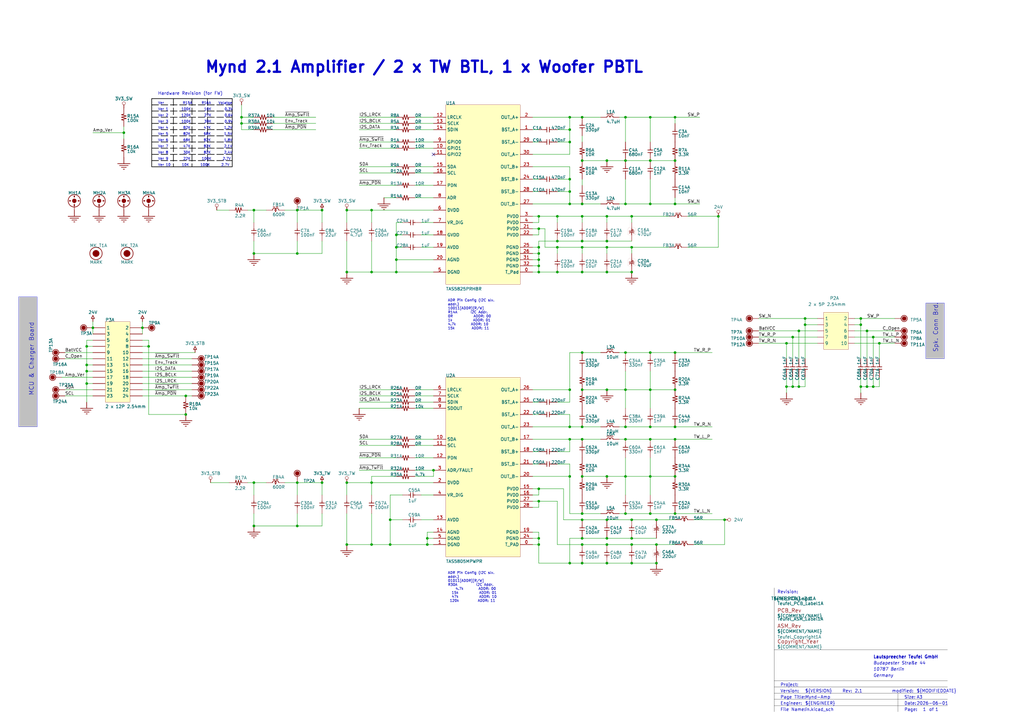
<source format=kicad_sch>
(kicad_sch (version 20231120) (generator "eeschema") (generator_version "8.0")
  (paper "A3")
  (title_block (title "Mynd-Amp") (rev "2.1"))
  (lib_symbols
    (symbol "Mynd_AMP-altium-import:24V_ARROW" (power)
      (property "Reference" "#PWR" (at 0 0 0))
      (property "Value" "24V" (at 0 3.81 0))
      (symbol "24V_ARROW_0_0"
        (pin power_in line (at 0 0 0) (length 0) hide (name "24V") (number ""))
      )
    )
    (symbol "Mynd_AMP-altium-import:24V_CIRCLE" (power)
      (property "Reference" "#PWR" (at 0 0 0))
      (property "Value" "24V" (at 0 3.81 0))
      (symbol "24V_CIRCLE_0_0"
        (pin power_in line (at 0 0 0) (length 0) hide (name "24V") (number ""))
      )
    )
    (symbol "Mynd_AMP-altium-import:3V3_STB_ARROW" (power)
      (property "Reference" "#PWR" (at 0 0 0))
      (property "Value" "3V3_STB" (at 0 3.81 0))
      (symbol "3V3_STB_ARROW_0_0"
        (pin power_in line (at 0 0 0) (length 0) hide (name "3V3_STB") (number ""))
      )
    )
    (symbol "Mynd_AMP-altium-import:3V3_STB_CIRCLE" (power)
      (property "Reference" "#PWR" (at 0 0 0))
      (property "Value" "3V3_STB" (at 0 3.81 0))
      (symbol "3V3_STB_CIRCLE_0_0"
        (pin power_in line (at 0 0 0) (length 0) hide (name "3V3_STB") (number ""))
      )
    )
    (symbol "Mynd_AMP-altium-import:3V3_SW_ARROW" (power)
      (property "Reference" "#PWR" (at 0 0 0))
      (property "Value" "3V3_SW" (at 0 3.81 0))
      (symbol "3V3_SW_ARROW_0_0"
        (pin power_in line (at 0 0 0) (length 0) hide (name "3V3_SW") (number ""))
      )
    )
    (symbol "Mynd_AMP-altium-import:3V3_SW_CIRCLE" (power)
      (property "Reference" "#PWR" (at 0 0 0))
      (property "Value" "3V3_SW" (at 0 3.81 0))
      (symbol "3V3_SW_CIRCLE_0_0"
        (pin power_in line (at 0 0 0) (length 0) hide (name "3V3_SW") (number ""))
      )
    )
    (symbol "Mynd_AMP-altium-import:3V3_TW_ARROW" (power)
      (property "Reference" "#PWR" (at 0 0 0))
      (property "Value" "3V3_TW" (at 0 3.81 0))
      (symbol "3V3_TW_ARROW_0_0"
        (pin power_in line (at 0 0 0) (length 0) hide (name "3V3_TW") (number ""))
      )
    )
    (symbol "Mynd_AMP-altium-import:3V3_TW_CIRCLE" (power)
      (property "Reference" "#PWR" (at 0 0 0))
      (property "Value" "3V3_TW" (at 0 3.81 0))
      (symbol "3V3_TW_CIRCLE_0_0"
        (pin power_in line (at 0 0 0) (length 0) hide (name "3V3_TW") (number ""))
      )
    )
    (symbol "Mynd_AMP-altium-import:GND_POWER_GROUND" (power)
      (property "Reference" "#PWR" (at 0 0 0))
      (property "Value" "GND" (at 0 6.35 0))
      (symbol "GND_POWER_GROUND_0_0"
        (pin power_in line (at 0 0 0) (length 0) hide (name "GND") (number ""))
      )
    )
    (symbol "Mynd_AMP-altium-import:root_0_Bead1"
      (symbol "root_0_Bead1_1_0"
        (pin passive line (at 0 0 0) (length 2.54) (name "1") (number "1"))
        (pin passive line (at 7.62 0 180) (length 2.54) (name "2") (number "2"))
      )
    )
    (symbol "Mynd_AMP-altium-import:root_0_CAP1"
      (symbol "root_0_CAP1_1_0"
        (pin passive line (at 0 0 0) (length 2.54) (name "1") (number "1"))
        (pin passive line (at 7.62 0 180) (length 2.54) (name "2") (number "2"))
      )
    )
    (symbol "Mynd_AMP-altium-import:root_0_CON 2X5P"
      (symbol "root_0_CON 2X5P_1_0"
        (pin passive line (at -2.54 -2.54 0) (length 2.54) (name "1") (number "1"))
        (pin passive line (at 12.7 -12.7 180) (length 2.54) (name "10") (number "10"))
        (pin passive line (at 12.7 -2.54 180) (length 2.54) (name "2") (number "2"))
        (pin passive line (at -2.54 -5.08 0) (length 2.54) (name "3") (number "3"))
        (pin passive line (at 12.7 -5.08 180) (length 2.54) (name "4") (number "4"))
        (pin passive line (at -2.54 -7.62 0) (length 2.54) (name "5") (number "5"))
        (pin passive line (at 12.7 -7.62 180) (length 2.54) (name "6") (number "6"))
        (pin passive line (at -2.54 -10.16 0) (length 2.54) (name "7") (number "7"))
        (pin passive line (at 12.7 -10.16 180) (length 2.54) (name "8") (number "8"))
        (pin passive line (at -2.54 -12.7 0) (length 2.54) (name "9") (number "9"))
      )
    )
    (symbol "Mynd_AMP-altium-import:root_0_CON 2x12P"
      (symbol "root_0_CON 2x12P_1_0"
        (pin passive line (at -5.08 -2.54 0) (length 5.08) (name "1") (number "1"))
        (pin passive line (at 15.24 -12.7 180) (length 5.08) (name "10") (number "10"))
        (pin passive line (at -5.08 -15.24 0) (length 5.08) (name "11") (number "11"))
        (pin passive line (at 15.24 -15.24 180) (length 5.08) (name "12") (number "12"))
        (pin passive line (at -5.08 -17.78 0) (length 5.08) (name "13") (number "13"))
        (pin passive line (at 15.24 -17.78 180) (length 5.08) (name "14") (number "14"))
        (pin passive line (at -5.08 -20.32 0) (length 5.08) (name "15") (number "15"))
        (pin passive line (at 15.24 -20.32 180) (length 5.08) (name "16") (number "16"))
        (pin passive line (at -5.08 -22.86 0) (length 5.08) (name "17") (number "17"))
        (pin passive line (at 15.24 -22.86 180) (length 5.08) (name "18") (number "18"))
        (pin passive line (at -5.08 -25.4 0) (length 5.08) (name "19") (number "19"))
        (pin passive line (at 15.24 -2.54 180) (length 5.08) (name "2") (number "2"))
        (pin passive line (at 15.24 -25.4 180) (length 5.08) (name "20") (number "20"))
        (pin passive line (at -5.08 -27.94 0) (length 5.08) (name "21") (number "21"))
        (pin passive line (at 15.24 -27.94 180) (length 5.08) (name "22") (number "22"))
        (pin passive line (at -5.08 -30.48 0) (length 5.08) (name "23") (number "23"))
        (pin passive line (at 15.24 -30.48 180) (length 5.08) (name "24") (number "24"))
        (pin passive line (at -5.08 -5.08 0) (length 5.08) (name "3") (number "3"))
        (pin passive line (at 15.24 -5.08 180) (length 5.08) (name "4") (number "4"))
        (pin passive line (at -5.08 -7.62 0) (length 5.08) (name "5") (number "5"))
        (pin passive line (at 15.24 -7.62 180) (length 5.08) (name "6") (number "6"))
        (pin passive line (at -5.08 -10.16 0) (length 5.08) (name "7") (number "7"))
        (pin passive line (at 15.24 -10.16 180) (length 5.08) (name "8") (number "8"))
        (pin passive line (at -5.08 -12.7 0) (length 5.08) (name "9") (number "9"))
      )
    )
    (symbol "Mynd_AMP-altium-import:root_0_INDUCTOR1"
      (symbol "root_0_INDUCTOR1_1_0"
        (pin passive line (at 0 0 0) (length 2.54) (name "1") (number "1"))
        (pin passive line (at 7.62 0 180) (length 2.54) (name "2") (number "2"))
      )
    )
    (symbol "Mynd_AMP-altium-import:root_0_MARK"
      (symbol "root_0_MARK_1_0"
        (pin passive line (at 1.27 0 180) (length 1.27) (name "MK_B") (number "MK_B"))
        (pin passive line (at -1.27 0 0) (length 1.27) (name "MK_T") (number "MK_T"))
      )
    )
    (symbol "Mynd_AMP-altium-import:root_0_RES1"
      (symbol "root_0_RES1_1_0"
        (pin passive line (at 0 0 0) (length 2.54) (name "1") (number "1"))
        (pin passive line (at 7.62 0 180) (length 2.54) (name "2") (number "2"))
      )
    )
    (symbol "Mynd_AMP-altium-import:root_0_TAS5805M"
      (symbol "root_0_TAS5805M_1_0"
        (pin passive line (at 35.56 -68.58 180) (length 5.08) (name "T_PAD") (number "0"))
        (pin passive line (at -5.08 -68.58 0) (length 5.08) (name "DGND") (number "1"))
        (pin passive line (at -5.08 -25.4 0) (length 5.08) (name "SDA") (number "10"))
        (pin passive line (at -5.08 -27.94 0) (length 5.08) (name "SCL") (number "11"))
        (pin passive line (at -5.08 -33.02 0) (length 5.08) (name "PDN") (number "12"))
        (pin passive line (at -5.08 -58.42 0) (length 5.08) (name "AVDD") (number "13"))
        (pin passive line (at -5.08 -63.5 0) (length 5.08) (name "AGND") (number "14"))
        (pin passive line (at 35.56 -45.72 180) (length 5.08) (name "PVDD") (number "15"))
        (pin passive line (at 35.56 -48.26 180) (length 5.08) (name "PVDD") (number "16"))
        (pin passive line (at 35.56 -25.4 180) (length 5.08) (name "OUT_B+") (number "17"))
        (pin passive line (at 35.56 -30.48 180) (length 5.08) (name "BST_B+") (number "18"))
        (pin passive line (at 35.56 -63.5 180) (length 5.08) (name "PGND") (number "19"))
        (pin passive line (at -5.08 -43.18 0) (length 5.08) (name "DVDD") (number "2"))
        (pin passive line (at 35.56 -40.64 180) (length 5.08) (name "OUT_B-") (number "20"))
        (pin passive line (at 35.56 -35.56 180) (length 5.08) (name "BST_B-") (number "21"))
        (pin passive line (at 35.56 -15.24 180) (length 5.08) (name "BST_A-") (number "22"))
        (pin passive line (at 35.56 -20.32 180) (length 5.08) (name "OUT_A-") (number "23"))
        (pin passive line (at 35.56 -66.04 180) (length 5.08) (name "PGND") (number "24"))
        (pin passive line (at 35.56 -10.16 180) (length 5.08) (name "BST_A+") (number "25"))
        (pin passive line (at 35.56 -5.08 180) (length 5.08) (name "OUT_A+") (number "26"))
        (pin passive line (at 35.56 -50.8 180) (length 5.08) (name "PVDD") (number "27"))
        (pin passive line (at 35.56 -53.34 180) (length 5.08) (name "PVDD") (number "28"))
        (pin passive line (at -5.08 -38.1 0) (length 5.08) (name "ADR/FAULT") (number "3"))
        (pin passive line (at -5.08 -48.26 0) (length 5.08) (name "VR_DIG") (number "4"))
        (pin passive line (at -5.08 -66.04 0) (length 5.08) (name "DGND") (number "5"))
        (pin passive line (at -5.08 -5.08 0) (length 5.08) (name "LRCLK") (number "6"))
        (pin passive line (at -5.08 -7.62 0) (length 5.08) (name "SCLK") (number "7"))
        (pin passive line (at -5.08 -10.16 0) (length 5.08) (name "SDIN") (number "8"))
        (pin passive line (at -5.08 -12.7 0) (length 5.08) (name "SDOUT") (number "9"))
      )
    )
    (symbol "Mynd_AMP-altium-import:root_0_TAS5825P"
      (symbol "root_0_TAS5825P_1_0"
        (pin passive line (at 35.56 -68.58 180) (length 5.08) (name "T_Pad") (number "0"))
        (pin passive line (at 35.56 -10.16 180) (length 5.08) (name "BST_A+") (number "1"))
        (pin passive line (at -5.08 -17.78 0) (length 5.08) (name "GPIO1") (number "10"))
        (pin passive line (at -5.08 -20.32 0) (length 5.08) (name "GPIO2") (number "11"))
        (pin passive line (at -5.08 -5.08 0) (length 5.08) (name "LRCLK") (number "12"))
        (pin passive line (at -5.08 -7.62 0) (length 5.08) (name "SCLK") (number "13"))
        (pin passive line (at -5.08 -10.16 0) (length 5.08) (name "SDIN") (number "14"))
        (pin passive line (at -5.08 -25.4 0) (length 5.08) (name "SDA") (number "15"))
        (pin passive line (at -5.08 -27.94 0) (length 5.08) (name "SCL") (number "16"))
        (pin passive line (at -5.08 -33.02 0) (length 5.08) (name "PDN") (number "17"))
        (pin passive line (at -5.08 -53.34 0) (length 5.08) (name "GVDD") (number "18"))
        (pin passive line (at -5.08 -58.42 0) (length 5.08) (name "AVDD") (number "19"))
        (pin passive line (at 35.56 -5.08 180) (length 5.08) (name "OUT_A+") (number "2"))
        (pin passive line (at -5.08 -63.5 0) (length 5.08) (name "AGND") (number "20"))
        (pin passive line (at 35.56 -50.8 180) (length 5.08) (name "PVDD") (number "21"))
        (pin passive line (at 35.56 -53.34 180) (length 5.08) (name "PVDD") (number "22"))
        (pin passive line (at 35.56 -25.4 180) (length 5.08) (name "OUT_B+") (number "23"))
        (pin passive line (at 35.56 -30.48 180) (length 5.08) (name "BST_B+") (number "24"))
        (pin passive line (at 35.56 -58.42 180) (length 5.08) (name "PGND") (number "25"))
        (pin passive line (at 35.56 -60.96 180) (length 5.08) (name "PGND") (number "26"))
        (pin passive line (at 35.56 -40.64 180) (length 5.08) (name "OUT_B-") (number "27"))
        (pin passive line (at 35.56 -35.56 180) (length 5.08) (name "BST_B-") (number "28"))
        (pin passive line (at 35.56 -15.24 180) (length 5.08) (name "BST_A-") (number "29"))
        (pin passive line (at 35.56 -45.72 180) (length 5.08) (name "PVDD") (number "3"))
        (pin passive line (at 35.56 -20.32 180) (length 5.08) (name "OUT_A-") (number "30"))
        (pin passive line (at 35.56 -63.5 180) (length 5.08) (name "PGND") (number "31"))
        (pin passive line (at 35.56 -66.04 180) (length 5.08) (name "PGND") (number "32"))
        (pin passive line (at 35.56 -48.26 180) (length 5.08) (name "PVDD") (number "4"))
        (pin passive line (at -5.08 -68.58 0) (length 5.08) (name "DGND") (number "5"))
        (pin passive line (at -5.08 -43.18 0) (length 5.08) (name "DVDD") (number "6"))
        (pin passive line (at -5.08 -48.26 0) (length 5.08) (name "VR_DIG") (number "7"))
        (pin passive line (at -5.08 -38.1 0) (length 5.08) (name "ADR") (number "8"))
        (pin passive line (at -5.08 -15.24 0) (length 5.08) (name "GPIO0") (number "9"))
      )
    )
    (symbol "Mynd_AMP-altium-import:root_0_TP"
      (symbol "root_0_TP_1_0"
        (pin passive line (at 0 0 0) (length 2.54) (name "1") (number "1"))
      )
    )
    (symbol "Mynd_AMP-altium-import:root_0_Teufel NoLogo")
    (symbol "Mynd_AMP-altium-import:root_0_Teufel_ASM_Label"
      (symbol "root_0_Teufel_ASM_Label_1_0"
        (text "ASM_Rev" (at 0 0 0) (effects (font (size 1.524 1.524)) (justify left bottom)))
      )
    )
    (symbol "Mynd_AMP-altium-import:root_0_Teufel_Copyright"
      (symbol "root_0_Teufel_Copyright_1_0"
        (text "Copyright_Year" (at 0 0 0) (effects (font (size 1.524 1.524)) (justify left bottom)))
      )
    )
    (symbol "Mynd_AMP-altium-import:root_0_Teufel_PCB_Label"
      (symbol "root_0_Teufel_PCB_Label_1_0"
        (text "PCB_Rev" (at 0 0 0) (effects (font (size 1.524 1.524)) (justify left bottom)))
      )
    )
    (symbol "Mynd_AMP-altium-import:root_0_mirrored_Bead1"
      (symbol "root_0_mirrored_Bead1_1_0"
        (pin passive line (at 0 0 180) (length 2.54) (name "1") (number "1"))
        (pin passive line (at -7.62 0 0) (length 2.54) (name "2") (number "2"))
      )
    )
    (symbol "Mynd_AMP-altium-import:root_0_mirrored_CAP1"
      (symbol "root_0_mirrored_CAP1_1_0"
        (pin passive line (at 0 0 180) (length 2.54) (name "1") (number "1"))
        (pin passive line (at -7.62 0 0) (length 2.54) (name "2") (number "2"))
      )
    )
    (symbol "Mynd_AMP-altium-import:root_1_CAP1"
      (symbol "root_1_CAP1_1_0"
        (pin passive line (at 0 0 90) (length 2.54) (name "1") (number "1"))
        (pin passive line (at 0 7.62 270) (length 2.54) (name "2") (number "2"))
      )
    )
    (symbol "Mynd_AMP-altium-import:root_1_RES1"
      (symbol "root_1_RES1_1_0"
        (pin passive line (at 0 0 90) (length 2.54) (name "1") (number "1"))
        (pin passive line (at 0 7.62 270) (length 2.54) (name "2") (number "2"))
      )
    )
    (symbol "Mynd_AMP-altium-import:root_1_SCREW_HOLE"
      (symbol "root_1_SCREW_HOLE_1_0"
        (pin passive line (at 0 0 90) (length 2.54) (name "1") (number "1"))
      )
    )
    (symbol "Mynd_AMP-altium-import:root_1_TP"
      (symbol "root_1_TP_1_0"
        (pin passive line (at 0 0 90) (length 2.54) (name "1") (number "1"))
      )
    )
    (symbol "Mynd_AMP-altium-import:root_1_mirrored_CAP1"
      (symbol "root_1_mirrored_CAP1_1_0"
        (pin passive line (at 0 0 90) (length 2.54) (name "1") (number "1"))
        (pin passive line (at 0 7.62 270) (length 2.54) (name "2") (number "2"))
      )
    )
    (symbol "Mynd_AMP-altium-import:root_1_mirrored_RES1"
      (symbol "root_1_mirrored_RES1_1_0"
        (pin passive line (at 0 0 90) (length 2.54) (name "1") (number "1"))
        (pin passive line (at 0 7.62 270) (length 2.54) (name "2") (number "2"))
      )
    )
    (symbol "Mynd_AMP-altium-import:root_2_CAP1"
      (symbol "root_2_CAP1_1_0"
        (pin passive line (at 0 0 180) (length 2.54) (name "1") (number "1"))
        (pin passive line (at -7.62 0 0) (length 2.54) (name "2") (number "2"))
      )
    )
    (symbol "Mynd_AMP-altium-import:root_2_RES1"
      (symbol "root_2_RES1_1_0"
        (pin passive line (at 0 0 180) (length 2.54) (name "1") (number "1"))
        (pin passive line (at -7.62 0 0) (length 2.54) (name "2") (number "2"))
      )
    )
    (symbol "Mynd_AMP-altium-import:root_2_TP"
      (symbol "root_2_TP_1_0"
        (pin passive line (at 0 0 180) (length 2.54) (name "1") (number "1"))
      )
    )
    (symbol "Mynd_AMP-altium-import:root_2_mirrored_CAP1"
      (symbol "root_2_mirrored_CAP1_1_0"
        (pin passive line (at 0 0 0) (length 2.54) (name "1") (number "1"))
        (pin passive line (at 7.62 0 180) (length 2.54) (name "2") (number "2"))
      )
    )
    (symbol "Mynd_AMP-altium-import:root_3_CAP1"
      (symbol "root_3_CAP1_1_0"
        (pin passive line (at 0 0 270) (length 2.54) (name "1") (number "1"))
        (pin passive line (at 0 -7.62 90) (length 2.54) (name "2") (number "2"))
      )
    )
    (symbol "Mynd_AMP-altium-import:root_3_ECAP2"
      (symbol "root_3_ECAP2_1_0"
        (text "+" (at -0.254 -2.286 900) (effects (font (size 1.016 1.016)) (justify right top)))
        (pin passive line (at 0 0 270) (length 2.54) (name "1") (number "1"))
        (pin passive line (at 0 -7.62 90) (length 2.54) (name "2") (number "2"))
      )
    )
    (symbol "Mynd_AMP-altium-import:root_3_RES1"
      (symbol "root_3_RES1_1_0"
        (pin passive line (at 0 0 270) (length 2.54) (name "1") (number "1"))
        (pin passive line (at 0 -7.62 90) (length 2.54) (name "2") (number "2"))
      )
    )
    (symbol "Mynd_AMP-altium-import:root_3_mirrored_CAP1"
      (symbol "root_3_mirrored_CAP1_1_0"
        (pin passive line (at 0 0 270) (length 2.54) (name "1") (number "1"))
        (pin passive line (at 0 -7.62 90) (length 2.54) (name "2") (number "2"))
      )
    )
    (symbol "Mynd_AMP-altium-import:root_3_mirrored_RES1"
      (symbol "root_3_mirrored_RES1_1_0"
        (pin passive line (at 0 0 270) (length 2.54) (name "1") (number "1"))
        (pin passive line (at 0 -7.62 90) (length 2.54) (name "2") (number "2"))
      )
    )
  )
  (junction (at 256.54 175.0822))
  (junction (at 238.76 213.1822))
  (junction (at 294.64 88.7222))
  (junction (at 276.86 83.6422))
  (junction (at 238.76 223.3422))
  (junction (at 358.14 138.2522))
  (junction (at 220.98 109.0422))
  (junction (at 58.42 134.4422))
  (junction (at 220.98 93.8022))
  (junction (at 142.24 86.1822))
  (junction (at 220.98 101.4222))
  (junction (at 256.54 83.6422))
  (junction (at 248.92 101.4222))
  (junction (at 121.92 215.7222))
  (junction (at 152.4 197.9422))
  (junction (at 238.76 210.6422))
  (junction (at 256.54 65.8622))
  (junction (at 259.08 230.9622))
  (junction (at 353.06 158.5722))
  (junction (at 175.26 220.8022))
  (junction (at 259.08 101.4222))
  (junction (at 266.7 195.4022))
  (junction (at 35.56 157.3022))
  (junction (at 248.92 230.9622))
  (junction (at 233.68 230.9622))
  (junction (at 142.24 223.3422))
  (junction (at 266.7 175.0822))
  (junction (at 248.92 223.3422))
  (junction (at 132.08 197.9422))
  (junction (at 38.1 134.4422))
  (junction (at 228.6 111.5822))
  (junction (at 256.54 159.8422))
  (junction (at 99.06 48.0822))
  (junction (at 132.08 86.1822))
  (junction (at 355.6 158.5722))
  (junction (at 276.86 175.0822))
  (junction (at 238.76 101.4222))
  (junction (at 248.92 195.4022))
  (junction (at 121.92 103.9622))
  (junction (at 266.7 144.6022))
  (junction (at 162.56 106.5022))
  (junction (at 238.76 180.1622))
  (junction (at 238.76 159.8422))
  (junction (at 330.2 133.1722))
  (junction (at 238.76 220.8022))
  (junction (at 360.68 140.7922))
  (junction (at 233.68 73.4822))
  (junction (at 142.24 111.5822))
  (junction (at 238.76 98.8822))
  (junction (at 220.98 200.4822))
  (junction (at 276.86 195.4022))
  (junction (at 228.6 98.8822))
  (junction (at 266.7 180.1622))
  (junction (at 35.56 149.6822))
  (junction (at 220.98 103.9622))
  (junction (at 269.24 223.3422))
  (junction (at 248.92 213.1822))
  (junction (at 233.68 159.8422))
  (junction (at 327.66 135.7122))
  (junction (at 266.7 65.8622))
  (junction (at 276.86 48.0822))
  (junction (at 238.76 48.0822))
  (junction (at 276.86 144.6022))
  (junction (at 276.86 210.6422))
  (junction (at 256.54 180.1622))
  (junction (at 142.24 197.9422))
  (junction (at 50.8 54.4322))
  (junction (at 60.96 142.0622))
  (junction (at 266.7 159.8422))
  (junction (at 152.4 111.5822))
  (junction (at 297.18 213.1822))
  (junction (at 266.7 83.6422))
  (junction (at 330.2 130.6322))
  (junction (at 266.7 48.0822))
  (junction (at 238.76 144.6022))
  (junction (at 35.56 142.0622))
  (junction (at 238.76 111.5822))
  (junction (at 248.92 88.7222))
  (junction (at 248.92 220.8022))
  (junction (at 266.7 210.6422))
  (junction (at 76.2 162.3822))
  (junction (at 358.14 158.5722))
  (junction (at 104.14 86.1822))
  (junction (at 276.86 65.8622))
  (junction (at 233.68 180.1622))
  (junction (at 220.98 106.5022))
  (junction (at 238.76 83.6422))
  (junction (at 160.02 223.3422))
  (junction (at 259.08 213.1822))
  (junction (at 233.68 58.2422))
  (junction (at 228.6 88.7222))
  (junction (at 228.6 101.4222))
  (junction (at 238.76 65.8622))
  (junction (at 152.4 223.3422))
  (junction (at 220.98 205.5622))
  (junction (at 322.58 140.7922))
  (junction (at 322.58 158.5722))
  (junction (at 256.54 48.0822))
  (junction (at 355.6 135.7122))
  (junction (at 76.2 170.0022))
  (junction (at 104.14 197.9422))
  (junction (at 162.56 101.4222))
  (junction (at 256.54 210.6422))
  (junction (at 233.68 83.6422))
  (junction (at 220.98 223.3422))
  (junction (at 35.56 152.2222))
  (junction (at 104.14 103.9622))
  (junction (at 325.12 158.5722))
  (junction (at 248.92 98.8822))
  (junction (at 220.98 88.7222))
  (junction (at 276.86 159.8422))
  (junction (at 269.24 230.9622))
  (junction (at 220.98 220.8022))
  (junction (at 99.06 50.6222))
  (junction (at 259.08 220.8022))
  (junction (at 238.76 195.4022))
  (junction (at 353.06 130.6322))
  (junction (at 259.08 88.7222))
  (junction (at 256.54 144.6022))
  (junction (at 276.86 180.1622))
  (junction (at 238.76 230.9622))
  (junction (at 160.02 213.1822))
  (junction (at 256.54 195.4022))
  (junction (at 233.68 53.1622))
  (junction (at 162.56 96.3422))
  (junction (at 233.68 48.0822))
  (junction (at 248.92 111.5822))
  (junction (at 233.68 175.0822))
  (junction (at 259.08 223.3422))
  (junction (at 238.76 175.0822))
  (junction (at 259.08 111.5822))
  (junction (at 152.4 86.1822))
  (junction (at 162.56 111.5822))
  (junction (at 104.14 215.7222))
  (junction (at 175.26 223.3422))
  (junction (at 121.92 197.9422))
  (junction (at 233.68 195.4022))
  (junction (at 238.76 88.7222))
  (junction (at 220.98 111.5822))
  (junction (at 353.06 133.1722))
  (junction (at 248.92 159.8422))
  (junction (at 233.68 78.5622))
  (junction (at 327.66 158.5722))
  (junction (at 121.92 86.1822))
  (junction (at 248.92 65.8622))
  (junction (at 325.12 138.2522))
  (junction (at 177.8 192.8622))
  (junction (at 269.24 213.1822))
  (no_connect (at 177.8 63.3222))
  (wire (pts (xy 335.28 140.7922) (xy 322.58 140.7922)))
  (wire (pts (xy 353.06 158.5722) (xy 353.06 154.7622)))
  (wire (pts (xy 256.54 159.8422) (xy 266.7 159.8422)))
  (wire (pts (xy 218.44 111.5822) (xy 220.98 111.5822)))
  (wire (pts (xy 177.8 68.4022) (xy 170.18 68.4022)))
  (wire (pts (xy 50.8 54.4322) (xy 50.8 56.9722)))
  (wire (pts (xy 220.98 164.9222) (xy 218.44 164.9222)))
  (wire (pts (xy 220.98 200.4822) (xy 231.14 200.4822)))
  (wire (pts (xy 330.2 147.1422) (xy 330.2 133.1722)))
  (polyline (pts (xy 317.5 286.8422) (xy 388.62 286.8422)) (stroke (width 0.0254) (type solid) (color 0 0 0 1)))
  (wire (pts (xy 360.68 147.1422) (xy 360.68 140.7922)))
  (wire (pts (xy 266.7 152.2222) (xy 266.7 159.8422)))
  (wire (pts (xy 233.68 164.9222) (xy 233.68 159.8422)))
  (wire (pts (xy 228.6 205.5622) (xy 228.6 223.3422)))
  (wire (pts (xy 325.12 154.7622) (xy 325.12 158.5722)))
  (wire (pts (xy 104.14 215.7222) (xy 104.14 210.6422)))
  (wire (pts (xy 238.76 175.0822) (xy 246.38 175.0822)))
  (wire (pts (xy 132.08 103.9622) (xy 132.08 98.8822)))
  (wire (pts (xy 355.6 158.5722) (xy 353.06 158.5722)))
  (wire (pts (xy 276.86 144.6022) (xy 292.1 144.6022)))
  (wire (pts (xy 218.44 63.3222) (xy 233.68 63.3222)))
  (wire (pts (xy 104.14 197.9422) (xy 104.14 203.0222)))
  (wire (pts (xy 218.44 190.3222) (xy 220.98 190.3222)))
  (wire (pts (xy 254 175.0822) (xy 256.54 175.0822)))
  (wire (pts (xy 284.48 223.3422) (xy 297.18 223.3422)))
  (wire (pts (xy 246.38 48.0822) (xy 238.76 48.0822)))
  (wire (pts (xy 175.26 223.3422) (xy 177.8 223.3422)))
  (wire (pts (xy 228.6 190.3222) (xy 233.68 190.3222)))
  (wire (pts (xy 269.24 223.3422) (xy 276.86 223.3422)))
  (wire (pts (xy 218.44 203.0222) (xy 220.98 203.0222)))
  (wire (pts (xy 248.92 101.4222) (xy 238.76 101.4222)))
  (wire (pts (xy 259.08 88.7222) (xy 248.92 88.7222)))
  (wire (pts (xy 281.94 101.4222) (xy 294.64 101.4222)))
  (wire (pts (xy 256.54 83.6422) (xy 266.7 83.6422)))
  (wire (pts (xy 276.86 175.0822) (xy 292.1 175.0822)))
  (polyline (pts (xy 317.5 279.2222) (xy 388.62 279.2222)) (stroke (width 0.0254) (type solid) (color 0 0 0 1)))
  (wire (pts (xy 111.76 48.0822) (xy 129.54 48.0822)))
  (wire (pts (xy 350.52 133.1722) (xy 353.06 133.1722)))
  (polyline (pts (xy 368.3 291.9222) (xy 368.3 284.3022)) (stroke (width 0.0254) (type solid) (color 0 0 0 1)))
  (wire (pts (xy 360.68 154.7622) (xy 360.68 158.5722)))
  (wire (pts (xy 259.08 223.3422) (xy 269.24 223.3422)))
  (wire (pts (xy 58.42 162.3822) (xy 76.2 162.3822)))
  (wire (pts (xy 147.32 68.4022) (xy 162.56 68.4022)))
  (wire (pts (xy 228.6 58.2422) (xy 233.68 58.2422)))
  (polyline (pts (xy 62.23 53.1622) (xy 95.25 53.1622)) (stroke (width 0.254) (type dash) (color 0 0 0 1)))
  (wire (pts (xy 358.14 158.5722) (xy 355.6 158.5722)))
  (polyline (pts (xy 317.5 266.5222) (xy 388.62 266.5222)) (stroke (width 0.0254) (type solid) (color 0 0 0 1)))
  (wire (pts (xy 274.32 88.7222) (xy 259.08 88.7222)))
  (wire (pts (xy 254 48.0822) (xy 256.54 48.0822)))
  (wire (pts (xy 266.7 144.6022) (xy 276.86 144.6022)))
  (wire (pts (xy 218.44 208.1022) (xy 220.98 208.1022)))
  (wire (pts (xy 147.32 53.1622) (xy 162.56 53.1622)))
  (wire (pts (xy 276.86 195.4022) (xy 266.7 195.4022)))
  (wire (pts (xy 322.58 140.7922) (xy 311.15 140.7922)))
  (polyline (pts (xy 62.23 43.0022) (xy 95.25 43.0022)) (stroke (width 0.254) (type dash) (color 0 0 0 1)))
  (wire (pts (xy 58.42 142.0622) (xy 60.96 142.0622)))
  (wire (pts (xy 223.52 93.8022) (xy 220.98 93.8022)))
  (wire (pts (xy 335.28 135.7122) (xy 327.66 135.7122)))
  (wire (pts (xy 220.98 78.5622) (xy 218.44 78.5622)))
  (wire (pts (xy 355.6 135.7122) (xy 350.52 135.7122)))
  (wire (pts (xy 238.76 230.9622) (xy 248.92 230.9622)))
  (wire (pts (xy 220.98 109.0422) (xy 220.98 111.5822)))
  (wire (pts (xy 80.01 144.6022) (xy 58.42 144.6022)))
  (wire (pts (xy 142.24 210.6422) (xy 142.24 223.3422)))
  (wire (pts (xy 238.76 223.3422) (xy 248.92 223.3422)))
  (wire (pts (xy 172.72 203.0222) (xy 177.8 203.0222)))
  (polyline (pts (xy 62.23 50.6222) (xy 95.25 50.6222)) (stroke (width 0.254) (type dash) (color 0 0 0 1)))
  (wire (pts (xy 233.68 180.1622) (xy 238.76 180.1622)))
  (wire (pts (xy 327.66 147.1422) (xy 327.66 135.7122)))
  (wire (pts (xy 248.92 91.2622) (xy 248.92 88.7222)))
  (wire (pts (xy 26.67 144.6022) (xy 38.1 144.6022)))
  (wire (pts (xy 325.12 158.5722) (xy 327.66 158.5722)))
  (wire (pts (xy 35.56 152.2222) (xy 35.56 149.6822)))
  (wire (pts (xy 256.54 152.2222) (xy 256.54 159.8422)))
  (wire (pts (xy 109.22 86.1822) (xy 104.14 86.1822)))
  (wire (pts (xy 220.98 111.5822) (xy 228.6 111.5822)))
  (wire (pts (xy 238.76 101.4222) (xy 228.6 101.4222)))
  (wire (pts (xy 218.44 106.5022) (xy 220.98 106.5022)))
  (wire (pts (xy 162.56 192.8622) (xy 147.32 192.8622)))
  (wire (pts (xy 35.56 157.3022) (xy 35.56 152.2222)))
  (wire (pts (xy 256.54 210.6422) (xy 266.7 210.6422)))
  (wire (pts (xy 358.14 138.2522) (xy 350.52 138.2522)))
  (wire (pts (xy 220.98 53.1622) (xy 218.44 53.1622)))
  (wire (pts (xy 121.92 215.7222) (xy 121.92 210.6422)))
  (wire (pts (xy 228.6 103.9622) (xy 228.6 101.4222)))
  (wire (pts (xy 60.96 170.0022) (xy 76.2 170.0022)))
  (wire (pts (xy 152.4 197.9422) (xy 142.24 197.9422)))
  (wire (pts (xy 170.18 58.2422) (xy 177.8 58.2422)))
  (wire (pts (xy 256.54 175.0822) (xy 266.7 175.0822)))
  (wire (pts (xy 228.6 164.9222) (xy 233.68 164.9222)))
  (wire (pts (xy 223.52 101.4222) (xy 223.52 93.8022)))
  (wire (pts (xy 254 144.6022) (xy 256.54 144.6022)))
  (wire (pts (xy 58.42 157.3022) (xy 78.74 157.3022)))
  (wire (pts (xy 78.74 147.1422) (xy 58.42 147.1422)))
  (wire (pts (xy 165.1 213.1822) (xy 160.02 213.1822)))
  (wire (pts (xy 248.92 65.8622) (xy 238.76 65.8622)))
  (wire (pts (xy 276.86 210.6422) (xy 292.1 210.6422)))
  (polyline (pts (xy 317.5 289.3822) (xy 388.62 289.3822)) (stroke (width 0.0254) (type solid) (color 0 0 0 1)))
  (wire (pts (xy 177.8 76.0222) (xy 170.18 76.0222)))
  (wire (pts (xy 121.92 197.9422) (xy 116.84 197.9422)))
  (wire (pts (xy 121.92 103.9622) (xy 132.08 103.9622)))
  (wire (pts (xy 147.32 182.7022) (xy 162.56 182.7022)))
  (wire (pts (xy 358.14 154.7622) (xy 358.14 158.5722)))
  (wire (pts (xy 152.4 223.3422) (xy 160.02 223.3422)))
  (polyline (pts (xy 62.23 45.5422) (xy 95.25 45.5422)) (stroke (width 0.254) (type dash) (color 0 0 0 1)))
  (wire (pts (xy 322.58 161.1122) (xy 322.58 158.5722)))
  (wire (pts (xy 220.98 223.3422) (xy 220.98 230.9622)))
  (wire (pts (xy 165.1 96.3422) (xy 162.56 96.3422)))
  (wire (pts (xy 172.72 96.3422) (xy 177.8 96.3422)))
  (wire (pts (xy 152.4 98.8822) (xy 152.4 111.5822)))
  (wire (pts (xy 238.76 88.7222) (xy 228.6 88.7222)))
  (wire (pts (xy 218.44 205.5622) (xy 220.98 205.5622)))
  (wire (pts (xy 254 210.6422) (xy 256.54 210.6422)))
  (wire (pts (xy 266.7 159.8422) (xy 266.7 167.4622)))
  (wire (pts (xy 170.18 164.9222) (xy 177.8 164.9222)))
  (polyline (pts (xy 317.5 281.7622) (xy 388.62 281.7622)) (stroke (width 0.0254) (type solid) (color 0 0 0 1)))
  (wire (pts (xy 76.2 162.3822) (xy 78.74 162.3822)))
  (wire (pts (xy 238.76 159.8422) (xy 248.92 159.8422)))
  (wire (pts (xy 121.92 197.9422) (xy 121.92 203.0222)))
  (wire (pts (xy 233.68 73.4822) (xy 233.68 78.5622)))
  (wire (pts (xy 327.66 135.7122) (xy 311.15 135.7122)))
  (wire (pts (xy 238.76 144.6022) (xy 246.38 144.6022)))
  (wire (pts (xy 162.56 96.3422) (xy 162.56 101.4222)))
  (wire (pts (xy 220.98 220.8022) (xy 220.98 223.3422)))
  (polyline (pts (xy 62.23 63.3222) (xy 95.25 63.3222)) (stroke (width 0.254) (type dash) (color 0 0 0 1)))
  (wire (pts (xy 165.1 91.2622) (xy 162.56 91.2622)))
  (wire (pts (xy 220.98 218.2622) (xy 220.98 220.8022)))
  (wire (pts (xy 238.76 58.2422) (xy 238.76 55.7022)))
  (wire (pts (xy 233.68 175.0822) (xy 238.76 175.0822)))
  (wire (pts (xy 218.44 101.4222) (xy 220.98 101.4222)))
  (wire (pts (xy 266.7 175.0822) (xy 276.86 175.0822)))
  (wire (pts (xy 147.32 58.2422) (xy 162.56 58.2422)))
  (wire (pts (xy 248.92 223.3422) (xy 259.08 223.3422)))
  (wire (pts (xy 259.08 103.9622) (xy 259.08 101.4222)))
  (wire (pts (xy 162.56 187.7822) (xy 147.32 187.7822)))
  (wire (pts (xy 220.98 103.9622) (xy 220.98 106.5022)))
  (wire (pts (xy 238.76 98.8822) (xy 248.92 98.8822)))
  (wire (pts (xy 220.98 73.4822) (xy 218.44 73.4822)))
  (wire (pts (xy 238.76 91.2622) (xy 238.76 88.7222)))
  (wire (pts (xy 276.86 83.6422) (xy 276.86 81.1022)))
  (wire (pts (xy 26.67 159.8422) (xy 38.1 159.8422)))
  (wire (pts (xy 248.92 213.1822) (xy 259.08 213.1822)))
  (wire (pts (xy 353.06 130.6322) (xy 367.03 130.6322)))
  (wire (pts (xy 325.12 138.2522) (xy 335.28 138.2522)))
  (wire (pts (xy 276.86 48.0822) (xy 287.02 48.0822)))
  (polyline (pts (xy 62.23 40.4622) (xy 62.23 68.4022)) (stroke (width 0.254) (type solid) (color 0 0 0 1)))
  (wire (pts (xy 367.03 138.2522) (xy 358.14 138.2522)))
  (wire (pts (xy 58.42 159.8422) (xy 78.74 159.8422)))
  (wire (pts (xy 170.18 187.7822) (xy 177.8 187.7822)))
  (wire (pts (xy 254 83.6422) (xy 256.54 83.6422)))
  (wire (pts (xy 256.54 58.2422) (xy 256.54 48.0822)))
  (wire (pts (xy 99.06 50.6222) (xy 99.06 53.1622)))
  (wire (pts (xy 35.56 139.5222) (xy 38.1 139.5222)))
  (wire (pts (xy 233.68 58.2422) (xy 233.68 53.1622)))
  (wire (pts (xy 165.1 101.4222) (xy 162.56 101.4222)))
  (wire (pts (xy 218.44 200.4822) (xy 220.98 200.4822)))
  (wire (pts (xy 38.1 134.4422) (xy 38.1 131.9022)))
  (wire (pts (xy 238.76 48.0822) (xy 233.68 48.0822)))
  (polyline (pts (xy 62.23 55.7022) (xy 95.25 55.7022)) (stroke (width 0.254) (type dash) (color 0 0 0 1)))
  (wire (pts (xy 233.68 190.3222) (xy 233.68 195.4022)))
  (wire (pts (xy 147.32 70.9422) (xy 162.56 70.9422)))
  (wire (pts (xy 360.68 158.5722) (xy 358.14 158.5722)))
  (wire (pts (xy 38.1 157.3022) (xy 35.56 157.3022)))
  (wire (pts (xy 266.7 58.2422) (xy 266.7 48.0822)))
  (wire (pts (xy 104.14 103.9622) (xy 121.92 103.9622)))
  (wire (pts (xy 233.68 144.6022) (xy 238.76 144.6022)))
  (polyline (pts (xy 317.5 266.5222) (xy 317.5 241.1222)) (stroke (width 0.0254) (type solid) (color 0 0 0 1)))
  (wire (pts (xy 172.72 101.4222) (xy 177.8 101.4222)))
  (wire (pts (xy 322.58 147.1422) (xy 322.58 140.7922)))
  (wire (pts (xy 35.56 149.6822) (xy 38.1 149.6822)))
  (wire (pts (xy 177.8 70.9422) (xy 170.18 70.9422)))
  (wire (pts (xy 220.98 88.7222) (xy 218.44 88.7222)))
  (wire (pts (xy 132.08 215.7222) (xy 121.92 215.7222)))
  (wire (pts (xy 58.42 149.6822) (xy 78.74 149.6822)))
  (wire (pts (xy 35.56 142.0622) (xy 35.56 139.5222)))
  (wire (pts (xy 238.76 195.4022) (xy 248.92 195.4022)))
  (wire (pts (xy 269.24 220.8022) (xy 259.08 220.8022)))
  (wire (pts (xy 218.44 175.0822) (xy 233.68 175.0822)))
  (wire (pts (xy 165.1 203.0222) (xy 160.02 203.0222)))
  (wire (pts (xy 228.6 185.2422) (xy 233.68 185.2422)))
  (wire (pts (xy 256.54 48.0822) (xy 266.7 48.0822)))
  (wire (pts (xy 233.68 230.9622) (xy 238.76 230.9622)))
  (wire (pts (xy 297.18 223.3422) (xy 297.18 213.1822)))
  (wire (pts (xy 294.64 88.7222) (xy 281.94 88.7222)))
  (wire (pts (xy 218.44 223.3422) (xy 220.98 223.3422)))
  (wire (pts (xy 177.8 218.2622) (xy 175.26 218.2622)))
  (wire (pts (xy 248.92 98.8822) (xy 259.08 98.8822)))
  (wire (pts (xy 248.92 103.9622) (xy 248.92 101.4222)))
  (wire (pts (xy 35.56 149.6822) (xy 35.56 142.0622)))
  (wire (pts (xy 220.98 96.3422) (xy 218.44 96.3422)))
  (wire (pts (xy 177.8 197.9422) (xy 152.4 197.9422)))
  (wire (pts (xy 99.06 50.6222) (xy 99.06 48.0822)))
  (wire (pts (xy 220.98 106.5022) (xy 220.98 109.0422)))
  (wire (pts (xy 175.26 220.8022) (xy 175.26 223.3422)))
  (wire (pts (xy 353.06 133.1722) (xy 353.06 130.6322)))
  (wire (pts (xy 276.86 83.6422) (xy 287.02 83.6422)))
  (polyline (pts (xy 71.12 40.4622) (xy 71.12 68.4022)) (stroke (width 0.254) (type dash) (color 0 0 0 1)))
  (wire (pts (xy 233.68 170.0022) (xy 233.68 175.0822)))
  (wire (pts (xy 228.6 88.7222) (xy 220.98 88.7222)))
  (wire (pts (xy 322.58 158.5722) (xy 322.58 154.7622)))
  (wire (pts (xy 228.6 98.8822) (xy 238.76 98.8822)))
  (polyline (pts (xy 85.09 40.4622) (xy 85.09 68.4022)) (stroke (width 0.254) (type dash) (color 0 0 0 1)))
  (wire (pts (xy 170.18 159.8422) (xy 177.8 159.8422)))
  (wire (pts (xy 228.6 170.0022) (xy 233.68 170.0022)))
  (wire (pts (xy 266.7 159.8422) (xy 276.86 159.8422)))
  (wire (pts (xy 104.14 86.1822) (xy 101.6 86.1822)))
  (wire (pts (xy 259.08 230.9622) (xy 269.24 230.9622)))
  (wire (pts (xy 358.14 147.1422) (xy 358.14 138.2522)))
  (wire (pts (xy 246.38 83.6422) (xy 238.76 83.6422)))
  (polyline (pts (xy 62.23 60.7822) (xy 95.25 60.7822)) (stroke (width 0.254) (type dash) (color 0 0 0 1)))
  (wire (pts (xy 50.8 51.8922) (xy 50.8 54.4322)))
  (wire (pts (xy 325.12 158.5722) (xy 322.58 158.5722)))
  (wire (pts (xy 360.68 140.7922) (xy 350.52 140.7922)))
  (wire (pts (xy 142.24 86.1822) (xy 142.24 91.2622)))
  (wire (pts (xy 93.98 86.1822) (xy 88.9 86.1822)))
  (wire (pts (xy 38.1 152.2222) (xy 35.56 152.2222)))
  (wire (pts (xy 177.8 220.8022) (xy 175.26 220.8022)))
  (wire (pts (xy 147.32 164.9222) (xy 162.56 164.9222)))
  (wire (pts (xy 330.2 158.5722) (xy 330.2 154.7622)))
  (wire (pts (xy 220.98 170.0022) (xy 218.44 170.0022)))
  (wire (pts (xy 353.06 161.1122) (xy 353.06 158.5722)))
  (wire (pts (xy 218.44 159.8422) (xy 233.68 159.8422)))
  (wire (pts (xy 259.08 91.2622) (xy 259.08 88.7222)))
  (wire (pts (xy 228.6 53.1622) (xy 233.68 53.1622)))
  (wire (pts (xy 170.18 162.3822) (xy 177.8 162.3822)))
  (wire (pts (xy 220.98 230.9622) (xy 233.68 230.9622)))
  (wire (pts (xy 162.56 91.2622) (xy 162.56 96.3422)))
  (wire (pts (xy 58.42 134.4422) (xy 58.42 136.9822)))
  (wire (pts (xy 238.76 103.9622) (xy 238.76 101.4222)))
  (wire (pts (xy 132.08 210.6422) (xy 132.08 215.7222)))
  (wire (pts (xy 233.68 185.2422) (xy 233.68 180.1622)))
  (wire (pts (xy 152.4 111.5822) (xy 162.56 111.5822)))
  (wire (pts (xy 218.44 195.4022) (xy 233.68 195.4022)))
  (wire (pts (xy 238.76 220.8022) (xy 233.68 220.8022)))
  (wire (pts (xy 311.15 138.2522) (xy 325.12 138.2522)))
  (wire (pts (xy 335.28 130.6322) (xy 330.2 130.6322)))
  (wire (pts (xy 233.68 68.4022) (xy 233.68 73.4822)))
  (wire (pts (xy 152.4 195.4022) (xy 152.4 197.9422)))
  (wire (pts (xy 233.68 48.0822) (xy 218.44 48.0822)))
  (wire (pts (xy 276.86 48.0822) (xy 276.86 50.6222)))
  (wire (pts (xy 228.6 111.5822) (xy 238.76 111.5822)))
  (wire (pts (xy 233.68 63.3222) (xy 233.68 58.2422)))
  (wire (pts (xy 218.44 91.2622) (xy 220.98 91.2622)))
  (wire (pts (xy 266.7 65.8622) (xy 256.54 65.8622)))
  (wire (pts (xy 162.56 106.5022) (xy 162.56 111.5822)))
  (polyline (pts (xy 62.23 68.4022) (xy 95.25 68.4022)) (stroke (width 0.254) (type solid) (color 0 0 0 1)))
  (wire (pts (xy 26.67 147.1422) (xy 38.1 147.1422)))
  (wire (pts (xy 228.6 78.5622) (xy 233.68 78.5622)))
  (wire (pts (xy 228.6 98.8822) (xy 220.98 98.8822)))
  (wire (pts (xy 220.98 98.8822) (xy 220.98 101.4222)))
  (wire (pts (xy 177.8 86.1822) (xy 152.4 86.1822)))
  (wire (pts (xy 111.76 50.6222) (xy 129.54 50.6222)))
  (wire (pts (xy 26.67 162.3822) (xy 38.1 162.3822)))
  (wire (pts (xy 58.42 131.9022) (xy 58.42 134.4422)))
  (wire (pts (xy 231.14 200.4822) (xy 231.14 213.1822)))
  (wire (pts (xy 147.32 167.4622) (xy 162.56 167.4622)))
  (wire (pts (xy 330.2 130.6322) (xy 311.15 130.6322)))
  (wire (pts (xy 177.8 167.4622) (xy 170.18 167.4622)))
  (wire (pts (xy 256.54 65.8622) (xy 248.92 65.8622)))
  (wire (pts (xy 172.72 91.2622) (xy 177.8 91.2622)))
  (wire (pts (xy 162.56 81.1022) (xy 157.48 81.1022)))
  (wire (pts (xy 142.24 223.3422) (xy 152.4 223.3422)))
  (wire (pts (xy 177.8 81.1022) (xy 170.18 81.1022)))
  (wire (pts (xy 220.98 101.4222) (xy 220.98 103.9622)))
  (wire (pts (xy 170.18 180.1622) (xy 177.8 180.1622)))
  (wire (pts (xy 160.02 213.1822) (xy 160.02 223.3422)))
  (wire (pts (xy 335.28 133.1722) (xy 330.2 133.1722)))
  (wire (pts (xy 109.22 197.9422) (xy 104.14 197.9422)))
  (polyline (pts (xy 62.23 65.8622) (xy 95.25 65.8622)) (stroke (width 0.254) (type dash) (color 0 0 0 1)))
  (polyline (pts (xy 95.25 40.4622) (xy 95.25 68.4022)) (stroke (width 0.254) (type solid) (color 0 0 0 1)))
  (wire (pts (xy 170.18 53.1622) (xy 177.8 53.1622)))
  (wire (pts (xy 256.54 180.1622) (xy 266.7 180.1622)))
  (wire (pts (xy 238.76 213.1822) (xy 248.92 213.1822)))
  (wire (pts (xy 238.76 73.4822) (xy 238.76 76.0222)))
  (wire (pts (xy 218.44 103.9622) (xy 220.98 103.9622)))
  (wire (pts (xy 218.44 68.4022) (xy 233.68 68.4022)))
  (wire (pts (xy 132.08 197.9422) (xy 121.92 197.9422)))
  (wire (pts (xy 266.7 187.7822) (xy 266.7 195.4022)))
  (wire (pts (xy 220.98 205.5622) (xy 228.6 205.5622)))
  (polyline (pts (xy 62.23 48.0822) (xy 95.25 48.0822)) (stroke (width 0.254) (type dash) (color 0 0 0 1)))
  (wire (pts (xy 233.68 220.8022) (xy 233.68 230.9622)))
  (wire (pts (xy 152.4 86.1822) (xy 142.24 86.1822)))
  (wire (pts (xy 220.98 208.1022) (xy 220.98 205.5622)))
  (wire (pts (xy 238.76 111.5822) (xy 248.92 111.5822)))
  (wire (pts (xy 121.92 103.9622) (xy 121.92 98.8822)))
  (wire (pts (xy 147.32 60.7822) (xy 162.56 60.7822)))
  (wire (pts (xy 142.24 197.9422) (xy 142.24 203.0222)))
  (wire (pts (xy 269.24 213.1822) (xy 276.86 213.1822)))
  (wire (pts (xy 172.72 213.1822) (xy 177.8 213.1822)))
  (polyline (pts (xy 317.5 284.3022) (xy 388.62 284.3022)) (stroke (width 0.0254) (type solid) (color 0 0 0 1)))
  (wire (pts (xy 152.4 210.6422) (xy 152.4 223.3422)))
  (wire (pts (xy 99.06 53.1622) (xy 104.14 53.1622)))
  (wire (pts (xy 248.92 111.5822) (xy 259.08 111.5822)))
  (wire (pts (xy 218.44 185.2422) (xy 220.98 185.2422)))
  (wire (pts (xy 177.8 195.4022) (xy 177.8 192.8622)))
  (wire (pts (xy 256.54 144.6022) (xy 266.7 144.6022)))
  (polyline (pts (xy 317.5 291.9222) (xy 317.5 266.5222)) (stroke (width 0.0254) (type solid) (color 0 0 0 1)))
  (wire (pts (xy 233.68 195.4022) (xy 233.68 210.6422)))
  (wire (pts (xy 177.8 106.5022) (xy 162.56 106.5022)))
  (wire (pts (xy 142.24 98.8822) (xy 142.24 111.5822)))
  (wire (pts (xy 353.06 147.1422) (xy 353.06 133.1722)))
  (wire (pts (xy 233.68 159.8422) (xy 233.68 144.6022)))
  (wire (pts (xy 330.2 133.1722) (xy 330.2 130.6322)))
  (wire (pts (xy 256.54 159.8422) (xy 256.54 167.4622)))
  (wire (pts (xy 111.76 53.1622) (xy 129.54 53.1622)))
  (wire (pts (xy 355.6 154.7622) (xy 355.6 158.5722)))
  (polyline (pts (xy 62.23 40.4622) (xy 95.25 40.4622)) (stroke (width 0.254) (type solid) (color 0 0 0 1)))
  (wire (pts (xy 104.14 48.0822) (xy 99.06 48.0822)))
  (wire (pts (xy 276.86 65.8622) (xy 266.7 65.8622)))
  (wire (pts (xy 248.92 220.8022) (xy 238.76 220.8022)))
  (wire (pts (xy 147.32 162.3822) (xy 162.56 162.3822)))
  (wire (pts (xy 233.68 53.1622) (xy 233.68 48.0822)))
  (wire (pts (xy 228.6 223.3422) (xy 238.76 223.3422)))
  (wire (pts (xy 276.86 180.1622) (xy 292.1 180.1622)))
  (wire (pts (xy 367.03 140.7922) (xy 360.68 140.7922)))
  (wire (pts (xy 248.92 230.9622) (xy 259.08 230.9622)))
  (wire (pts (xy 256.54 195.4022) (xy 256.54 203.0222)))
  (wire (pts (xy 218.44 180.1622) (xy 233.68 180.1622)))
  (wire (pts (xy 38.1 136.9822) (xy 38.1 134.4422)))
  (wire (pts (xy 231.14 213.1822) (xy 238.76 213.1822)))
  (wire (pts (xy 142.24 111.5822) (xy 152.4 111.5822)))
  (wire (pts (xy 116.84 86.1822) (xy 121.92 86.1822)))
  (wire (pts (xy 228.6 91.2622) (xy 228.6 88.7222)))
  (wire (pts (xy 254 180.1622) (xy 256.54 180.1622)))
  (wire (pts (xy 228.6 73.4822) (xy 233.68 73.4822)))
  (wire (pts (xy 93.98 197.9422) (xy 86.36 197.9422)))
  (wire (pts (xy 99.06 48.0822) (xy 99.06 43.0022)))
  (wire (pts (xy 228.6 101.4222) (xy 223.52 101.4222)))
  (wire (pts (xy 266.7 210.6422) (xy 276.86 210.6422)))
  (wire (pts (xy 297.18 213.1822) (xy 284.48 213.1822)))
  (wire (pts (xy 367.03 135.7122) (xy 355.6 135.7122)))
  (wire (pts (xy 25.4 154.7622) (xy 38.1 154.7622)))
  (wire (pts (xy 266.7 48.0822) (xy 276.86 48.0822)))
  (wire (pts (xy 121.92 86.1822) (xy 132.08 86.1822)))
  (wire (pts (xy 220.98 91.2622) (xy 220.98 88.7222)))
  (wire (pts (xy 170.18 48.0822) (xy 177.8 48.0822)))
  (wire (pts (xy 58.42 139.5222) (xy 60.96 139.5222)))
  (wire (pts (xy 162.56 101.4222) (xy 162.56 106.5022)))
  (wire (pts (xy 233.68 83.6422) (xy 218.44 83.6422)))
  (wire (pts (xy 220.98 93.8022) (xy 220.98 96.3422)))
  (wire (pts (xy 248.92 159.8422) (xy 256.54 159.8422)))
  (wire (pts (xy 104.14 197.9422) (xy 101.6 197.9422)))
  (wire (pts (xy 104.14 103.9622) (xy 104.14 98.8822)))
  (wire (pts (xy 220.98 203.0222) (xy 220.98 200.4822)))
  (wire (pts (xy 162.56 111.5822) (xy 177.8 111.5822)))
  (wire (pts (xy 238.76 83.6422) (xy 233.68 83.6422)))
  (wire (pts (xy 147.32 76.0222) (xy 162.56 76.0222)))
  (wire (pts (xy 325.12 147.1422) (xy 325.12 138.2522)))
  (wire (pts (xy 132.08 86.1822) (xy 132.08 91.2622)))
  (wire (pts (xy 259.08 213.1822) (xy 269.24 213.1822)))
  (wire (pts (xy 218.44 220.8022) (xy 220.98 220.8022)))
  (wire (pts (xy 220.98 58.2422) (xy 218.44 58.2422)))
  (wire (pts (xy 327.66 158.5722) (xy 330.2 158.5722)))
  (wire (pts (xy 60.96 142.0622) (xy 60.96 170.0022)))
  (wire (pts (xy 274.32 101.4222) (xy 259.08 101.4222)))
  (wire (pts (xy 170.18 50.6222) (xy 177.8 50.6222)))
  (wire (pts (xy 233.68 210.6422) (xy 238.76 210.6422)))
  (wire (pts (xy 121.92 86.1822) (xy 121.92 91.2622)))
  (polyline (pts (xy 62.23 58.2422) (xy 95.25 58.2422)) (stroke (width 0.254) (type dash) (color 0 0 0 1)))
  (wire (pts (xy 121.92 215.7222) (xy 104.14 215.7222)))
  (wire (pts (xy 170.18 182.7022) (xy 177.8 182.7022)))
  (wire (pts (xy 218.44 109.0422) (xy 220.98 109.0422)))
  (wire (pts (xy 58.42 154.7622) (xy 78.74 154.7622)))
  (wire (pts (xy 147.32 180.1622) (xy 162.56 180.1622)))
  (wire (pts (xy 327.66 154.7622) (xy 327.66 158.5722)))
  (wire (pts (xy 160.02 203.0222) (xy 160.02 213.1822)))
  (wire (pts (xy 152.4 91.2622) (xy 152.4 86.1822)))
  (wire (pts (xy 266.7 195.4022) (xy 256.54 195.4022)))
  (wire (pts (xy 35.56 164.9222) (xy 35.56 157.3022)))
  (wire (pts (xy 266.7 195.4022) (xy 266.7 203.0222)))
  (wire (pts (xy 218.44 93.8022) (xy 220.98 93.8022)))
  (wire (pts (xy 355.6 147.1422) (xy 355.6 135.7122)))
  (wire (pts (xy 256.54 73.4822) (xy 256.54 83.6422)))
  (wire (pts (xy 259.08 101.4222) (xy 248.92 101.4222)))
  (wire (pts (xy 152.4 203.0222) (xy 152.4 197.9422)))
  (wire (pts (xy 266.7 83.6422) (xy 276.86 83.6422)))
  (wire (pts (xy 160.02 223.3422) (xy 175.26 223.3422)))
  (wire (pts (xy 147.32 48.0822) (xy 162.56 48.0822)))
  (wire (pts (xy 294.64 101.4222) (xy 294.64 88.7222)))
  (wire (pts (xy 256.54 187.7822) (xy 256.54 195.4022)))
  (wire (pts (xy 147.32 50.6222) (xy 162.56 50.6222)))
  (wire (pts (xy 175.26 218.2622) (xy 175.26 220.8022)))
  (wire (pts (xy 248.92 88.7222) (xy 238.76 88.7222)))
  (wire (pts (xy 218.44 218.2622) (xy 220.98 218.2622)))
  (wire (pts (xy 238.76 180.1622) (xy 246.38 180.1622)))
  (wire (pts (xy 266.7 73.4822) (xy 266.7 83.6422)))
  (wire (pts (xy 248.92 195.4022) (xy 256.54 195.4022)))
  (wire (pts (xy 170.18 195.4022) (xy 177.8 195.4022)))
  (wire (pts (xy 350.52 130.6322) (xy 353.06 130.6322)))
  (wire (pts (xy 170.18 192.8622) (xy 177.8 192.8622)))
  (wire (pts (xy 266.7 180.1622) (xy 276.86 180.1622)))
  (wire (pts (xy 132.08 197.9422) (xy 132.08 203.0222)))
  (wire (pts (xy 170.18 60.7822) (xy 177.8 60.7822)))
  (polyline (pts (xy 78.74 40.4622) (xy 78.74 68.4022)) (stroke (width 0.254) (type dash) (color 0 0 0 1)))
  (wire (pts (xy 35.56 142.0622) (xy 38.1 142.0622)))
  (wire (pts (xy 162.56 195.4022) (xy 152.4 195.4022)))
  (wire (pts (xy 50.8 54.4322) (xy 38.1 54.4322)))
  (wire (pts (xy 233.68 78.5622) (xy 233.68 83.6422)))
  (wire (pts (xy 58.42 152.2222) (xy 78.74 152.2222)))
  (wire (pts (xy 104.14 86.1822) (xy 104.14 91.2622)))
  (wire (pts (xy 60.96 139.5222) (xy 60.96 142.0622)))
  (wire (pts (xy 104.14 50.6222) (xy 99.06 50.6222)))
  (wire (pts (xy 238.76 210.6422) (xy 246.38 210.6422)))
  (wire (pts (xy 259.08 220.8022) (xy 248.92 220.8022)))
  (wire (pts (xy 147.32 159.8422) (xy 162.56 159.8422)))
  (rectangle (start 387.35 124.2822) (end 379.73 147.1422) (stroke (width 0.0254) (color 0 0 255 1)) (fill (type color) (color 192 192 192 1)))
  (rectangle (start 15.24 121.7422) (end 7.62 175.0822) (stroke (width 0.0254) (color 0 0 255 1)) (fill (type color) (color 192 192 192 1)))
  (text_box "ADR Pin Config (I2C slv. addr.)\n10011[ADDR](R/W]\nR14A       I2C Addr.\n0R           ADDR: 00\n1k           ADDR: 01\n4.7k        ADDR: 10\n15k         ADDR: 11" (at 208.28 121.7422 0) (size -25.4 15.24) (stroke (width -0.0001) (color 0 0 0 1)) (fill (type color) (color 255 255 255 1)) (effects (font (size 1.016 1.016)) (justify left top)))
  (text_box "ADR Pin Config (I2C slv. addr.)\n01011[ADDR][R/W]\nR30A          I2C Addr.\n    4.7k        ADDR: 00 \n  15k           ADDR: 01\n  47k           ADDR: 10\n 120k          ADDR: 11" (at 208.28 233.5022 0) (size -25.4 15.24) (stroke (width -0.0001) (color 0 0 0 1)) (fill (type color) (color 255 255 255 1)) (effects (font (size 1.016 1.016)) (justify left top)))
  (text "Rev:" (at 345.44 284.3022 0) (effects (font (size 1.27 1.27)) (justify left bottom)))
  (text "${FILENAME}" (at 330.2 291.9222 0) (effects (font (size 1.27 1.27)) (justify left bottom)))
  (text "Project:" (at 320.04 281.7622 0) (effects (font (size 1.27 1.27)) (justify left bottom)))
  (text "Ver 4        82K       47K       1.2V" (at 64.77 53.1622 0) (effects (font (size 1.016 1.016)) (justify left bottom)))
  (text "Size:" (at 370.84 286.8422 0) (effects (font (size 1.27 1.27)) (justify left bottom)))
  (text "Page Title:" (at 320.04 286.8422 0) (effects (font (size 1.27 1.27)) (justify left bottom)))
  (text "modified:" (at 365.76 284.3022 0) (effects (font (size 1.27 1.27)) (justify left bottom)))
  (text "${PROJECTNAME}" (at 330.2 281.7622 0) (effects (font (size 1.27 1.27)) (justify left bottom)))
  (text "${ENGINEER}" (at 330.2 289.3822 0) (effects (font (size 1.27 1.27)) (justify left bottom)))
  (text "Ver          R15A     R16A    Volatge" (at 64.77 43.0022 0) (effects (font (size 1.016 1.016)) (justify left bottom)))
  (text "Spk. Conn Brd." (at 384.81 144.6022 90) (effects (font (size 1.778 1.778)) (justify left bottom)))
  (text "Engineer:" (at 320.04 289.3822 0) (effects (font (size 1.27 1.27)) (justify left bottom)))
  (text "Revision:" (at 318.77 243.6622 0) (effects (font (size 1.27 1.27)) (justify left bottom)))
  (text "Ver 5        82K       68K       1.5V" (at 64.77 55.7022 0) (effects (font (size 1.016 1.016)) (justify left bottom)))
  (text "Ver 7        47K       82K       2.1V" (at 64.77 60.7822 0) (effects (font (size 1.016 1.016)) (justify left bottom)))
  (text "Version:" (at 320.04 284.3022 0) (effects (font (size 1.27 1.27)) (justify left bottom)))
  (text "${REVISION}" (at 350.52 284.3022 0) (effects (font (size 1.27 1.27)) (justify left bottom)))
  (text "Ver 9        22K      100K      2.7V" (at 64.77 65.8622 0) (effects (font (size 1.016 1.016)) (justify left bottom)))
  (text "Germany" (at 358.14 277.9522 0) (effects (font (size 1.27 1.27) (italic yes)) (justify left bottom)))
  (text "File Name:" (at 320.04 291.9222 0) (effects (font (size 1.27 1.27)) (justify left bottom)))
  (text "${MODIFIEDDATE}" (at 375.92 284.3022 0) (effects (font (size 1.27 1.27)) (justify left bottom)))
  (text "Ver 2       120K       27K       0.6V" (at 64.77 48.0822 0) (effects (font (size 1.016 1.016)) (justify left bottom)))
  (text "${CURRENT_DATE}" (at 375.92 289.3822 0) (effects (font (size 1.27 1.27)) (justify left bottom)))
  (text "Mynd 2.1 Amplifier / 2 x TW BTL, 1 x Woofer PBTL" (at 83.82 30.3022 0) (effects (font (size 4.572 4.572) (thickness 0.9144) (bold yes)) (justify left bottom)))
  (text "of" (at 381 291.9222 0) (effects (font (size 1.27 1.27)) (justify left bottom)))
  (text "Page:" (at 370.84 291.9222 0) (effects (font (size 1.27 1.27)) (justify left bottom)))
  (text "Ver 3       100K       39K       0.9V" (at 64.77 50.6222 0) (effects (font (size 1.016 1.016)) (justify left bottom)))
  (text "A3" (at 375.92 286.8422 0) (effects (font (size 1.27 1.27)) (justify left bottom)))
  (text "Ver 8        30K       82K       2.4V" (at 64.77 63.3222 0) (effects (font (size 1.016 1.016)) (justify left bottom)))
  (text "${#}" (at 378.46 291.9222 0) (effects (font (size 1.27 1.27)) (justify left bottom)))
  (text "Date:" (at 370.84 289.3822 0) (effects (font (size 1.27 1.27)) (justify left bottom)))
  (text "Ver 10      10K      100K      2.7V" (at 64.77 68.4022 0) (effects (font (size 1.016 1.016)) (justify left bottom)))
  (text "${VERSION}" (at 330.2 284.3022 0) (effects (font (size 1.27 1.27)) (justify left bottom)))
  (text "Budapester Straße 44" (at 358.14 272.8722 0) (effects (font (size 1.27 1.27) (italic yes)) (justify left bottom)))
  (text "Ver 1       100K       10K       0.3V" (at 64.77 45.5422 0) (effects (font (size 1.016 1.016)) (justify left bottom)))
  (text "${TITLE}" (at 330.2 286.8422 0) (effects (font (size 1.27 1.27)) (justify left bottom)))
  (text "10787 Berlin" (at 358.14 275.4122 0) (effects (font (size 1.27 1.27) (italic yes)) (justify left bottom)))
  (text "${##}" (at 383.54 291.9222 0) (effects (font (size 1.27 1.27)) (justify left bottom)))
  (text "Hardware Revision (for FW)" (at 64.77 39.1922 0) (effects (font (size 1.27 1.27)) (justify left bottom)))
  (text "Lautspreecher Teufel GmbH" (at 358.14 270.3322 0) (effects (font (size 1.27 1.27) (thickness 0.254) (bold yes)) (justify left bottom)))
  (text "MCU & Charger Board" (at 13.97 162.3822 90) (effects (font (size 1.778 1.778)) (justify left bottom)))
  (text "Ver 6        68K       82K       1.8V" (at 64.77 58.2422 0) (effects (font (size 1.016 1.016)) (justify left bottom)))
  (label "Env_Track" (at 147.32 60.7822 0))
  (label "~{Amp_PDN}" (at 116.84 53.1622 0))
  (label "~{Amp_PDN}" (at 63.5 162.3822 0))
  (label "~{Amp_TwFlt}" (at 63.5 159.8422 0))
  (label "BatVCC" (at 26.67 144.6022 0))
  (label "~{Amp_PDN}" (at 147.32 76.0222 0))
  (label "Amp_Ver" (at 38.1 54.4322 0))
  (label "I2S_LRCK" (at 147.32 159.8422 0))
  (label "TW_L_N" (at 284.48 210.6422 0))
  (label "~{Amp_PDN}" (at 147.32 187.7822 0))
  (label "C_Open" (at 26.67 147.1422 0))
  (label "SDA" (at 26.67 159.8422 0))
  (label "~{Amp_SwFlt}" (at 63.5 147.1422 0))
  (label "I2S_DATA" (at 147.32 164.9222 0))
  (label "C_Open" (at 361.95 135.7122 0))
  (label "~{Amp_SwFlt}" (at 147.32 58.2422 0))
  (label "SW_P" (at 281.94 48.0822 0))
  (label "TW_R_N" (at 284.48 175.0822 0))
  (label "SCL" (at 147.32 70.9422 0))
  (label "TW_R_P" (at 311.15 138.2522 0))
  (label "TW_R_P" (at 284.48 144.6022 0))
  (label "~{Amp_TwFlt}" (at 147.32 192.8622 0))
  (label "TW_L_P" (at 361.95 138.2522 0))
  (label "Env_Track" (at 63.5 149.6822 0))
  (label "SDA" (at 147.32 180.1622 0))
  (label "I2S_DATA" (at 63.5 152.2222 0))
  (label "TW_L_N" (at 361.95 140.7922 0))
  (label "SCL" (at 26.67 162.3822 0))
  (label "TW_L_P" (at 284.48 180.1622 0))
  (label "I2S_BCLK" (at 147.32 50.6222 0))
  (label "SW_N" (at 311.15 130.6322 0))
  (label "I2S_LRCK" (at 63.5 157.3022 0))
  (label "I2S_BCLK" (at 147.32 162.3822 0))
  (label "TW_R_N" (at 311.15 140.7922 0))
  (label "SW_N" (at 281.94 83.6422 0))
  (label "SDA" (at 147.32 68.4022 0))
  (label "SCL" (at 147.32 182.7022 0))
  (label "I2S_LRCK" (at 147.32 48.0822 0))
  (label "I2S_BCLK" (at 63.5 154.7622 0))
  (label "SW_P" (at 355.6 130.6322 0))
  (label "I2S_DATA" (at 147.32 53.1622 0))
  (label "Env_Track" (at 116.84 50.6222 0))
  (label "BatVCC" (at 311.15 135.7122 0))
  (label "~{Amp_SwFlt}" (at 116.84 48.0822 0))
  (label "Amp_Ver" (at 26.67 154.7622 0))
  (symbol (lib_id "Mynd_AMP-altium-import:root_3_RES1") (at 50.8 56.9722 0) (unit 1)
    (property "Reference" "R16A" (at 52.07 61.0362 0) (effects (justify left bottom)))
    (property "Value" "${ALTIUM_VALUE}" (at 52.07 62.8142 0) (effects (justify left bottom)))
    (property "Footprint" "R0603" (effects (hide yes)))
    (property "Description" "PS SMD RES. 10KOHM 1/10W 1% 0603" (effects (hide yes)))
    (property "TOLERANCE" "1%" (effects (hide yes)))
    (property "MANUFACTURER" "Multi-Sourced" (effects (hide yes)))
    (property "WATTAGE" "1/10W" (effects (hide yes)))
    (property "ALTIUM_VALUE" "10k" (effects (hide yes)))
    (property "PART_NUMBER" "Generic" (effects (hide yes)))
    (property "PART_TYPE" "Resistor SMT" (effects (hide yes)))
  )
  (symbol (lib_id "Mynd_AMP-altium-import:GND_POWER_GROUND") (at 35.56 164.9222 0) (unit 1)
    (property "Reference" "#PWR?" (effects (hide yes)))
    (property "Value" "GND" (effects (hide yes)))
  )
  (symbol (lib_id "Mynd_AMP-altium-import:root_2_CAP1") (at 228.6 53.1622 0) (unit 1)
    (property "Reference" "C1A" (at 218.44 53.1622 0) (effects (justify left bottom)))
    (property "Value" "${ALTIUM_VALUE}" (at 226.06 53.1622 0) (effects (justify left bottom)))
    (property "Footprint" "C0603X100" (effects (hide yes)))
    (property "Description" "PSHF SMD M CAP 470nF 50V ±10% 0603 X7R" (effects (hide yes)))
    (property "MANUFACTURER" "Multi-Sourced" (effects (hide yes)))
    (property "TOLERANCE" "±10%" (effects (hide yes)))
    (property "TEMPERATURERANGE" "X7R" (effects (hide yes)))
    (property "ALTIUM_VALUE" "470nF" (effects (hide yes)))
    (property "PART_NUMBER" "Generic" (effects (hide yes)))
    (property "PART_TYPE" "Capacitor ceramic SMT" (effects (hide yes)))
    (property "VOLTAGE" "50V" (effects (hide yes)))
  )
  (symbol (lib_id "Mynd_AMP-altium-import:GND_POWER_GROUND") (at 269.24 230.9622 0) (unit 1)
    (property "Reference" "#PWR?" (effects (hide yes)))
    (property "Value" "GND" (effects (hide yes)))
  )
  (symbol (lib_id "Mynd_AMP-altium-import:root_3_CAP1") (at 259.08 213.1822 0) (unit 1)
    (property "Reference" "C40A" (at 260.35 217.2462 0) (effects (justify left bottom)))
    (property "Value" "${ALTIUM_VALUE}" (at 260.35 219.0242 0) (effects (justify left bottom)))
    (property "Footprint" "C1206" (effects (hide yes)))
    (property "Description" "PSHF SMD M CAP 10uF 50V ±10% 1206 X5R" (effects (hide yes)))
    (property "MANUFACTURER" "Multi-Sourced" (effects (hide yes)))
    (property "TOLERANCE" "±10%" (effects (hide yes)))
    (property "TEMPERATURERANGE" "X5R" (effects (hide yes)))
    (property "ALTIUM_VALUE" "10uF" (effects (hide yes)))
    (property "PART_NUMBER" "Generic" (effects (hide yes)))
    (property "PART_TYPE" "Capacitor ceramic SMT" (effects (hide yes)))
    (property "VOLTAGE" "50V" (effects (hide yes)))
  )
  (symbol (lib_id "Mynd_AMP-altium-import:root_3_RES1") (at 276.86 152.2222 0) (unit 1)
    (property "Reference" "R20A" (at 278.13 156.2862 0) (effects (justify left bottom)))
    (property "Value" "${ALTIUM_VALUE}" (at 278.13 158.0642 0) (effects (justify left bottom)))
    (property "Footprint" "R0603" (effects (hide yes)))
    (property "Description" "PS SMD RES. 3.3OHM 1/10W 1% 0603" (effects (hide yes)))
    (property "TOLERANCE" "1%" (effects (hide yes)))
    (property "PART_TYPE" "Resistor SMT" (effects (hide yes)))
    (property "ALTIUM_VALUE" "3.3R" (effects (hide yes)))
    (property "MANUFACTURER" "Multi-Sourced" (effects (hide yes)))
    (property "PART_NUMBER" "Generic" (effects (hide yes)))
    (property "WATTAGE" "1/10W" (effects (hide yes)))
  )
  (symbol (lib_id "Mynd_AMP-altium-import:root_3_CAP1") (at 248.92 91.2622 0) (unit 1)
    (property "Reference" "C17A" (at 250.19 95.3262 0) (effects (justify left bottom)))
    (property "Value" "${ALTIUM_VALUE}" (at 250.19 97.1042 0) (effects (justify left bottom)))
    (property "Footprint" "C1206" (effects (hide yes)))
    (property "Description" "PSHF SMD M CAP 10uF 50V ±10% 1206 X5R" (effects (hide yes)))
    (property "MANUFACTURER" "Multi-Sourced" (effects (hide yes)))
    (property "TOLERANCE" "±10%" (effects (hide yes)))
    (property "TEMPERATURERANGE" "X5R" (effects (hide yes)))
    (property "ALTIUM_VALUE" "10uF" (effects (hide yes)))
    (property "PART_NUMBER" "Generic" (effects (hide yes)))
    (property "PART_TYPE" "Capacitor ceramic SMT" (effects (hide yes)))
    (property "VOLTAGE" "50V" (effects (hide yes)))
  )
  (symbol (lib_id "Mynd_AMP-altium-import:root_3_CAP1") (at 142.24 91.2622 0) (unit 1)
    (property "Reference" "C25A" (at 143.51 95.3262 0) (effects (justify left bottom)))
    (property "Value" "${ALTIUM_VALUE}" (at 143.51 97.1042 0) (effects (justify left bottom)))
    (property "Footprint" "C0805_145" (effects (hide yes)))
    (property "Description" "PSHF SMD M CAP 4.7uF 25V ±10% 0805 X7R" (effects (hide yes)))
    (property "MANUFACTURER" "Multi-Sourced" (effects (hide yes)))
    (property "TOLERANCE" "±10%" (effects (hide yes)))
    (property "TEMPERATURERANGE" "X7R" (effects (hide yes)))
    (property "ALTIUM_VALUE" "4.7uF" (effects (hide yes)))
    (property "PART_NUMBER" "Generic" (effects (hide yes)))
    (property "PART_TYPE" "Capacitor ceramic SMT" (effects (hide yes)))
    (property "VOLTAGE" "25V" (effects (hide yes)))
  )
  (symbol (lib_id "Mynd_AMP-altium-import:root_3_CAP1") (at 276.86 73.4822 0) (unit 1)
    (property "Reference" "C14A" (at 278.13 77.5462 0) (effects (justify left bottom)))
    (property "Value" "${ALTIUM_VALUE}" (at 278.13 79.3242 0) (effects (justify left bottom)))
    (property "Footprint" "C0603X100" (effects (hide yes)))
    (property "Description" "PSHF SMD M CAP 10nF 50V ±10% 0603 X7R" (effects (hide yes)))
    (property "MANUFACTURER" "Multi-Sourced" (effects (hide yes)))
    (property "TOLERANCE" "±10%" (effects (hide yes)))
    (property "TEMPERATURERANGE" "X7R" (effects (hide yes)))
    (property "ALTIUM_VALUE" "10nF" (effects (hide yes)))
    (property "PART_NUMBER" "Generic" (effects (hide yes)))
    (property "PART_TYPE" "Capacitor ceramic SMT" (effects (hide yes)))
    (property "VOLTAGE" "50V" (effects (hide yes)))
  )
  (symbol (lib_id "Mynd_AMP-altium-import:3V3_SW_CIRCLE") (at 142.24 86.1822 180) (unit 1)
    (property "Reference" "#PWR?" (effects (hide yes)))
    (property "Value" "3V3_SW" (at 142.24 82.3722 0))
  )
  (symbol (lib_id "Mynd_AMP-altium-import:root_0_Bead1") (at 109.22 86.1822 0) (unit 1)
    (property "Reference" "FB1A" (at 111.76 84.6582 0) (effects (justify left bottom)))
    (property "Value" "${ALTIUM_VALUE}" (at 111.76 88.7222 0) (effects (justify left bottom)))
    (property "Footprint" "L0603" (effects (hide yes)))
    (property "Description" "PSHF SMD FERRITE BEAD 600OHM 25% 0603" (effects (hide yes)))
    (property "MANUFACTURER" "TSA" (effects (hide yes)))
    (property "CURRENT" "2A" (effects (hide yes)))
    (property "TOLERANCE" "1:25%" (effects (hide yes)))
    (property "FREQUENCY" "100MHZ" (effects (hide yes)))
    (property "ALTIUM_VALUE" "600R" (effects (hide yes)))
    (property "PART_TYPE" "Ferrite Bead SMT" (effects (hide yes)))
  )
  (symbol (lib_id "Mynd_AMP-altium-import:root_0_Bead1") (at 109.22 197.9422 0) (unit 1)
    (property "Reference" "FB4A" (at 111.76 196.4182 0) (effects (justify left bottom)))
    (property "Value" "${ALTIUM_VALUE}" (at 111.76 200.4822 0) (effects (justify left bottom)))
    (property "Footprint" "L0603" (effects (hide yes)))
    (property "Description" "PSHF SMD FERRITE BEAD 600OHM 25% 0603" (effects (hide yes)))
    (property "MANUFACTURER" "TSA" (effects (hide yes)))
    (property "CURRENT" "2A" (effects (hide yes)))
    (property "TOLERANCE" "1:25%" (effects (hide yes)))
    (property "FREQUENCY" "100MHZ" (effects (hide yes)))
    (property "ALTIUM_VALUE" "600R" (effects (hide yes)))
    (property "PART_TYPE" "Ferrite Bead SMT" (effects (hide yes)))
  )
  (symbol (lib_id "Mynd_AMP-altium-import:root_0_RES1") (at 162.56 70.9422 0) (unit 1)
    (property "Reference" "R12A" (at 160.02 70.9422 0) (effects (justify left bottom)))
    (property "Value" "${ALTIUM_VALUE}" (at 170.18 70.9422 0) (effects (justify left bottom)))
    (property "Footprint" "R0603" (effects (hide yes)))
    (property "Description" "PS SMD RES. 0OHM 1/10W 5% 0603" (effects (hide yes)))
    (property "TOLERANCE" "1%" (effects (hide yes)))
    (property "PART_TYPE" "Resistor SMT" (effects (hide yes)))
    (property "ALTIUM_VALUE" "0R" (effects (hide yes)))
    (property "MANUFACTURER" "Multi-Sourced" (effects (hide yes)))
    (property "PART_NUMBER" "Generic" (effects (hide yes)))
    (property "WATTAGE" "1/10W" (effects (hide yes)))
  )
  (symbol (lib_id "Mynd_AMP-altium-import:root_0_INDUCTOR1") (at 246.38 180.1622 0) (unit 1)
    (property "Reference" "L6A" (at 248.666 178.6382 0) (effects (justify left bottom)))
    (property "Value" "${ALTIUM_VALUE}" (at 248.666 182.7022 0) (effects (justify left bottom)))
    (property "Footprint" "IND_SMD_YT_SQU_L78XW70XH30" (effects (hide yes)))
    (property "Description" "GP SMD INDUCTOR 10uH 1MHz 1V NORM" (effects (hide yes)))
    (property "MANUFACTURER" "[CHAMPIONS]" (effects (hide yes)))
    (property "VOLTAGE" "1V" (effects (hide yes)))
    (property "CURRENT" "4A" (effects (hide yes)))
    (property "TOLERANCE" "7:20%" (effects (hide yes)))
    (property "FREQUENCY" "1MHz" (effects (hide yes)))
    (property "ALTIUM_VALUE" "10uH" (effects (hide yes)))
    (property "PART_TYPE" "Inductor SMT" (effects (hide yes)))
  )
  (symbol (lib_id "Mynd_AMP-altium-import:root_0_RES1") (at 162.56 68.4022 0) (unit 1)
    (property "Reference" "R9A" (at 160.02 68.4022 0) (effects (justify left bottom)))
    (property "Value" "${ALTIUM_VALUE}" (at 170.18 68.4022 0) (effects (justify left bottom)))
    (property "Footprint" "R0603" (effects (hide yes)))
    (property "Description" "PS SMD RES. 0OHM 1/10W 5% 0603" (effects (hide yes)))
    (property "TOLERANCE" "1%" (effects (hide yes)))
    (property "PART_TYPE" "Resistor SMT" (effects (hide yes)))
    (property "ALTIUM_VALUE" "0R" (effects (hide yes)))
    (property "MANUFACTURER" "Multi-Sourced" (effects (hide yes)))
    (property "PART_NUMBER" "Generic" (effects (hide yes)))
    (property "WATTAGE" "1/10W" (effects (hide yes)))
  )
  (symbol (lib_id "Mynd_AMP-altium-import:root_1_CAP1") (at 238.76 152.2222 0) (unit 1)
    (property "Reference" "C32A" (at 240.03 148.6662 0) (effects (justify left bottom)))
    (property "Value" "${ALTIUM_VALUE}" (at 240.03 150.4442 0) (effects (justify left bottom)))
    (property "Footprint" "C0603X80" (effects (hide yes)))
    (property "Description" "PSHF SMD M CAP 330pF 50V ±5% 0603 NPO" (effects (hide yes)))
    (property "MANUFACTURER" "Multi-Sourced" (effects (hide yes)))
    (property "TOLERANCE" "±5%" (effects (hide yes)))
    (property "TEMPERATURERANGE" "NPO" (effects (hide yes)))
    (property "ALTIUM_VALUE" "330pF" (effects (hide yes)))
    (property "PART_NUMBER" "Generic" (effects (hide yes)))
    (property "PART_TYPE" "Capacitor ceramic SMT" (effects (hide yes)))
    (property "VOLTAGE" "50V" (effects (hide yes)))
  )
  (symbol (lib_id "Mynd_AMP-altium-import:root_0_RES1") (at 162.56 195.4022 0) (unit 1)
    (property "Reference" "R35A" (at 160.02 195.4022 0) (effects (justify left bottom)))
    (property "Value" "${ALTIUM_VALUE}" (at 170.18 195.4022 0) (effects (justify left bottom)))
    (property "Footprint" "R0603" (effects (hide yes)))
    (property "Description" "PS SMD RES. 4.7KOHM 1/10W 1% 0603" (effects (hide yes)))
    (property "TOLERANCE" "1%" (effects (hide yes)))
    (property "PART_TYPE" "Resistor SMT" (effects (hide yes)))
    (property "ALTIUM_VALUE" "4.7k" (effects (hide yes)))
    (property "MANUFACTURER" "Multi-Sourced" (effects (hide yes)))
    (property "PART_NUMBER" "Generic" (effects (hide yes)))
    (property "WATTAGE" "1/10W" (effects (hide yes)))
  )
  (symbol (lib_id "Mynd_AMP-altium-import:root_0_INDUCTOR1") (at 246.38 210.6422 0) (unit 1)
    (property "Reference" "L5A" (at 248.666 209.1182 0) (effects (justify left bottom)))
    (property "Value" "${ALTIUM_VALUE}" (at 248.666 213.1822 0) (effects (justify left bottom)))
    (property "Footprint" "IND_SMD_YT_SQU_L78XW70XH30" (effects (hide yes)))
    (property "Description" "GP SMD INDUCTOR 10uH 1MHz 1V NORM" (effects (hide yes)))
    (property "MANUFACTURER" "[CHAMPIONS]" (effects (hide yes)))
    (property "VOLTAGE" "1V" (effects (hide yes)))
    (property "CURRENT" "4A" (effects (hide yes)))
    (property "TOLERANCE" "7:20%" (effects (hide yes)))
    (property "FREQUENCY" "1MHz" (effects (hide yes)))
    (property "ALTIUM_VALUE" "10uH" (effects (hide yes)))
    (property "PART_TYPE" "Inductor SMT" (effects (hide yes)))
  )
  (symbol (lib_id "Mynd_AMP-altium-import:GND_POWER_GROUND") (at 30.48 86.1822 0) (unit 1)
    (property "Reference" "#PWR?" (effects (hide yes)))
    (property "Value" "GND" (effects (hide yes)))
  )
  (symbol (lib_id "Mynd_AMP-altium-import:root_3_CAP1") (at 256.54 58.2422 0) (unit 1)
    (property "Reference" "C4A" (at 257.81 62.3062 0) (effects (justify left bottom)))
    (property "Value" "${ALTIUM_VALUE}" (at 257.81 64.0842 0) (effects (justify left bottom)))
    (property "Footprint" "C0805_125" (effects (hide yes)))
    (property "Description" "PSHF SMD M CAP 680nF 50V ±10% 0805 X7R" (effects (hide yes)))
    (property "MANUFACTURER" "Multi-Sourced" (effects (hide yes)))
    (property "TOLERANCE" "±10%" (effects (hide yes)))
    (property "TEMPERATURERANGE" "X7R" (effects (hide yes)))
    (property "ALTIUM_VALUE" "680nF" (effects (hide yes)))
    (property "PART_NUMBER" "Generic" (effects (hide yes)))
    (property "PART_TYPE" "Capacitor ceramic SMT" (effects (hide yes)))
    (property "VOLTAGE" "50V" (effects (hide yes)))
  )
  (symbol (lib_id "Mynd_AMP-altium-import:3V3_STB_CIRCLE") (at 88.9 86.1822 180) (unit 1)
    (property "Reference" "#PWR?" (effects (hide yes)))
    (property "Value" "3V3_STB" (at 88.9 82.3722 0))
  )
  (symbol (lib_id "Mynd_AMP-altium-import:root_3_CAP1") (at 104.14 203.0222 0) (unit 1)
    (property "Reference" "C29A" (at 105.41 207.0862 0) (effects (justify left bottom)))
    (property "Value" "${ALTIUM_VALUE}" (at 105.41 208.8642 0) (effects (justify left bottom)))
    (property "Footprint" "C0603X105" (effects (hide yes)))
    (property "Description" "PSHF SMD M CAP 100nF 50V ±5% 0603 X7R" (effects (hide yes)))
    (property "MANUFACTURER" "Multi-Sourced" (effects (hide yes)))
    (property "TOLERANCE" "±5%" (effects (hide yes)))
    (property "TEMPERATURERANGE" "X7R" (effects (hide yes)))
    (property "ALTIUM_VALUE" "100nF" (effects (hide yes)))
    (property "PART_NUMBER" "Generic" (effects (hide yes)))
    (property "PART_TYPE" "Capacitor ceramic SMT" (effects (hide yes)))
    (property "VOLTAGE" "50V" (effects (hide yes)))
  )
  (symbol (lib_id "Mynd_AMP-altium-import:root_0_TP") (at 367.03 135.7122 0) (unit 1)
    (property "Reference" "TP6A" (at 373.38 136.9822 0) (effects (justify left bottom)))
    (property "Value" "TP12" (effects (hide yes)))
    (property "Footprint" "TP120" (effects (hide yes)))
    (property "Description" "Test Point" (effects (hide yes)))
    (property "DESIGN ITEM ID" "TP" (effects (hide yes)))
  )
  (symbol (lib_id "Mynd_AMP-altium-import:root_3_mirrored_CAP1") (at 238.76 203.0222 0) (unit 1)
    (property "Reference" "C51A" (at 240.03 207.0862 0) (effects (justify left bottom)))
    (property "Value" "${ALTIUM_VALUE}" (at 240.03 208.8642 0) (effects (justify left bottom)))
    (property "Footprint" "C0603X80" (effects (hide yes)))
    (property "Description" "PSHF SMD M CAP 330pF 50V ±5% 0603 NPO" (effects (hide yes)))
    (property "MANUFACTURER" "Multi-Sourced" (effects (hide yes)))
    (property "TOLERANCE" "±5%" (effects (hide yes)))
    (property "TEMPERATURERANGE" "NPO" (effects (hide yes)))
    (property "ALTIUM_VALUE" "330pF" (effects (hide yes)))
    (property "PART_NUMBER" "Generic" (effects (hide yes)))
    (property "PART_TYPE" "Capacitor ceramic SMT" (effects (hide yes)))
    (property "VOLTAGE" "50V" (effects (hide yes)))
  )
  (symbol (lib_id "Mynd_AMP-altium-import:root_1_CAP1") (at 238.76 55.7022 0) (unit 1)
    (property "Reference" "C2A" (at 240.03 52.1462 0) (effects (justify left bottom)))
    (property "Value" "${ALTIUM_VALUE}" (at 240.03 53.9242 0) (effects (justify left bottom)))
    (property "Footprint" "C0603X80" (effects (hide yes)))
    (property "Description" "PSHF SMD M CAP 330pF 50V ±5% 0603 NPO" (effects (hide yes)))
    (property "MANUFACTURER" "Multi-Sourced" (effects (hide yes)))
    (property "TOLERANCE" "±5%" (effects (hide yes)))
    (property "TEMPERATURERANGE" "NPO" (effects (hide yes)))
    (property "ALTIUM_VALUE" "330pF" (effects (hide yes)))
    (property "PART_NUMBER" "Generic" (effects (hide yes)))
    (property "PART_TYPE" "Capacitor ceramic SMT" (effects (hide yes)))
    (property "VOLTAGE" "50V" (effects (hide yes)))
  )
  (symbol (lib_id "Mynd_AMP-altium-import:3V3_TW_CIRCLE") (at 142.24 197.9422 180) (unit 1)
    (property "Reference" "#PWR?" (effects (hide yes)))
    (property "Value" "3V3_TW" (at 142.24 194.1322 0))
  )
  (symbol (lib_id "Mynd_AMP-altium-import:root_1_CAP1") (at 238.76 83.6422 0) (unit 1)
    (property "Reference" "C13A" (at 240.03 80.0862 0) (effects (justify left bottom)))
    (property "Value" "${ALTIUM_VALUE}" (at 240.03 81.8642 0) (effects (justify left bottom)))
    (property "Footprint" "C0603X80" (effects (hide yes)))
    (property "Description" "PSHF SMD M CAP 330pF 50V ±5% 0603 NPO" (effects (hide yes)))
    (property "MANUFACTURER" "Multi-Sourced" (effects (hide yes)))
    (property "TOLERANCE" "±5%" (effects (hide yes)))
    (property "TEMPERATURERANGE" "NPO" (effects (hide yes)))
    (property "ALTIUM_VALUE" "330pF" (effects (hide yes)))
    (property "PART_NUMBER" "Generic" (effects (hide yes)))
    (property "PART_TYPE" "Capacitor ceramic SMT" (effects (hide yes)))
    (property "VOLTAGE" "50V" (effects (hide yes)))
  )
  (symbol (lib_id "Mynd_AMP-altium-import:root_3_CAP1") (at 152.4 203.0222 0) (unit 1)
    (property "Reference" "C57A" (at 153.67 207.0862 0) (effects (justify left bottom)))
    (property "Value" "${ALTIUM_VALUE}" (at 153.67 208.8642 0) (effects (justify left bottom)))
    (property "Footprint" "C0603X105" (effects (hide yes)))
    (property "Description" "PSHF SMD M CAP 100nF 50V ±5% 0603 X7R" (effects (hide yes)))
    (property "MANUFACTURER" "Multi-Sourced" (effects (hide yes)))
    (property "TOLERANCE" "±5%" (effects (hide yes)))
    (property "TEMPERATURERANGE" "X7R" (effects (hide yes)))
    (property "ALTIUM_VALUE" "100nF" (effects (hide yes)))
    (property "PART_NUMBER" "Generic" (effects (hide yes)))
    (property "PART_TYPE" "Capacitor ceramic SMT" (effects (hide yes)))
    (property "VOLTAGE" "50V" (effects (hide yes)))
  )
  (symbol (lib_id "Mynd_AMP-altium-import:root_1_CAP1") (at 266.7 73.4822 0) (unit 1)
    (property "Reference" "C12A" (at 267.97 69.9262 0) (effects (justify left bottom)))
    (property "Value" "${ALTIUM_VALUE}" (at 267.97 71.7042 0) (effects (justify left bottom)))
    (property "Footprint" "C0805_125" (effects (hide yes)))
    (property "Description" "PSHF SMD M CAP 0.001uF 50V ±10% 0805 X7R" (effects (hide yes)))
    (property "MANUFACTURER" "Multi-Sourced" (effects (hide yes)))
    (property "TOLERANCE" "±10%" (effects (hide yes)))
    (property "TEMPERATURERANGE" "X7R" (effects (hide yes)))
    (property "ALTIUM_VALUE" "1nF" (effects (hide yes)))
    (property "PART_NUMBER" "Generic" (effects (hide yes)))
    (property "PART_TYPE" "Capacitor ceramic SMT" (effects (hide yes)))
    (property "VOLTAGE" "50V" (effects (hide yes)))
  )
  (symbol (lib_id "Mynd_AMP-altium-import:root_3_RES1") (at 238.76 152.2222 0) (unit 1)
    (property "Reference" "R19A" (at 240.03 156.2862 0) (effects (justify left bottom)))
    (property "Value" "${ALTIUM_VALUE}" (at 240.03 158.0642 0) (effects (justify left bottom)))
    (property "Footprint" "R1206" (effects (hide yes)))
    (property "Description" "PS SMD RES. 10OHM 1/4W 5% 1206" (effects (hide yes)))
    (property "TOLERANCE" "1%" (effects (hide yes)))
    (property "PART_TYPE" "Resistor SMT" (effects (hide yes)))
    (property "ALTIUM_VALUE" "10R" (effects (hide yes)))
    (property "MANUFACTURER" "Multi-Sourced" (effects (hide yes)))
    (property "PART_NUMBER" "Generic" (effects (hide yes)))
    (property "WATTAGE" "1/4W" (effects (hide yes)))
  )
  (symbol (lib_id "Mynd_AMP-altium-import:root_1_TP") (at 121.92 197.9422 0) (unit 1)
    (property "Reference" "TP2A" (at 124.46 197.9422 0) (effects (justify left bottom)))
    (property "Value" "TP_T_60_40" (effects (hide yes)))
    (property "Footprint" "TP_T_60_40" (effects (hide yes)))
    (property "Description" "Test Point" (effects (hide yes)))
    (property "DESIGN ITEM ID" "TP" (effects (hide yes)))
  )
  (symbol (lib_id "Mynd_AMP-altium-import:root_3_CAP1") (at 248.92 103.9622 0) (unit 1)
    (property "Reference" "C21A" (at 250.19 108.0262 0) (effects (justify left bottom)))
    (property "Value" "${ALTIUM_VALUE}" (at 250.19 109.8042 0) (effects (justify left bottom)))
    (property "Footprint" "C1206" (effects (hide yes)))
    (property "Description" "PSHF SMD M CAP 10uF 50V ±10% 1206 X5R" (effects (hide yes)))
    (property "MANUFACTURER" "Multi-Sourced" (effects (hide yes)))
    (property "TOLERANCE" "±10%" (effects (hide yes)))
    (property "TEMPERATURERANGE" "X5R" (effects (hide yes)))
    (property "ALTIUM_VALUE" "10uF" (effects (hide yes)))
    (property "PART_NUMBER" "Generic" (effects (hide yes)))
    (property "PART_TYPE" "Capacitor ceramic SMT" (effects (hide yes)))
    (property "VOLTAGE" "50V" (effects (hide yes)))
  )
  (symbol (lib_id "Mynd_AMP-altium-import:GND_POWER_GROUND") (at 248.92 65.8622 0) (unit 1)
    (property "Reference" "#PWR?" (effects (hide yes)))
    (property "Value" "GND" (effects (hide yes)))
  )
  (symbol (lib_id "Mynd_AMP-altium-import:GND_POWER_GROUND") (at 40.64 86.1822 0) (unit 1)
    (property "Reference" "#PWR?" (effects (hide yes)))
    (property "Value" "GND" (effects (hide yes)))
  )
  (symbol (lib_id "Mynd_AMP-altium-import:root_3_RES1") (at 276.86 58.2422 0) (unit 1)
    (property "Reference" "R7A" (at 278.13 62.3062 0) (effects (justify left bottom)))
    (property "Value" "${ALTIUM_VALUE}" (at 278.13 64.0842 0) (effects (justify left bottom)))
    (property "Footprint" "R0603" (effects (hide yes)))
    (property "Description" "PS SMD RES. 3.3OHM 1/10W 1% 0603" (effects (hide yes)))
    (property "TOLERANCE" "1%" (effects (hide yes)))
    (property "PART_TYPE" "Resistor SMT" (effects (hide yes)))
    (property "ALTIUM_VALUE" "3.3R" (effects (hide yes)))
    (property "MANUFACTURER" "Multi-Sourced" (effects (hide yes)))
    (property "PART_NUMBER" "Generic" (effects (hide yes)))
    (property "WATTAGE" "1/10W" (effects (hide yes)))
  )
  (symbol (lib_id "Mynd_AMP-altium-import:root_1_CAP1") (at 256.54 175.0822 0) (unit 1)
    (property "Reference" "C38A" (at 257.81 171.5262 0) (effects (justify left bottom)))
    (property "Value" "${ALTIUM_VALUE}" (at 257.81 173.3042 0) (effects (justify left bottom)))
    (property "Footprint" "C0805_125" (effects (hide yes)))
    (property "Description" "PSHF SMD M CAP 330nF 50V ±10% 0805 X7R" (effects (hide yes)))
    (property "MANUFACTURER" "Multi-Sourced" (effects (hide yes)))
    (property "TOLERANCE" "±10%" (effects (hide yes)))
    (property "TEMPERATURERANGE" "X7R" (effects (hide yes)))
    (property "ALTIUM_VALUE" "330nF" (effects (hide yes)))
    (property "PART_NUMBER" "Generic" (effects (hide yes)))
    (property "PART_TYPE" "Capacitor ceramic SMT" (effects (hide yes)))
    (property "VOLTAGE" "50V" (effects (hide yes)))
  )
  (symbol (lib_id "Mynd_AMP-altium-import:root_1_SCREW_HOLE") (at 30.48 86.1822 0) (unit 1)
    (property "Reference" "MH1A" (at 27.94 79.8322 0) (effects (justify left bottom)))
    (property "Value" "SCREW_HOLE_D32" (effects (hide yes)))
    (property "Footprint" "SCREW_D32" (effects (hide yes)))
    (property "Description" "SCREW_HOLE D3.2mm" (effects (hide yes)))
    (property "DESIGN ITEM ID" "SCREW_HOLE" (effects (hide yes)))
  )
  (symbol (lib_id "Mynd_AMP-altium-import:root_1_mirrored_RES1") (at 238.76 195.4022 0) (unit 1)
    (property "Reference" "R33A" (at 240.03 191.8462 0) (effects (justify left bottom)))
    (property "Value" "${ALTIUM_VALUE}" (at 240.03 193.6242 0) (effects (justify left bottom)))
    (property "Footprint" "R1206" (effects (hide yes)))
    (property "Description" "PS SMD RES. 10OHM 1/4W 5% 1206" (effects (hide yes)))
    (property "TOLERANCE" "1%" (effects (hide yes)))
    (property "PART_TYPE" "Resistor SMT" (effects (hide yes)))
    (property "ALTIUM_VALUE" "10R" (effects (hide yes)))
    (property "MANUFACTURER" "Multi-Sourced" (effects (hide yes)))
    (property "PART_NUMBER" "Generic" (effects (hide yes)))
    (property "WATTAGE" "1/4W" (effects (hide yes)))
  )
  (symbol (lib_id "Mynd_AMP-altium-import:root_3_CAP1") (at 276.86 167.4622 0) (unit 1)
    (property "Reference" "C44A" (at 278.13 171.5262 0) (effects (justify left bottom)))
    (property "Value" "${ALTIUM_VALUE}" (at 278.13 173.3042 0) (effects (justify left bottom)))
    (property "Footprint" "C0603X100" (effects (hide yes)))
    (property "Description" "PSHF SMD M CAP 10nF 50V ±10% 0603 X7R" (effects (hide yes)))
    (property "MANUFACTURER" "Multi-Sourced" (effects (hide yes)))
    (property "TOLERANCE" "±10%" (effects (hide yes)))
    (property "TEMPERATURERANGE" "X7R" (effects (hide yes)))
    (property "ALTIUM_VALUE" "10nF" (effects (hide yes)))
    (property "PART_NUMBER" "Generic" (effects (hide yes)))
    (property "PART_TYPE" "Capacitor ceramic SMT" (effects (hide yes)))
    (property "VOLTAGE" "50V" (effects (hide yes)))
  )
  (symbol (lib_id "Mynd_AMP-altium-import:root_0_CON 2x12P") (at 43.18 131.9022 0) (unit 1)
    (property "Reference" "P3A" (at 43.18 131.9022 0) (effects (justify left bottom)))
    (property "Value" "${ALTIUM_VALUE}" (at 43.18 167.4622 0) (effects (justify left bottom)))
    (property "Footprint" "Pin_Header_SMD_2X12_254" (effects (hide yes)))
    (property "Description" "SMD BTB CONNECTOR 24P P2.54mm GOLD" (effects (hide yes)))
    (property "MANUFACTURER" "MINGHENG" (effects (hide yes)))
    (property "SYSTEM" "Connector" (effects (hide yes)))
    (property "ALTIUM_VALUE" "2 x 12P 2.54mm" (effects (hide yes)))
    (property "PART_TYPE" "Connector SMT" (effects (hide yes)))
  )
  (symbol (lib_id "Mynd_AMP-altium-import:root_0_RES1") (at 162.56 162.3822 0) (unit 1)
    (property "Reference" "R25A" (at 160.02 162.3822 0) (effects (justify left bottom)))
    (property "Value" "${ALTIUM_VALUE}" (at 170.18 162.3822 0) (effects (justify left bottom)))
    (property "Footprint" "R0603" (effects (hide yes)))
    (property "Description" "PS SMD RES. 0OHM 1/10W 5% 0603" (effects (hide yes)))
    (property "TOLERANCE" "1%" (effects (hide yes)))
    (property "PART_TYPE" "Resistor SMT" (effects (hide yes)))
    (property "ALTIUM_VALUE" "0R" (effects (hide yes)))
    (property "MANUFACTURER" "Multi-Sourced" (effects (hide yes)))
    (property "PART_NUMBER" "Generic" (effects (hide yes)))
    (property "WATTAGE" "1/10W" (effects (hide yes)))
  )
  (symbol (lib_id "Mynd_AMP-altium-import:root_3_ECAP2") (at 259.08 91.2622 0) (unit 1)
    (property "Reference" "C16A" (at 261.366 95.0722 0) (effects (justify left bottom)))
    (property "Value" "${ALTIUM_VALUE}" (at 261.366 96.8502 0) (effects (justify left bottom)))
    (property "Footprint" "ECAP_SMD_1000X1000" (effects (hide yes)))
    (property "Description" "PS SMD COND ELECT 470uF 35V ±20% 105℃" (effects (hide yes)))
    (property "MANUFACTURER" "Multi-Sourced" (effects (hide yes)))
    (property "TOLERANCE" "±20%" (effects (hide yes)))
    (property "TEMPERATURERANGE" "105℃" (effects (hide yes)))
    (property "ALTIUM_VALUE" "470uF" (effects (hide yes)))
    (property "PART_NUMBER" "Generic" (effects (hide yes)))
    (property "PART_TYPE" "Capacitor electrolytic SMT" (effects (hide yes)))
    (property "VOLTAGE" "35V" (effects (hide yes)))
  )
  (symbol (lib_id "Mynd_AMP-altium-import:root_0_RES1") (at 162.56 53.1622 0) (unit 1)
    (property "Reference" "R3A" (at 160.02 53.1622 0) (effects (justify left bottom)))
    (property "Value" "${ALTIUM_VALUE}" (at 170.18 53.1622 0) (effects (justify left bottom)))
    (property "Footprint" "R0603" (effects (hide yes)))
    (property "Description" "PS SMD RES. 0OHM 1/10W 5% 0603" (effects (hide yes)))
    (property "TOLERANCE" "1%" (effects (hide yes)))
    (property "PART_TYPE" "Resistor SMT" (effects (hide yes)))
    (property "ALTIUM_VALUE" "0R" (effects (hide yes)))
    (property "MANUFACTURER" "Multi-Sourced" (effects (hide yes)))
    (property "PART_NUMBER" "Generic" (effects (hide yes)))
    (property "WATTAGE" "1/10W" (effects (hide yes)))
  )
  (symbol (lib_id "Mynd_AMP-altium-import:root_0_TP") (at 78.74 159.8422 0) (unit 1)
    (property "Reference" "TP22A" (at 83.82 159.8422 0) (effects (justify left bottom)))
    (property "Value" "TP12" (effects (hide yes)))
    (property "Footprint" "TP120" (effects (hide yes)))
    (property "Description" "Test Point" (effects (hide yes)))
    (property "DESIGN ITEM ID" "TP" (effects (hide yes)))
  )
  (symbol (lib_id "Mynd_AMP-altium-import:root_3_CAP1") (at 355.6 147.1422 0) (unit 1)
    (property "Reference" "C69A" (at 355.6 156.0322 90) (effects (justify left bottom)))
    (property "Value" "${ALTIUM_VALUE}" (at 355.6 149.6822 90) (effects (justify left bottom)))
    (property "Footprint" "C0805_125" (effects (hide yes)))
    (property "Description" "PSHF SMD M CAP 0.001uF 50V ±10% 0805 X7R" (effects (hide yes)))
    (property "MANUFACTURER" "Multi-Sourced" (effects (hide yes)))
    (property "TOLERANCE" "±10%" (effects (hide yes)))
    (property "TEMPERATURERANGE" "X7R" (effects (hide yes)))
    (property "ALTIUM_VALUE" "1nF" (effects (hide yes)))
    (property "PART_NUMBER" "Generic" (effects (hide yes)))
    (property "PART_TYPE" "Capacitor ceramic SMT" (effects (hide yes)))
    (property "VOLTAGE" "50V" (effects (hide yes)))
  )
  (symbol (lib_id "Mynd_AMP-altium-import:root_3_CAP1") (at 330.2 147.1422 0) (unit 1)
    (property "Reference" "C67A" (at 330.2 156.0322 90) (effects (justify left bottom)))
    (property "Value" "${ALTIUM_VALUE}" (at 330.2 149.6822 90) (effects (justify left bottom)))
    (property "Footprint" "C0805_125" (effects (hide yes)))
    (property "Description" "PSHF SMD M CAP 0.001uF 50V ±10% 0805 X7R" (effects (hide yes)))
    (property "MANUFACTURER" "Multi-Sourced" (effects (hide yes)))
    (property "TOLERANCE" "±10%" (effects (hide yes)))
    (property "TEMPERATURERANGE" "X7R" (effects (hide yes)))
    (property "ALTIUM_VALUE" "1nF" (effects (hide yes)))
    (property "PART_NUMBER" "Generic" (effects (hide yes)))
    (property "PART_TYPE" "Capacitor ceramic SMT" (effects (hide yes)))
    (property "VOLTAGE" "50V" (effects (hide yes)))
  )
  (symbol (lib_id "Mynd_AMP-altium-import:root_0_RES1") (at 104.14 48.0822 0) (unit 1)
    (property "Reference" "R37A" (at 101.6 48.0822 0) (effects (justify left bottom)))
    (property "Value" "${ALTIUM_VALUE}" (at 109.22 48.0822 0) (effects (justify left bottom)))
    (property "Footprint" "R0603" (effects (hide yes)))
    (property "Description" "PS SMD RES. 10KOHM 1/10W 1% 0603" (effects (hide yes)))
    (property "TOLERANCE" "1%" (effects (hide yes)))
    (property "MANUFACTURER" "Multi-Sourced" (effects (hide yes)))
    (property "WATTAGE" "1/10W" (effects (hide yes)))
    (property "ALTIUM_VALUE" "10k" (effects (hide yes)))
    (property "PART_NUMBER" "Generic" (effects (hide yes)))
    (property "PART_TYPE" "Resistor SMT" (effects (hide yes)))
  )
  (symbol (lib_id "Mynd_AMP-altium-import:root_0_INDUCTOR1") (at 246.38 144.6022 0) (unit 1)
    (property "Reference" "L3A" (at 248.666 143.0782 0) (effects (justify left bottom)))
    (property "Value" "${ALTIUM_VALUE}" (at 248.666 147.1422 0) (effects (justify left bottom)))
    (property "Footprint" "IND_SMD_YT_SQU_L78XW70XH30" (effects (hide yes)))
    (property "Description" "GP SMD INDUCTOR 10uH 1MHz 1V NORM" (effects (hide yes)))
    (property "MANUFACTURER" "[CHAMPIONS]" (effects (hide yes)))
    (property "VOLTAGE" "1V" (effects (hide yes)))
    (property "CURRENT" "4A" (effects (hide yes)))
    (property "TOLERANCE" "7:20%" (effects (hide yes)))
    (property "FREQUENCY" "1MHz" (effects (hide yes)))
    (property "ALTIUM_VALUE" "10uH" (effects (hide yes)))
    (property "PART_TYPE" "Inductor SMT" (effects (hide yes)))
  )
  (symbol (lib_id "Mynd_AMP-altium-import:root_0_RES1") (at 162.56 50.6222 0) (unit 1)
    (property "Reference" "R5A" (at 160.02 50.6222 0) (effects (justify left bottom)))
    (property "Value" "${ALTIUM_VALUE}" (at 170.18 50.6222 0) (effects (justify left bottom)))
    (property "Footprint" "R0603" (effects (hide yes)))
    (property "Description" "PS SMD RES. 0OHM 1/10W 5% 0603" (effects (hide yes)))
    (property "TOLERANCE" "1%" (effects (hide yes)))
    (property "PART_TYPE" "Resistor SMT" (effects (hide yes)))
    (property "ALTIUM_VALUE" "0R" (effects (hide yes)))
    (property "MANUFACTURER" "Multi-Sourced" (effects (hide yes)))
    (property "PART_NUMBER" "Generic" (effects (hide yes)))
    (property "WATTAGE" "1/10W" (effects (hide yes)))
  )
  (symbol (lib_id "Mynd_AMP-altium-import:root_3_mirrored_CAP1") (at 238.76 180.1622 0) (unit 1)
    (property "Reference" "C62A" (at 240.03 184.2262 0) (effects (justify left bottom)))
    (property "Value" "${ALTIUM_VALUE}" (at 240.03 186.0042 0) (effects (justify left bottom)))
    (property "Footprint" "C0603X80" (effects (hide yes)))
    (property "Description" "PSHF SMD M CAP 330pF 50V ±5% 0603 NPO" (effects (hide yes)))
    (property "MANUFACTURER" "Multi-Sourced" (effects (hide yes)))
    (property "TOLERANCE" "±5%" (effects (hide yes)))
    (property "TEMPERATURERANGE" "NPO" (effects (hide yes)))
    (property "ALTIUM_VALUE" "330pF" (effects (hide yes)))
    (property "PART_NUMBER" "Generic" (effects (hide yes)))
    (property "PART_TYPE" "Capacitor ceramic SMT" (effects (hide yes)))
    (property "VOLTAGE" "50V" (effects (hide yes)))
  )
  (symbol (lib_id "Mynd_AMP-altium-import:GND_POWER_GROUND") (at 142.24 111.5822 0) (unit 1)
    (property "Reference" "#PWR?" (effects (hide yes)))
    (property "Value" "GND" (effects (hide yes)))
  )
  (symbol (lib_id "Mynd_AMP-altium-import:root_0_CAP1") (at 165.1 203.0222 0) (unit 1)
    (property "Reference" "C55A" (at 167.386 201.7522 0) (effects (justify left bottom)))
    (property "Value" "${ALTIUM_VALUE}" (at 167.386 206.0702 0) (effects (justify left bottom)))
    (property "Footprint" "C0603X105" (effects (hide yes)))
    (property "Description" "PSHF SMD M CAP 1uF 50V ±10% 0603 X7R" (effects (hide yes)))
    (property "MANUFACTURER" "Multi-Sourced" (effects (hide yes)))
    (property "TOLERANCE" "±10%" (effects (hide yes)))
    (property "TEMPERATURERANGE" "X7R" (effects (hide yes)))
    (property "ALTIUM_VALUE" "1uF" (effects (hide yes)))
    (property "PART_NUMBER" "Generic" (effects (hide yes)))
    (property "PART_TYPE" "Capacitor ceramic SMT" (effects (hide yes)))
    (property "VOLTAGE" "50V" (effects (hide yes)))
  )
  (symbol (lib_id "Mynd_AMP-altium-import:root_1_mirrored_CAP1") (at 256.54 210.6422 0) (unit 1)
    (property "Reference" "C53A" (at 257.81 207.0862 0) (effects (justify left bottom)))
    (property "Value" "${ALTIUM_VALUE}" (at 257.81 208.8642 0) (effects (justify left bottom)))
    (property "Footprint" "C0805_125" (effects (hide yes)))
    (property "Description" "PSHF SMD M CAP 330nF 50V ±10% 0805 X7R" (effects (hide yes)))
    (property "MANUFACTURER" "Multi-Sourced" (effects (hide yes)))
    (property "TOLERANCE" "±10%" (effects (hide yes)))
    (property "TEMPERATURERANGE" "X7R" (effects (hide yes)))
    (property "ALTIUM_VALUE" "330nF" (effects (hide yes)))
    (property "PART_NUMBER" "Generic" (effects (hide yes)))
    (property "PART_TYPE" "Capacitor ceramic SMT" (effects (hide yes)))
    (property "VOLTAGE" "50V" (effects (hide yes)))
  )
  (symbol (lib_id "Mynd_AMP-altium-import:root_0_CAP1") (at 220.98 73.4822 0) (unit 1)
    (property "Reference" "C15A" (at 218.44 73.4822 0) (effects (justify left bottom)))
    (property "Value" "${ALTIUM_VALUE}" (at 226.06 73.4822 0) (effects (justify left bottom)))
    (property "Footprint" "C0603X100" (effects (hide yes)))
    (property "Description" "PSHF SMD M CAP 470nF 50V ±10% 0603 X7R" (effects (hide yes)))
    (property "MANUFACTURER" "Multi-Sourced" (effects (hide yes)))
    (property "TOLERANCE" "±10%" (effects (hide yes)))
    (property "TEMPERATURERANGE" "X7R" (effects (hide yes)))
    (property "ALTIUM_VALUE" "470nF" (effects (hide yes)))
    (property "PART_NUMBER" "Generic" (effects (hide yes)))
    (property "PART_TYPE" "Capacitor ceramic SMT" (effects (hide yes)))
    (property "VOLTAGE" "50V" (effects (hide yes)))
  )
  (symbol (lib_id "Mynd_AMP-altium-import:root_2_TP") (at 26.67 162.3822 0) (unit 1)
    (property "Reference" "TP24A" (at 21.59 165.4302 0) (effects (justify left bottom)))
    (property "Value" "TP12" (effects (hide yes)))
    (property "Footprint" "TP120" (effects (hide yes)))
    (property "Description" "Test Point" (effects (hide yes)))
    (property "DESIGN ITEM ID" "TP" (effects (hide yes)))
  )
  (symbol (lib_id "Mynd_AMP-altium-import:root_2_RES1") (at 170.18 58.2422 0) (unit 1)
    (property "Reference" "R1A" (at 160.02 58.2422 0) (effects (justify left bottom)))
    (property "Value" "${ALTIUM_VALUE}" (at 170.18 58.2422 0) (effects (justify left bottom)))
    (property "Footprint" "R0603" (effects (hide yes)))
    (property "Description" "PS SMD RES. 10OHM 1/10W 5% 0603" (effects (hide yes)))
    (property "TOLERANCE" "1%" (effects (hide yes)))
    (property "PART_TYPE" "Resistor SMT" (effects (hide yes)))
    (property "ALTIUM_VALUE" "10R" (effects (hide yes)))
    (property "MANUFACTURER" "Multi-Sourced" (effects (hide yes)))
    (property "PART_NUMBER" "Generic" (effects (hide yes)))
    (property "WATTAGE" "1/10W" (effects (hide yes)))
  )
  (symbol (lib_id "Mynd_AMP-altium-import:root_2_RES1") (at 170.18 192.8622 0) (unit 1)
    (property "Reference" "R32A" (at 160.02 192.8622 0) (effects (justify left bottom)))
    (property "Value" "${ALTIUM_VALUE}" (at 170.18 192.8622 0) (effects (justify left bottom)))
    (property "Footprint" "R0603" (effects (hide yes)))
    (property "Description" "PS SMD RES. 10OHM 1/10W 5% 0603" (effects (hide yes)))
    (property "TOLERANCE" "1%" (effects (hide yes)))
    (property "PART_TYPE" "Resistor SMT" (effects (hide yes)))
    (property "ALTIUM_VALUE" "10R" (effects (hide yes)))
    (property "MANUFACTURER" "Multi-Sourced" (effects (hide yes)))
    (property "PART_NUMBER" "Generic" (effects (hide yes)))
    (property "WATTAGE" "1/10W" (effects (hide yes)))
  )
  (symbol (lib_id "Mynd_AMP-altium-import:3V3_SW_ARROW") (at 132.08 86.1822 180) (unit 1)
    (property "Reference" "#PWR?" (effects (hide yes)))
    (property "Value" "3V3_SW" (at 132.08 82.3722 0))
  )
  (symbol (lib_id "Mynd_AMP-altium-import:root_0_Teufel_PCB_Label") (at 318.77 251.2822 0) (unit 1)
    (property "Reference" "Teufel_PCB_Label1A" (at 318.77 248.2342 0) (effects (justify left bottom)))
    (property "Value" "${COMMENT/NAME}" (at 318.77 253.3142 0) (effects (justify left bottom)))
    (property "Footprint" "Teufel_PCB_Rev" (effects (hide yes)))
    (property "Description" "Teufel_PCB_Label" (effects (hide yes)))
  )
  (symbol (lib_id "Mynd_AMP-altium-import:root_3_CAP1") (at 238.76 91.2622 0) (unit 1)
    (property "Reference" "C18A" (at 240.03 95.3262 0) (effects (justify left bottom)))
    (property "Value" "${ALTIUM_VALUE}" (at 240.03 97.1042 0) (effects (justify left bottom)))
    (property "Footprint" "C1206" (effects (hide yes)))
    (property "Description" "PSHF SMD M CAP 10uF 50V ±10% 1206 X5R" (effects (hide yes)))
    (property "MANUFACTURER" "Multi-Sourced" (effects (hide yes)))
    (property "TOLERANCE" "±10%" (effects (hide yes)))
    (property "TEMPERATURERANGE" "X5R" (effects (hide yes)))
    (property "ALTIUM_VALUE" "10uF" (effects (hide yes)))
    (property "PART_NUMBER" "Generic" (effects (hide yes)))
    (property "PART_TYPE" "Capacitor ceramic SMT" (effects (hide yes)))
    (property "VOLTAGE" "50V" (effects (hide yes)))
  )
  (symbol (lib_id "Mynd_AMP-altium-import:root_0_TP") (at 78.74 157.3022 0) (unit 1)
    (property "Reference" "TP20A" (at 83.82 157.3022 0) (effects (justify left bottom)))
    (property "Value" "TP12" (effects (hide yes)))
    (property "Footprint" "TP120" (effects (hide yes)))
    (property "Description" "Test Point" (effects (hide yes)))
    (property "DESIGN ITEM ID" "TP" (effects (hide yes)))
  )
  (symbol (lib_id "Mynd_AMP-altium-import:root_0_Bead1") (at 276.86 223.3422 0) (unit 1)
    (property "Reference" "FB6A" (at 274.32 223.3422 0) (effects (justify left bottom)))
    (property "Value" "${ALTIUM_VALUE}" (at 284.48 223.3422 0) (effects (justify left bottom)))
    (property "Footprint" "L1612" (effects (hide yes)))
    (property "Description" "SMD FERRITE BEAD 56Ohm 25% 1612" (effects (hide yes)))
    (property "MANUFACTURER" "TSA" (effects (hide yes)))
    (property "CURRENT" "10A" (effects (hide yes)))
    (property "TOLERANCE" "1:25%" (effects (hide yes)))
    (property "FREQUENCY" "100MHz" (effects (hide yes)))
    (property "ALTIUM_VALUE" "56R" (effects (hide yes)))
    (property "PART_TYPE" "Ferrite Bead SMT" (effects (hide yes)))
  )
  (symbol (lib_id "Mynd_AMP-altium-import:root_2_TP") (at 311.15 138.2522 0) (unit 1)
    (property "Reference" "TP10A" (at 299.72 139.5222 0) (effects (justify left bottom)))
    (property "Value" "TP12" (effects (hide yes)))
    (property "Footprint" "TP120" (effects (hide yes)))
    (property "Description" "Test Point" (effects (hide yes)))
    (property "DESIGN ITEM ID" "TP" (effects (hide yes)))
  )
  (symbol (lib_id "Mynd_AMP-altium-import:root_2_RES1") (at 170.18 187.7822 0) (unit 1)
    (property "Reference" "R31A" (at 160.02 187.7822 0) (effects (justify left bottom)))
    (property "Value" "${ALTIUM_VALUE}" (at 170.18 187.7822 0) (effects (justify left bottom)))
    (property "Footprint" "R0603" (effects (hide yes)))
    (property "Description" "PS SMD RES. 10OHM 1/10W 5% 0603" (effects (hide yes)))
    (property "TOLERANCE" "1%" (effects (hide yes)))
    (property "PART_TYPE" "Resistor SMT" (effects (hide yes)))
    (property "ALTIUM_VALUE" "10R" (effects (hide yes)))
    (property "MANUFACTURER" "Multi-Sourced" (effects (hide yes)))
    (property "PART_NUMBER" "Generic" (effects (hide yes)))
    (property "WATTAGE" "1/10W" (effects (hide yes)))
  )
  (symbol (lib_id "Mynd_AMP-altium-import:root_0_CAP1") (at 165.1 213.1822 0) (unit 1)
    (property "Reference" "C59A" (at 167.386 211.9122 0) (effects (justify left bottom)))
    (property "Value" "${ALTIUM_VALUE}" (at 167.386 216.2302 0) (effects (justify left bottom)))
    (property "Footprint" "C0603X105" (effects (hide yes)))
    (property "Description" "PSHF SMD M CAP 1uF 50V ±10% 0603 X7R" (effects (hide yes)))
    (property "MANUFACTURER" "Multi-Sourced" (effects (hide yes)))
    (property "TOLERANCE" "±10%" (effects (hide yes)))
    (property "TEMPERATURERANGE" "X7R" (effects (hide yes)))
    (property "ALTIUM_VALUE" "1uF" (effects (hide yes)))
    (property "PART_NUMBER" "Generic" (effects (hide yes)))
    (property "PART_TYPE" "Capacitor ceramic SMT" (effects (hide yes)))
    (property "VOLTAGE" "50V" (effects (hide yes)))
  )
  (symbol (lib_id "Mynd_AMP-altium-import:root_0_mirrored_CAP1") (at 228.6 190.3222 0) (unit 1)
    (property "Reference" "C50A" (at 218.44 190.3222 0) (effects (justify left bottom)))
    (property "Value" "${ALTIUM_VALUE}" (at 226.06 190.3222 0) (effects (justify left bottom)))
    (property "Footprint" "C0603X100" (effects (hide yes)))
    (property "Description" "PSHF SMD M CAP 220nF 50V ±10% 0603 X7R" (effects (hide yes)))
    (property "MANUFACTURER" "Multi-Sourced" (effects (hide yes)))
    (property "TOLERANCE" "±10%" (effects (hide yes)))
    (property "TEMPERATURERANGE" "X7R" (effects (hide yes)))
    (property "ALTIUM_VALUE" "220nF" (effects (hide yes)))
    (property "PART_NUMBER" "Generic" (effects (hide yes)))
    (property "PART_TYPE" "Capacitor ceramic SMT" (effects (hide yes)))
    (property "VOLTAGE" "50V" (effects (hide yes)))
  )
  (symbol (lib_id "Mynd_AMP-altium-import:root_2_RES1") (at 101.6 86.1822 0) (unit 1)
    (property "Reference" "R4A" (at 96.266 84.9122 0) (effects (justify left bottom)))
    (property "Value" "${ALTIUM_VALUE}" (at 96.266 89.2302 0) (effects (justify left bottom)))
    (property "Footprint" "R0603" (effects (hide yes)))
    (property "Description" "PS SMD RES. 2.2OHM 1/10W 5% 0603" (effects (hide yes)))
    (property "TOLERANCE" "1%" (effects (hide yes)))
    (property "PART_TYPE" "Resistor SMT" (effects (hide yes)))
    (property "ALTIUM_VALUE" "2.2R" (effects (hide yes)))
    (property "MANUFACTURER" "Multi-Sourced" (effects (hide yes)))
    (property "PART_NUMBER" "Generic" (effects (hide yes)))
    (property "WATTAGE" "1/10W" (effects (hide yes)))
  )
  (symbol (lib_id "Mynd_AMP-altium-import:root_2_TP") (at 311.15 135.7122 0) (unit 1)
    (property "Reference" "TP7A" (at 299.72 136.9822 0) (effects (justify left bottom)))
    (property "Value" "TP12" (effects (hide yes)))
    (property "Footprint" "TP120" (effects (hide yes)))
    (property "Description" "Test Point" (effects (hide yes)))
    (property "DESIGN ITEM ID" "TP" (effects (hide yes)))
  )
  (symbol (lib_id "Mynd_AMP-altium-import:root_0_TAS5825P") (at 182.88 43.0022 0) (unit 1)
    (property "Reference" "U1A" (at 182.88 43.0022 0) (effects (justify left bottom)))
    (property "Value" "${ALTIUM_VALUE}" (at 182.88 119.2022 0) (effects (justify left bottom)))
    (property "Footprint" "QFN32_500X500X100_50_P350X350" (effects (hide yes)))
    (property "Description" "GP SMD IC 32P VQFN TAS5825PRHBR TI" (effects (hide yes)))
    (property "MANUFACTURER" "[TI]" (effects (hide yes)))
    (property "ALTIUM_VALUE" "${PART_NUMBER}" (effects (hide yes)))
    (property "PART_NUMBER" "TAS5825PRHBR" (effects (hide yes)))
  )
  (symbol (lib_id "Mynd_AMP-altium-import:root_3_CAP1") (at 132.08 203.0222 0) (unit 1)
    (property "Reference" "C31A" (at 133.35 207.0862 0) (effects (justify left bottom)))
    (property "Value" "${ALTIUM_VALUE}" (at 133.35 208.8642 0) (effects (justify left bottom)))
    (property "Footprint" "C0805_145" (effects (hide yes)))
    (property "Description" "PSHF SMD M CAP 22uF 10V ±20% 0805 X5R" (effects (hide yes)))
    (property "MANUFACTURER" "Multi-Sourced" (effects (hide yes)))
    (property "TOLERANCE" "±20%" (effects (hide yes)))
    (property "TEMPERATURERANGE" "X5R" (effects (hide yes)))
    (property "ALTIUM_VALUE" "22uF" (effects (hide yes)))
    (property "PART_NUMBER" "Generic" (effects (hide yes)))
    (property "PART_TYPE" "Capacitor ceramic SMT" (effects (hide yes)))
    (property "VOLTAGE" "10V" (effects (hide yes)))
  )
  (symbol (lib_id "Mynd_AMP-altium-import:root_3_CAP1") (at 152.4 91.2622 0) (unit 1)
    (property "Reference" "C26A" (at 153.67 95.3262 0) (effects (justify left bottom)))
    (property "Value" "${ALTIUM_VALUE}" (at 153.67 97.1042 0) (effects (justify left bottom)))
    (property "Footprint" "C0603X105" (effects (hide yes)))
    (property "Description" "PSHF SMD M CAP 100nF 50V ±5% 0603 X7R" (effects (hide yes)))
    (property "MANUFACTURER" "Multi-Sourced" (effects (hide yes)))
    (property "TOLERANCE" "±5%" (effects (hide yes)))
    (property "TEMPERATURERANGE" "X7R" (effects (hide yes)))
    (property "ALTIUM_VALUE" "100nF" (effects (hide yes)))
    (property "PART_NUMBER" "Generic" (effects (hide yes)))
    (property "PART_TYPE" "Capacitor ceramic SMT" (effects (hide yes)))
    (property "VOLTAGE" "50V" (effects (hide yes)))
  )
  (symbol (lib_id "Mynd_AMP-altium-import:root_0_TP") (at 367.03 130.6322 0) (unit 1)
    (property "Reference" "TP5A" (at 373.38 131.9022 0) (effects (justify left bottom)))
    (property "Value" "TP12" (effects (hide yes)))
    (property "Footprint" "TP120" (effects (hide yes)))
    (property "Description" "Test Point" (effects (hide yes)))
    (property "DESIGN ITEM ID" "TP" (effects (hide yes)))
  )
  (symbol (lib_id "Mynd_AMP-altium-import:root_3_CAP1") (at 327.66 147.1422 0) (unit 1)
    (property "Reference" "C66A" (at 327.66 156.0322 90) (effects (justify left bottom)))
    (property "Value" "${ALTIUM_VALUE}" (at 327.66 149.6822 90) (effects (justify left bottom)))
    (property "Footprint" "C0805_125" (effects (hide yes)))
    (property "Description" "PSHF SMD M CAP 0.001uF 50V ±10% 0805 X7R" (effects (hide yes)))
    (property "MANUFACTURER" "Multi-Sourced" (effects (hide yes)))
    (property "TOLERANCE" "±10%" (effects (hide yes)))
    (property "TEMPERATURERANGE" "X7R" (effects (hide yes)))
    (property "ALTIUM_VALUE" "1nF" (effects (hide yes)))
    (property "PART_NUMBER" "Generic" (effects (hide yes)))
    (property "PART_TYPE" "Capacitor ceramic SMT" (effects (hide yes)))
    (property "VOLTAGE" "50V" (effects (hide yes)))
  )
  (symbol (lib_id "Mynd_AMP-altium-import:root_0_TP") (at 78.74 154.7622 0) (unit 1)
    (property "Reference" "TP19A" (at 83.82 154.7622 0) (effects (justify left bottom)))
    (property "Value" "TP12" (effects (hide yes)))
    (property "Footprint" "TP120" (effects (hide yes)))
    (property "Description" "Test Point" (effects (hide yes)))
    (property "DESIGN ITEM ID" "TP" (effects (hide yes)))
  )
  (symbol (lib_id "Mynd_AMP-altium-import:root_0_RES1") (at 162.56 81.1022 0) (unit 1)
    (property "Reference" "R14A" (at 160.02 81.1022 0) (effects (justify left bottom)))
    (property "Value" "${ALTIUM_VALUE}" (at 170.18 81.1022 0) (effects (justify left bottom)))
    (property "Footprint" "R0603" (effects (hide yes)))
    (property "Description" "PS SMD RES. 0OHM 1/10W 5% 0603" (effects (hide yes)))
    (property "TOLERANCE" "1%" (effects (hide yes)))
    (property "PART_TYPE" "Resistor SMT" (effects (hide yes)))
    (property "ALTIUM_VALUE" "0R" (effects (hide yes)))
    (property "MANUFACTURER" "Multi-Sourced" (effects (hide yes)))
    (property "PART_NUMBER" "Generic" (effects (hide yes)))
    (property "WATTAGE" "1/10W" (effects (hide yes)))
  )
  (symbol (lib_id "Mynd_AMP-altium-import:root_3_RES1") (at 76.2 162.3822 0) (unit 1)
    (property "Reference" "R18A" (at 77.47 166.4462 0) (effects (justify left bottom)))
    (property "Value" "${ALTIUM_VALUE}" (at 77.47 168.2242 0) (effects (justify left bottom)))
    (property "Footprint" "R0603" (effects (hide yes)))
    (property "Description" "PS SMD RES. 10KOHM 1/10W 1% 0603" (effects (hide yes)))
    (property "TOLERANCE" "1%" (effects (hide yes)))
    (property "PART_TYPE" "Resistor SMT" (effects (hide yes)))
    (property "ALTIUM_VALUE" "10k" (effects (hide yes)))
    (property "MANUFACTURER" "Multi-Sourced" (effects (hide yes)))
    (property "PART_NUMBER" "Generic" (effects (hide yes)))
    (property "WATTAGE" "1/10W" (effects (hide yes)))
  )
  (symbol (lib_id "Mynd_AMP-altium-import:root_2_RES1") (at 170.18 76.0222 0) (unit 1)
    (property "Reference" "R13A" (at 160.02 76.0222 0) (effects (justify left bottom)))
    (property "Value" "${ALTIUM_VALUE}" (at 170.18 76.0222 0) (effects (justify left bottom)))
    (property "Footprint" "R0603" (effects (hide yes)))
    (property "Description" "PS SMD RES. 10OHM 1/10W 5% 0603" (effects (hide yes)))
    (property "TOLERANCE" "1%" (effects (hide yes)))
    (property "PART_TYPE" "Resistor SMT" (effects (hide yes)))
    (property "ALTIUM_VALUE" "10R" (effects (hide yes)))
    (property "MANUFACTURER" "Multi-Sourced" (effects (hide yes)))
    (property "PART_NUMBER" "Generic" (effects (hide yes)))
    (property "WATTAGE" "1/10W" (effects (hide yes)))
  )
  (symbol (lib_id "Mynd_AMP-altium-import:root_0_TP") (at 78.74 162.3822 0) (unit 1)
    (property "Reference" "TP23A" (at 83.82 162.3822 0) (effects (justify left bottom)))
    (property "Value" "TP12" (effects (hide yes)))
    (property "Footprint" "TP120" (effects (hide yes)))
    (property "Description" "Test Point" (effects (hide yes)))
    (property "DESIGN ITEM ID" "TP" (effects (hide yes)))
  )
  (symbol (lib_id "Mynd_AMP-altium-import:root_1_CAP1") (at 266.7 175.0822 0) (unit 1)
    (property "Reference" "C39A" (at 267.97 171.5262 0) (effects (justify left bottom)))
    (property "Value" "${ALTIUM_VALUE}" (at 267.97 173.3042 0) (effects (justify left bottom)))
    (property "Footprint" "C0805_125" (effects (hide yes)))
    (property "Description" "PSHF SMD M CAP 0.001uF 50V ±10% 0805 X7R" (effects (hide yes)))
    (property "MANUFACTURER" "Multi-Sourced" (effects (hide yes)))
    (property "TOLERANCE" "±10%" (effects (hide yes)))
    (property "TEMPERATURERANGE" "X7R" (effects (hide yes)))
    (property "ALTIUM_VALUE" "1nF" (effects (hide yes)))
    (property "PART_NUMBER" "Generic" (effects (hide yes)))
    (property "PART_TYPE" "Capacitor ceramic SMT" (effects (hide yes)))
    (property "VOLTAGE" "50V" (effects (hide yes)))
  )
  (symbol (lib_id "Mynd_AMP-altium-import:GND_POWER_GROUND") (at 76.2 170.0022 0) (unit 1)
    (property "Reference" "#PWR?" (effects (hide yes)))
    (property "Value" "GND" (effects (hide yes)))
  )
  (symbol (lib_id "Mynd_AMP-altium-import:root_0_RES1") (at 162.56 180.1622 0) (unit 1)
    (property "Reference" "R27A" (at 160.02 180.1622 0) (effects (justify left bottom)))
    (property "Value" "${ALTIUM_VALUE}" (at 170.18 180.1622 0) (effects (justify left bottom)))
    (property "Footprint" "R0603" (effects (hide yes)))
    (property "Description" "PS SMD RES. 0OHM 1/10W 5% 0603" (effects (hide yes)))
    (property "TOLERANCE" "1%" (effects (hide yes)))
    (property "PART_TYPE" "Resistor SMT" (effects (hide yes)))
    (property "ALTIUM_VALUE" "0R" (effects (hide yes)))
    (property "MANUFACTURER" "Multi-Sourced" (effects (hide yes)))
    (property "PART_NUMBER" "Generic" (effects (hide yes)))
    (property "WATTAGE" "1/10W" (effects (hide yes)))
  )
  (symbol (lib_id "Mynd_AMP-altium-import:root_1_RES1") (at 276.86 167.4622 0) (unit 1)
    (property "Reference" "R24A" (at 278.13 163.9062 0) (effects (justify left bottom)))
    (property "Value" "${ALTIUM_VALUE}" (at 278.13 165.6842 0) (effects (justify left bottom)))
    (property "Footprint" "R0603" (effects (hide yes)))
    (property "Description" "PS SMD RES. 3.3OHM 1/10W 1% 0603" (effects (hide yes)))
    (property "TOLERANCE" "1%" (effects (hide yes)))
    (property "PART_TYPE" "Resistor SMT" (effects (hide yes)))
    (property "ALTIUM_VALUE" "3.3R" (effects (hide yes)))
    (property "MANUFACTURER" "Multi-Sourced" (effects (hide yes)))
    (property "PART_NUMBER" "Generic" (effects (hide yes)))
    (property "WATTAGE" "1/10W" (effects (hide yes)))
  )
  (symbol (lib_id "Mynd_AMP-altium-import:root_1_mirrored_CAP1") (at 276.86 210.6422 0) (unit 1)
    (property "Reference" "C52A" (at 278.13 207.0862 0) (effects (justify left bottom)))
    (property "Value" "${ALTIUM_VALUE}" (at 278.13 208.8642 0) (effects (justify left bottom)))
    (property "Footprint" "C0603X100" (effects (hide yes)))
    (property "Description" "PSHF SMD M CAP 10nF 50V ±10% 0603 X7R" (effects (hide yes)))
    (property "MANUFACTURER" "Multi-Sourced" (effects (hide yes)))
    (property "TOLERANCE" "±10%" (effects (hide yes)))
    (property "TEMPERATURERANGE" "X7R" (effects (hide yes)))
    (property "ALTIUM_VALUE" "10nF" (effects (hide yes)))
    (property "PART_NUMBER" "Generic" (effects (hide yes)))
    (property "PART_TYPE" "Capacitor ceramic SMT" (effects (hide yes)))
    (property "VOLTAGE" "50V" (effects (hide yes)))
  )
  (symbol (lib_id "Mynd_AMP-altium-import:24V_CIRCLE") (at 294.64 88.7222 180) (unit 1)
    (property "Reference" "#PWR?" (effects (hide yes)))
    (property "Value" "24V" (at 294.64 84.9122 0))
  )
  (symbol (lib_id "Mynd_AMP-altium-import:GND_POWER_GROUND") (at 60.96 86.1822 0) (unit 1)
    (property "Reference" "#PWR?" (effects (hide yes)))
    (property "Value" "GND" (effects (hide yes)))
  )
  (symbol (lib_id "Mynd_AMP-altium-import:root_0_Teufel NoLogo") (at 317.5 247.4722 0) (unit 1)
    (property "Reference" "Teufel_PCB_Logo1A" (at 316.23 246.2022 0) (effects (justify left bottom)))
    (property "Value" "${VERSION}-${REVISION}" (at 318.77 246.2022 0) (effects (justify left bottom)))
    (property "Footprint" "Teufel_NoLogo" (effects (hide yes)))
    (property "Description" "Teufel PCB NoLogo" (effects (hide yes)))
  )
  (symbol (lib_id "Mynd_AMP-altium-import:root_0_CON 2X5P") (at 337.82 128.0922 0) (unit 1)
    (property "Reference" "P2A" (at 340.36 123.0122 0) (effects (justify left bottom)))
    (property "Value" "${ALTIUM_VALUE}" (at 331.47 125.5522 0) (effects (justify left bottom)))
    (property "Footprint" "female_2X5_254" (effects (hide yes)))
    (property "Description" "SMD BTB CONNECTOR 10P P2.54mm GOLD" (effects (hide yes)))
    (property "MANUFACTURER" "MINGHENG" (effects (hide yes)))
    (property "SYSTEM" "Connector" (effects (hide yes)))
    (property "ALTIUM_VALUE" "2 x 5P 2.54mm" (effects (hide yes)))
    (property "PART_TYPE" "Connector SMT" (effects (hide yes)))
  )
  (symbol (lib_id "Mynd_AMP-altium-import:root_1_CAP1") (at 238.76 175.0822 0) (unit 1)
    (property "Reference" "C43A" (at 240.03 171.5262 0) (effects (justify left bottom)))
    (property "Value" "${ALTIUM_VALUE}" (at 240.03 173.3042 0) (effects (justify left bottom)))
    (property "Footprint" "C0603X80" (effects (hide yes)))
    (property "Description" "PSHF SMD M CAP 330pF 50V ±5% 0603 NPO" (effects (hide yes)))
    (property "MANUFACTURER" "Multi-Sourced" (effects (hide yes)))
    (property "TOLERANCE" "±5%" (effects (hide yes)))
    (property "TEMPERATURERANGE" "NPO" (effects (hide yes)))
    (property "ALTIUM_VALUE" "330pF" (effects (hide yes)))
    (property "PART_NUMBER" "Generic" (effects (hide yes)))
    (property "PART_TYPE" "Capacitor ceramic SMT" (effects (hide yes)))
    (property "VOLTAGE" "50V" (effects (hide yes)))
  )
  (symbol (lib_id "Mynd_AMP-altium-import:root_0_CAP1") (at 165.1 101.4222 0) (unit 1)
    (property "Reference" "C28A" (at 162.56 101.4222 0) (effects (justify left bottom)))
    (property "Value" "${ALTIUM_VALUE}" (at 172.72 101.4222 0) (effects (justify left bottom)))
    (property "Footprint" "C0603X105" (effects (hide yes)))
    (property "Description" "PSHF SMD M CAP 1uF 50V ±10% 0603 X7R" (effects (hide yes)))
    (property "MANUFACTURER" "Multi-Sourced" (effects (hide yes)))
    (property "TOLERANCE" "±10%" (effects (hide yes)))
    (property "TEMPERATURERANGE" "X7R" (effects (hide yes)))
    (property "ALTIUM_VALUE" "1uF" (effects (hide yes)))
    (property "PART_NUMBER" "Generic" (effects (hide yes)))
    (property "PART_TYPE" "Capacitor ceramic SMT" (effects (hide yes)))
    (property "VOLTAGE" "50V" (effects (hide yes)))
  )
  (symbol (lib_id "Mynd_AMP-altium-import:GND_POWER_GROUND") (at 50.8 64.5922 0) (unit 1)
    (property "Reference" "#PWR?" (effects (hide yes)))
    (property "Value" "GND" (effects (hide yes)))
  )
  (symbol (lib_id "Mynd_AMP-altium-import:3V3_SW_CIRCLE") (at 50.8 44.2722 180) (unit 1)
    (property "Reference" "#PWR?" (effects (hide yes)))
    (property "Value" "3V3_SW" (at 50.8 40.4622 0))
  )
  (symbol (lib_id "Mynd_AMP-altium-import:root_3_CAP1") (at 360.68 147.1422 0) (unit 1)
    (property "Reference" "C71A" (at 360.68 156.0322 90) (effects (justify left bottom)))
    (property "Value" "${ALTIUM_VALUE}" (at 360.68 149.6822 90) (effects (justify left bottom)))
    (property "Footprint" "C0805_125" (effects (hide yes)))
    (property "Description" "PSHF SMD M CAP 0.001uF 50V ±10% 0805 X7R" (effects (hide yes)))
    (property "MANUFACTURER" "Multi-Sourced" (effects (hide yes)))
    (property "TOLERANCE" "±10%" (effects (hide yes)))
    (property "TEMPERATURERANGE" "X7R" (effects (hide yes)))
    (property "ALTIUM_VALUE" "1nF" (effects (hide yes)))
    (property "PART_NUMBER" "Generic" (effects (hide yes)))
    (property "PART_TYPE" "Capacitor ceramic SMT" (effects (hide yes)))
    (property "VOLTAGE" "50V" (effects (hide yes)))
  )
  (symbol (lib_id "Mynd_AMP-altium-import:root_0_CAP1") (at 220.98 58.2422 0) (unit 1)
    (property "Reference" "C9A" (at 218.44 58.2422 0) (effects (justify left bottom)))
    (property "Value" "${ALTIUM_VALUE}" (at 226.06 58.2422 0) (effects (justify left bottom)))
    (property "Footprint" "C0603X100" (effects (hide yes)))
    (property "Description" "PSHF SMD M CAP 470nF 50V ±10% 0603 X7R" (effects (hide yes)))
    (property "MANUFACTURER" "Multi-Sourced" (effects (hide yes)))
    (property "TOLERANCE" "±10%" (effects (hide yes)))
    (property "TEMPERATURERANGE" "X7R" (effects (hide yes)))
    (property "ALTIUM_VALUE" "470nF" (effects (hide yes)))
    (property "PART_NUMBER" "Generic" (effects (hide yes)))
    (property "PART_TYPE" "Capacitor ceramic SMT" (effects (hide yes)))
    (property "VOLTAGE" "50V" (effects (hide yes)))
  )
  (symbol (lib_id "Mynd_AMP-altium-import:root_0_CAP1") (at 165.1 91.2622 0) (unit 1)
    (property "Reference" "C24A" (at 162.56 91.2622 0) (effects (justify left bottom)))
    (property "Value" "${ALTIUM_VALUE}" (at 172.72 91.2622 0) (effects (justify left bottom)))
    (property "Footprint" "C0603X105" (effects (hide yes)))
    (property "Description" "PSHF SMD M CAP 1uF 50V ±10% 0603 X7R" (effects (hide yes)))
    (property "MANUFACTURER" "Multi-Sourced" (effects (hide yes)))
    (property "TOLERANCE" "±10%" (effects (hide yes)))
    (property "TEMPERATURERANGE" "X7R" (effects (hide yes)))
    (property "ALTIUM_VALUE" "1uF" (effects (hide yes)))
    (property "PART_NUMBER" "Generic" (effects (hide yes)))
    (property "PART_TYPE" "Capacitor ceramic SMT" (effects (hide yes)))
    (property "VOLTAGE" "50V" (effects (hide yes)))
  )
  (symbol (lib_id "Mynd_AMP-altium-import:root_2_TP") (at 26.67 144.6022 0) (unit 1)
    (property "Reference" "TP13A" (at 21.59 144.6022 90) (effects (justify left bottom)))
    (property "Value" "TP12" (effects (hide yes)))
    (property "Footprint" "TP120" (effects (hide yes)))
    (property "Description" "Test Point" (effects (hide yes)))
    (property "DESIGN ITEM ID" "TP" (effects (hide yes)))
  )
  (symbol (lib_id "Mynd_AMP-altium-import:root_2_TP") (at 25.4 154.7622 0) (unit 1)
    (property "Reference" "TP18A" (at 20.32 153.4922 0) (effects (justify left bottom)))
    (property "Value" "TP12" (effects (hide yes)))
    (property "Footprint" "TP120" (effects (hide yes)))
    (property "Description" "Test Point" (effects (hide yes)))
    (property "DESIGN ITEM ID" "TP" (effects (hide yes)))
  )
  (symbol (lib_id "Mynd_AMP-altium-import:root_2_TP") (at 311.15 140.7922 0) (unit 1)
    (property "Reference" "TP12A" (at 299.72 142.0622 0) (effects (justify left bottom)))
    (property "Value" "TP12" (effects (hide yes)))
    (property "Footprint" "TP120" (effects (hide yes)))
    (property "Description" "Test Point" (effects (hide yes)))
    (property "DESIGN ITEM ID" "TP" (effects (hide yes)))
  )
  (symbol (lib_id "Mynd_AMP-altium-import:3V3_TW_ARROW") (at 132.08 197.9422 180) (unit 1)
    (property "Reference" "#PWR?" (effects (hide yes)))
    (property "Value" "3V3_TW" (at 132.08 194.1322 0))
  )
  (symbol (lib_id "Mynd_AMP-altium-import:root_0_Teufel_ASM_Label") (at 318.77 257.6322 0) (unit 1)
    (property "Reference" "Teufel_ASM_Label1A" (at 318.77 254.5842 0) (effects (justify left bottom)))
    (property "Value" "${COMMENT/NAME}" (at 318.77 259.6642 0) (effects (justify left bottom)))
    (property "Footprint" "Teufel_ASM_Rev" (effects (hide yes)))
    (property "Description" "Teufel_ASM_Rev" (effects (hide yes)))
  )
  (symbol (lib_id "Mynd_AMP-altium-import:root_2_CAP1") (at 228.6 164.9222 0) (unit 1)
    (property "Reference" "C36A" (at 218.44 164.9222 0) (effects (justify left bottom)))
    (property "Value" "${ALTIUM_VALUE}" (at 226.06 164.9222 0) (effects (justify left bottom)))
    (property "Footprint" "C0603X100" (effects (hide yes)))
    (property "Description" "PSHF SMD M CAP 220nF 50V ±10% 0603 X7R" (effects (hide yes)))
    (property "MANUFACTURER" "Multi-Sourced" (effects (hide yes)))
    (property "TOLERANCE" "±10%" (effects (hide yes)))
    (property "TEMPERATURERANGE" "X7R" (effects (hide yes)))
    (property "ALTIUM_VALUE" "220nF" (effects (hide yes)))
    (property "PART_NUMBER" "Generic" (effects (hide yes)))
    (property "PART_TYPE" "Capacitor ceramic SMT" (effects (hide yes)))
    (property "VOLTAGE" "50V" (effects (hide yes)))
  )
  (symbol (lib_id "Mynd_AMP-altium-import:root_2_TP") (at 38.1 134.4422 0) (unit 1)
    (property "Reference" "TP3A" (at 33.02 137.4902 0) (effects (justify left bottom)))
    (property "Value" "TP12" (effects (hide yes)))
    (property "Footprint" "TP120" (effects (hide yes)))
    (property "Description" "Test Point" (effects (hide yes)))
    (property "DESIGN ITEM ID" "TP" (effects (hide yes)))
  )
  (symbol (lib_id "Mynd_AMP-altium-import:root_3_mirrored_CAP1") (at 256.54 180.1622 0) (unit 1)
    (property "Reference" "C60A" (at 257.81 184.2262 0) (effects (justify left bottom)))
    (property "Value" "${ALTIUM_VALUE}" (at 257.81 186.0042 0) (effects (justify left bottom)))
    (property "Footprint" "C0805_125" (effects (hide yes)))
    (property "Description" "PSHF SMD M CAP 330nF 50V ±10% 0805 X7R" (effects (hide yes)))
    (property "MANUFACTURER" "Multi-Sourced" (effects (hide yes)))
    (property "TOLERANCE" "±10%" (effects (hide yes)))
    (property "TEMPERATURERANGE" "X7R" (effects (hide yes)))
    (property "ALTIUM_VALUE" "330nF" (effects (hide yes)))
    (property "PART_NUMBER" "Generic" (effects (hide yes)))
    (property "PART_TYPE" "Capacitor ceramic SMT" (effects (hide yes)))
    (property "VOLTAGE" "50V" (effects (hide yes)))
  )
  (symbol (lib_id "Mynd_AMP-altium-import:root_3_RES1") (at 50.8 44.2722 0) (unit 1)
    (property "Reference" "R15A" (at 52.07 48.3362 0) (effects (justify left bottom)))
    (property "Value" "${ALTIUM_VALUE}" (at 52.07 50.1142 0) (effects (justify left bottom)))
    (property "Footprint" "R0603" (effects (hide yes)))
    (property "Description" "PS SMD RES. 100KOHM 1/10W 1% 0603" (effects (hide yes)))
    (property "TOLERANCE" "1%" (effects (hide yes)))
    (property "MANUFACTURER" "Multi-Sourced" (effects (hide yes)))
    (property "WATTAGE" "1/10W" (effects (hide yes)))
    (property "ALTIUM_VALUE" "100k" (effects (hide yes)))
    (property "PART_NUMBER" "Generic" (effects (hide yes)))
    (property "PART_TYPE" "Resistor SMT" (effects (hide yes)))
  )
  (symbol (lib_id "Mynd_AMP-altium-import:root_0_RES1") (at 162.56 159.8422 0) (unit 1)
    (property "Reference" "R26A" (at 160.02 159.8422 0) (effects (justify left bottom)))
    (property "Value" "${ALTIUM_VALUE}" (at 170.18 159.8422 0) (effects (justify left bottom)))
    (property "Footprint" "R0603" (effects (hide yes)))
    (property "Description" "PS SMD RES. 0OHM 1/10W 5% 0603" (effects (hide yes)))
    (property "TOLERANCE" "1%" (effects (hide yes)))
    (property "PART_TYPE" "Resistor SMT" (effects (hide yes)))
    (property "ALTIUM_VALUE" "0R" (effects (hide yes)))
    (property "MANUFACTURER" "Multi-Sourced" (effects (hide yes)))
    (property "PART_NUMBER" "Generic" (effects (hide yes)))
    (property "WATTAGE" "1/10W" (effects (hide yes)))
  )
  (symbol (lib_id "Mynd_AMP-altium-import:GND_POWER_GROUND") (at 353.06 161.1122 0) (unit 1)
    (property "Reference" "#PWR?" (effects (hide yes)))
    (property "Value" "GND" (effects (hide yes)))
  )
  (symbol (lib_id "Mynd_AMP-altium-import:GND_POWER_GROUND") (at 50.8 86.1822 0) (unit 1)
    (property "Reference" "#PWR?" (effects (hide yes)))
    (property "Value" "GND" (effects (hide yes)))
  )
  (symbol (lib_id "Mynd_AMP-altium-import:root_1_SCREW_HOLE") (at 60.96 86.1822 0) (unit 1)
    (property "Reference" "MH4A" (at 58.42 79.8322 0) (effects (justify left bottom)))
    (property "Value" "SCREW_HOLE_D32" (effects (hide yes)))
    (property "Footprint" "SCREW_D32" (effects (hide yes)))
    (property "Description" "SCREW_HOLE D3.2mm" (effects (hide yes)))
    (property "DESIGN ITEM ID" "SCREW_HOLE" (effects (hide yes)))
  )
  (symbol (lib_id "Mynd_AMP-altium-import:3V3_SW_CIRCLE") (at 99.06 43.0022 180) (unit 1)
    (property "Reference" "#PWR?" (effects (hide yes)))
    (property "Value" "3V3_SW" (at 99.06 39.1922 0))
  )
  (symbol (lib_id "Mynd_AMP-altium-import:24V_ARROW") (at 58.42 131.9022 180) (unit 1)
    (property "Reference" "#PWR?" (effects (hide yes)))
    (property "Value" "24V" (at 58.42 128.0922 0))
  )
  (symbol (lib_id "Mynd_AMP-altium-import:root_0_INDUCTOR1") (at 246.38 48.0822 0) (unit 1)
    (property "Reference" "L1A" (at 248.666 46.5582 0) (effects (justify left bottom)))
    (property "Value" "${ALTIUM_VALUE}" (at 248.666 50.6222 0) (effects (justify left bottom)))
    (property "Footprint" "IND_SMD_YT_SQU_L78XW70XH50" (effects (hide yes)))
    (property "Description" "PS INDUCTOR 4.7uH 20% 6.5A 7.8x7x4.8" (effects (hide yes)))
    (property "MANUFACTURER" "CHAMPIONS" (effects (hide yes)))
    (property "VOLTAGE" "1V" (effects (hide yes)))
    (property "CURRENT" "6.5A" (effects (hide yes)))
    (property "TOLERANCE" "7:20%" (effects (hide yes)))
    (property "FREQUENCY" "100KHz" (effects (hide yes)))
    (property "ALTIUM_VALUE" "4.7uH" (effects (hide yes)))
    (property "PART_TYPE" "Inductor SMT" (effects (hide yes)))
  )
  (symbol (lib_id "Mynd_AMP-altium-import:root_3_CAP1") (at 266.7 144.6022 0) (unit 1)
    (property "Reference" "C35A" (at 267.97 148.6662 0) (effects (justify left bottom)))
    (property "Value" "${ALTIUM_VALUE}" (at 267.97 150.4442 0) (effects (justify left bottom)))
    (property "Footprint" "C0805_125" (effects (hide yes)))
    (property "Description" "PSHF SMD M CAP 0.001uF 50V ±10% 0805 X7R" (effects (hide yes)))
    (property "MANUFACTURER" "Multi-Sourced" (effects (hide yes)))
    (property "TOLERANCE" "±10%" (effects (hide yes)))
    (property "TEMPERATURERANGE" "X7R" (effects (hide yes)))
    (property "ALTIUM_VALUE" "1nF" (effects (hide yes)))
    (property "PART_NUMBER" "Generic" (effects (hide yes)))
    (property "PART_TYPE" "Capacitor ceramic SMT" (effects (hide yes)))
    (property "VOLTAGE" "50V" (effects (hide yes)))
  )
  (symbol (lib_id "Mynd_AMP-altium-import:root_3_CAP1") (at 132.08 91.2622 0) (unit 1)
    (property "Reference" "C8A" (at 133.35 95.3262 0) (effects (justify left bottom)))
    (property "Value" "${ALTIUM_VALUE}" (at 133.35 97.1042 0) (effects (justify left bottom)))
    (property "Footprint" "C0805_145" (effects (hide yes)))
    (property "Description" "PSHF SMD M CAP 22uF 10V ±20% 0805 X5R" (effects (hide yes)))
    (property "MANUFACTURER" "Multi-Sourced" (effects (hide yes)))
    (property "TOLERANCE" "±20%" (effects (hide yes)))
    (property "TEMPERATURERANGE" "X5R" (effects (hide yes)))
    (property "ALTIUM_VALUE" "22uF" (effects (hide yes)))
    (property "PART_NUMBER" "Generic" (effects (hide yes)))
    (property "PART_TYPE" "Capacitor ceramic SMT" (effects (hide yes)))
    (property "VOLTAGE" "10V" (effects (hide yes)))
  )
  (symbol (lib_id "Mynd_AMP-altium-import:root_1_RES1") (at 276.86 73.4822 0) (unit 1)
    (property "Reference" "R11A" (at 278.13 69.9262 0) (effects (justify left bottom)))
    (property "Value" "${ALTIUM_VALUE}" (at 278.13 71.7042 0) (effects (justify left bottom)))
    (property "Footprint" "R0603" (effects (hide yes)))
    (property "Description" "PS SMD RES. 3.3OHM 1/10W 1% 0603" (effects (hide yes)))
    (property "TOLERANCE" "1%" (effects (hide yes)))
    (property "PART_TYPE" "Resistor SMT" (effects (hide yes)))
    (property "ALTIUM_VALUE" "3.3R" (effects (hide yes)))
    (property "MANUFACTURER" "Multi-Sourced" (effects (hide yes)))
    (property "PART_NUMBER" "Generic" (effects (hide yes)))
    (property "WATTAGE" "1/10W" (effects (hide yes)))
  )
  (symbol (lib_id "Mynd_AMP-altium-import:root_0_RES1") (at 162.56 164.9222 0) (unit 1)
    (property "Reference" "R23A" (at 160.02 164.9222 0) (effects (justify left bottom)))
    (property "Value" "${ALTIUM_VALUE}" (at 170.18 164.9222 0) (effects (justify left bottom)))
    (property "Footprint" "R0603" (effects (hide yes)))
    (property "Description" "PS SMD RES. 0OHM 1/10W 5% 0603" (effects (hide yes)))
    (property "TOLERANCE" "1%" (effects (hide yes)))
    (property "PART_TYPE" "Resistor SMT" (effects (hide yes)))
    (property "ALTIUM_VALUE" "0R" (effects (hide yes)))
    (property "MANUFACTURER" "Multi-Sourced" (effects (hide yes)))
    (property "PART_NUMBER" "Generic" (effects (hide yes)))
    (property "WATTAGE" "1/10W" (effects (hide yes)))
  )
  (symbol (lib_id "Mynd_AMP-altium-import:24V_ARROW") (at 38.1 131.9022 180) (unit 1)
    (property "Reference" "#PWR?" (effects (hide yes)))
    (property "Value" "24V" (at 38.1 128.0922 0))
  )
  (symbol (lib_id "Mynd_AMP-altium-import:root_3_CAP1") (at 325.12 147.1422 0) (unit 1)
    (property "Reference" "C65A" (at 325.12 156.0322 90) (effects (justify left bottom)))
    (property "Value" "${ALTIUM_VALUE}" (at 325.12 149.6822 90) (effects (justify left bottom)))
    (property "Footprint" "C0805_125" (effects (hide yes)))
    (property "Description" "PSHF SMD M CAP 0.001uF 50V ±10% 0805 X7R" (effects (hide yes)))
    (property "MANUFACTURER" "Multi-Sourced" (effects (hide yes)))
    (property "TOLERANCE" "±10%" (effects (hide yes)))
    (property "TEMPERATURERANGE" "X7R" (effects (hide yes)))
    (property "ALTIUM_VALUE" "1nF" (effects (hide yes)))
    (property "PART_NUMBER" "Generic" (effects (hide yes)))
    (property "PART_TYPE" "Capacitor ceramic SMT" (effects (hide yes)))
    (property "VOLTAGE" "50V" (effects (hide yes)))
  )
  (symbol (lib_id "Mynd_AMP-altium-import:root_0_MARK") (at 52.07 103.9622 0) (unit 1)
    (property "Reference" "MK_T2A" (at 49.53 101.4222 0) (effects (justify left bottom)))
    (property "Value" "MARK" (at 49.53 108.2802 0) (effects (justify left bottom)))
    (property "Footprint" "MARK" (effects (hide yes)))
    (property "Description" "MARK DOT" (effects (hide yes)))
    (property "DESIGN ITEM ID" "MARK" (effects (hide yes)))
  )
  (symbol (lib_id "Mynd_AMP-altium-import:root_0_mirrored_Bead1") (at 281.94 88.7222 0) (unit 1)
    (property "Reference" "FB2A" (at 271.78 88.7222 0) (effects (justify left bottom)))
    (property "Value" "${ALTIUM_VALUE}" (at 281.94 88.7222 0) (effects (justify left bottom)))
    (property "Footprint" "L1612" (effects (hide yes)))
    (property "Description" "SMD FERRITE BEAD 56Ohm 25% 1612" (effects (hide yes)))
    (property "MANUFACTURER" "TSA" (effects (hide yes)))
    (property "CURRENT" "10A" (effects (hide yes)))
    (property "TOLERANCE" "1:25%" (effects (hide yes)))
    (property "FREQUENCY" "100MHz" (effects (hide yes)))
    (property "ALTIUM_VALUE" "56R" (effects (hide yes)))
    (property "PART_TYPE" "Ferrite Bead SMT" (effects (hide yes)))
  )
  (symbol (lib_id "Mynd_AMP-altium-import:GND_POWER_GROUND") (at 248.92 159.8422 0) (unit 1)
    (property "Reference" "#PWR?" (effects (hide yes)))
    (property "Value" "GND" (effects (hide yes)))
  )
  (symbol (lib_id "Mynd_AMP-altium-import:GND_POWER_GROUND") (at 248.92 195.4022 0) (unit 1)
    (property "Reference" "#PWR?" (effects (hide yes)))
    (property "Value" "GND" (effects (hide yes)))
  )
  (symbol (lib_id "Mynd_AMP-altium-import:root_3_CAP1") (at 228.6 103.9622 0) (unit 1)
    (property "Reference" "C23A" (at 229.87 108.0262 0) (effects (justify left bottom)))
    (property "Value" "${ALTIUM_VALUE}" (at 229.87 109.8042 0) (effects (justify left bottom)))
    (property "Footprint" "C0603X105" (effects (hide yes)))
    (property "Description" "PSHF SMD M CAP 100nF 50V ±5% 0603 X7R" (effects (hide yes)))
    (property "MANUFACTURER" "Multi-Sourced" (effects (hide yes)))
    (property "TOLERANCE" "±5%" (effects (hide yes)))
    (property "TEMPERATURERANGE" "X7R" (effects (hide yes)))
    (property "ALTIUM_VALUE" "100nF" (effects (hide yes)))
    (property "PART_NUMBER" "Generic" (effects (hide yes)))
    (property "PART_TYPE" "Capacitor ceramic SMT" (effects (hide yes)))
    (property "VOLTAGE" "50V" (effects (hide yes)))
  )
  (symbol (lib_id "Mynd_AMP-altium-import:root_2_mirrored_CAP1") (at 220.98 185.2422 0) (unit 1)
    (property "Reference" "C58A" (at 218.44 185.2422 0) (effects (justify left bottom)))
    (property "Value" "${ALTIUM_VALUE}" (at 226.06 185.2422 0) (effects (justify left bottom)))
    (property "Footprint" "C0603X100" (effects (hide yes)))
    (property "Description" "PSHF SMD M CAP 220nF 50V ±10% 0603 X7R" (effects (hide yes)))
    (property "MANUFACTURER" "Multi-Sourced" (effects (hide yes)))
    (property "TOLERANCE" "±10%" (effects (hide yes)))
    (property "TEMPERATURERANGE" "X7R" (effects (hide yes)))
    (property "ALTIUM_VALUE" "220nF" (effects (hide yes)))
    (property "PART_NUMBER" "Generic" (effects (hide yes)))
    (property "PART_TYPE" "Capacitor ceramic SMT" (effects (hide yes)))
    (property "VOLTAGE" "50V" (effects (hide yes)))
  )
  (symbol (lib_id "Mynd_AMP-altium-import:GND_POWER_GROUND") (at 142.24 223.3422 0) (unit 1)
    (property "Reference" "#PWR?" (effects (hide yes)))
    (property "Value" "GND" (effects (hide yes)))
  )
  (symbol (lib_id "Mynd_AMP-altium-import:root_1_mirrored_CAP1") (at 276.86 187.7822 0) (unit 1)
    (property "Reference" "C63A" (at 278.13 184.2262 0) (effects (justify left bottom)))
    (property "Value" "${ALTIUM_VALUE}" (at 278.13 186.0042 0) (effects (justify left bottom)))
    (property "Footprint" "C0603X100" (effects (hide yes)))
    (property "Description" "PSHF SMD M CAP 10nF 50V ±10% 0603 X7R" (effects (hide yes)))
    (property "MANUFACTURER" "Multi-Sourced" (effects (hide yes)))
    (property "TOLERANCE" "±10%" (effects (hide yes)))
    (property "TEMPERATURERANGE" "X7R" (effects (hide yes)))
    (property "ALTIUM_VALUE" "10nF" (effects (hide yes)))
    (property "PART_NUMBER" "Generic" (effects (hide yes)))
    (property "PART_TYPE" "Capacitor ceramic SMT" (effects (hide yes)))
    (property "VOLTAGE" "50V" (effects (hide yes)))
  )
  (symbol (lib_id "Mynd_AMP-altium-import:root_0_TP") (at 78.74 149.6822 0) (unit 1)
    (property "Reference" "TP15A" (at 83.82 149.6822 0) (effects (justify left bottom)))
    (property "Value" "TP12" (effects (hide yes)))
    (property "Footprint" "TP120" (effects (hide yes)))
    (property "Description" "Test Point" (effects (hide yes)))
    (property "DESIGN ITEM ID" "TP" (effects (hide yes)))
  )
  (symbol (lib_id "Mynd_AMP-altium-import:root_0_TP") (at 78.74 152.2222 0) (unit 1)
    (property "Reference" "TP17A" (at 83.82 152.2222 0) (effects (justify left bottom)))
    (property "Value" "TP12" (effects (hide yes)))
    (property "Footprint" "TP120" (effects (hide yes)))
    (property "Description" "Test Point" (effects (hide yes)))
    (property "DESIGN ITEM ID" "TP" (effects (hide yes)))
  )
  (symbol (lib_id "Mynd_AMP-altium-import:root_2_TP") (at 26.67 159.8422 0) (unit 1)
    (property "Reference" "TP21A" (at 24.13 158.5722 0) (effects (justify left bottom)))
    (property "Value" "TP12" (effects (hide yes)))
    (property "Footprint" "TP120" (effects (hide yes)))
    (property "Description" "Test Point" (effects (hide yes)))
    (property "DESIGN ITEM ID" "TP" (effects (hide yes)))
  )
  (symbol (lib_id "Mynd_AMP-altium-import:root_1_mirrored_CAP1") (at 266.7 210.6422 0) (unit 1)
    (property "Reference" "C54A" (at 267.97 207.0862 0) (effects (justify left bottom)))
    (property "Value" "${ALTIUM_VALUE}" (at 267.97 208.8642 0) (effects (justify left bottom)))
    (property "Footprint" "C0805_125" (effects (hide yes)))
    (property "Description" "PSHF SMD M CAP 0.001uF 50V ±10% 0805 X7R" (effects (hide yes)))
    (property "MANUFACTURER" "Multi-Sourced" (effects (hide yes)))
    (property "TOLERANCE" "±10%" (effects (hide yes)))
    (property "TEMPERATURERANGE" "X7R" (effects (hide yes)))
    (property "ALTIUM_VALUE" "1nF" (effects (hide yes)))
    (property "PART_NUMBER" "Generic" (effects (hide yes)))
    (property "PART_TYPE" "Capacitor ceramic SMT" (effects (hide yes)))
    (property "VOLTAGE" "50V" (effects (hide yes)))
  )
  (symbol (lib_id "Mynd_AMP-altium-import:root_3_ECAP2") (at 269.24 223.3422 0) (unit 1)
    (property "Reference" "C46A" (at 271.526 227.1522 0) (effects (justify left bottom)))
    (property "Value" "${ALTIUM_VALUE}" (at 271.526 228.9302 0) (effects (justify left bottom)))
    (property "Footprint" "ECAP_SMD_800X1000" (effects (hide yes)))
    (property "Description" "PS SMD COND ELECT 220uF 35V ±20% 105℃" (effects (hide yes)))
    (property "MANUFACTURER" "[LELON]" (effects (hide yes)))
    (property "TOLERANCE" "±20%" (effects (hide yes)))
    (property "TEMPERATURERANGE" "105℃" (effects (hide yes)))
    (property "ALTIUM_VALUE" "220uF" (effects (hide yes)))
    (property "PART_NUMBER" "Generic" (effects (hide yes)))
    (property "PART_TYPE" "Capacitor electrolytic SMT" (effects (hide yes)))
    (property "VOLTAGE" "35V" (effects (hide yes)))
  )
  (symbol (lib_id "Mynd_AMP-altium-import:root_3_mirrored_RES1") (at 276.86 187.7822 0) (unit 1)
    (property "Reference" "R34A" (at 278.13 191.8462 0) (effects (justify left bottom)))
    (property "Value" "${ALTIUM_VALUE}" (at 278.13 193.6242 0) (effects (justify left bottom)))
    (property "Footprint" "R0603" (effects (hide yes)))
    (property "Description" "PS SMD RES. 3.3OHM 1/10W 1% 0603" (effects (hide yes)))
    (property "TOLERANCE" "1%" (effects (hide yes)))
    (property "PART_TYPE" "Resistor SMT" (effects (hide yes)))
    (property "ALTIUM_VALUE" "3.3R" (effects (hide yes)))
    (property "MANUFACTURER" "Multi-Sourced" (effects (hide yes)))
    (property "PART_NUMBER" "Generic" (effects (hide yes)))
    (property "WATTAGE" "1/10W" (effects (hide yes)))
  )
  (symbol (lib_id "Mynd_AMP-altium-import:root_1_TP") (at 121.92 86.1822 0) (unit 1)
    (property "Reference" "TP1A" (at 121.92 86.1822 0) (effects (justify left bottom)))
    (property "Value" "TP_T_60_40" (effects (hide yes)))
    (property "Footprint" "TP_T_60_40" (effects (hide yes)))
    (property "Description" "Test Point" (effects (hide yes)))
    (property "DESIGN ITEM ID" "TP" (effects (hide yes)))
  )
  (symbol (lib_id "Mynd_AMP-altium-import:root_0_TP") (at 58.42 134.4422 0) (unit 1)
    (property "Reference" "TP9A" (at 60.96 133.1722 0) (effects (justify left bottom)))
    (property "Value" "TP12" (effects (hide yes)))
    (property "Footprint" "TP120" (effects (hide yes)))
    (property "Description" "Test Point" (effects (hide yes)))
    (property "DESIGN ITEM ID" "TP" (effects (hide yes)))
  )
  (symbol (lib_id "Mynd_AMP-altium-import:root_3_CAP1") (at 121.92 203.0222 0) (unit 1)
    (property "Reference" "C30A" (at 123.19 207.0862 0) (effects (justify left bottom)))
    (property "Value" "${ALTIUM_VALUE}" (at 123.19 208.8642 0) (effects (justify left bottom)))
    (property "Footprint" "C0603X105" (effects (hide yes)))
    (property "Description" "PSHF SMD M CAP 100nF 50V ±5% 0603 X7R" (effects (hide yes)))
    (property "MANUFACTURER" "Multi-Sourced" (effects (hide yes)))
    (property "TOLERANCE" "±5%" (effects (hide yes)))
    (property "TEMPERATURERANGE" "X7R" (effects (hide yes)))
    (property "ALTIUM_VALUE" "100nF" (effects (hide yes)))
    (property "PART_NUMBER" "Generic" (effects (hide yes)))
    (property "PART_TYPE" "Capacitor ceramic SMT" (effects (hide yes)))
    (property "VOLTAGE" "50V" (effects (hide yes)))
  )
  (symbol (lib_id "Mynd_AMP-altium-import:GND_POWER_GROUND") (at 259.08 111.5822 0) (unit 1)
    (property "Reference" "#PWR?" (effects (hide yes)))
    (property "Value" "GND" (effects (hide yes)))
  )
  (symbol (lib_id "Mynd_AMP-altium-import:root_3_RES1") (at 238.76 58.2422 0) (unit 1)
    (property "Reference" "R6A" (at 240.03 62.3062 0) (effects (justify left bottom)))
    (property "Value" "${ALTIUM_VALUE}" (at 240.03 64.0842 0) (effects (justify left bottom)))
    (property "Footprint" "R1206" (effects (hide yes)))
    (property "Description" "PS SMD RES. 10OHM 1/4W 5% 1206" (effects (hide yes)))
    (property "TOLERANCE" "1%" (effects (hide yes)))
    (property "PART_TYPE" "Resistor SMT" (effects (hide yes)))
    (property "ALTIUM_VALUE" "10R" (effects (hide yes)))
    (property "MANUFACTURER" "Multi-Sourced" (effects (hide yes)))
    (property "PART_NUMBER" "Generic" (effects (hide yes)))
    (property "WATTAGE" "1/4W" (effects (hide yes)))
  )
  (symbol (lib_id "Mynd_AMP-altium-import:root_2_RES1") (at 101.6 197.9422 0) (unit 1)
    (property "Reference" "R17A" (at 96.266 196.6722 0) (effects (justify left bottom)))
    (property "Value" "${ALTIUM_VALUE}" (at 96.266 200.9902 0) (effects (justify left bottom)))
    (property "Footprint" "R0603" (effects (hide yes)))
    (property "Description" "PS SMD RES. 2.2OHM 1/10W 5% 0603" (effects (hide yes)))
    (property "TOLERANCE" "1%" (effects (hide yes)))
    (property "PART_TYPE" "Resistor SMT" (effects (hide yes)))
    (property "ALTIUM_VALUE" "2.2R" (effects (hide yes)))
    (property "MANUFACTURER" "Multi-Sourced" (effects (hide yes)))
    (property "PART_NUMBER" "Generic" (effects (hide yes)))
    (property "WATTAGE" "1/10W" (effects (hide yes)))
  )
  (symbol (lib_id "Mynd_AMP-altium-import:root_0_RES1") (at 162.56 182.7022 0) (unit 1)
    (property "Reference" "R28A" (at 160.02 182.7022 0) (effects (justify left bottom)))
    (property "Value" "${ALTIUM_VALUE}" (at 170.18 182.7022 0) (effects (justify left bottom)))
    (property "Footprint" "R0603" (effects (hide yes)))
    (property "Description" "PS SMD RES. 0OHM 1/10W 5% 0603" (effects (hide yes)))
    (property "TOLERANCE" "1%" (effects (hide yes)))
    (property "PART_TYPE" "Resistor SMT" (effects (hide yes)))
    (property "ALTIUM_VALUE" "0R" (effects (hide yes)))
    (property "MANUFACTURER" "Multi-Sourced" (effects (hide yes)))
    (property "PART_NUMBER" "Generic" (effects (hide yes)))
    (property "WATTAGE" "1/10W" (effects (hide yes)))
  )
  (symbol (lib_id "Mynd_AMP-altium-import:root_3_CAP1") (at 142.24 203.0222 0) (unit 1)
    (property "Reference" "C56A" (at 143.51 207.0862 0) (effects (justify left bottom)))
    (property "Value" "${ALTIUM_VALUE}" (at 143.51 208.8642 0) (effects (justify left bottom)))
    (property "Footprint" "C0805_145" (effects (hide yes)))
    (property "Description" "PSHF SMD M CAP 4.7uF 25V ±10% 0805 X7R" (effects (hide yes)))
    (property "MANUFACTURER" "Multi-Sourced" (effects (hide yes)))
    (property "TOLERANCE" "±10%" (effects (hide yes)))
    (property "TEMPERATURERANGE" "X7R" (effects (hide yes)))
    (property "ALTIUM_VALUE" "4.7uF" (effects (hide yes)))
    (property "PART_NUMBER" "Generic" (effects (hide yes)))
    (property "PART_TYPE" "Capacitor ceramic SMT" (effects (hide yes)))
    (property "VOLTAGE" "25V" (effects (hide yes)))
  )
  (symbol (lib_id "Mynd_AMP-altium-import:root_0_TAS5805M") (at 182.88 154.7622 0) (unit 1)
    (property "Reference" "U2A" (at 182.88 154.7622 0) (effects (justify left bottom)))
    (property "Value" "${ALTIUM_VALUE}" (at 182.88 230.9622 0) (effects (justify left bottom)))
    (property "Footprint" "TSSOP28(PWP)" (effects (hide yes)))
    (property "Description" "GP SMD IC 28P HTSSOP TAS5805MPWPR TI" (effects (hide yes)))
    (property "MANUFACTURER" "[TI]" (effects (hide yes)))
    (property "ALTIUM_VALUE" "${PART_NUMBER}" (effects (hide yes)))
    (property "PART_NUMBER" "TAS5805MPWPR" (effects (hide yes)))
  )
  (symbol (lib_id "Mynd_AMP-altium-import:root_3_CAP1") (at 266.7 58.2422 0) (unit 1)
    (property "Reference" "C5A" (at 267.97 62.3062 0) (effects (justify left bottom)))
    (property "Value" "${ALTIUM_VALUE}" (at 267.97 64.0842 0) (effects (justify left bottom)))
    (property "Footprint" "C0805_125" (effects (hide yes)))
    (property "Description" "PSHF SMD M CAP 0.001uF 50V ±10% 0805 X7R" (effects (hide yes)))
    (property "MANUFACTURER" "Multi-Sourced" (effects (hide yes)))
    (property "TOLERANCE" "±10%" (effects (hide yes)))
    (property "TEMPERATURERANGE" "X7R" (effects (hide yes)))
    (property "ALTIUM_VALUE" "1nF" (effects (hide yes)))
    (property "PART_NUMBER" "Generic" (effects (hide yes)))
    (property "PART_TYPE" "Capacitor ceramic SMT" (effects (hide yes)))
    (property "VOLTAGE" "50V" (effects (hide yes)))
  )
  (symbol (lib_id "Mynd_AMP-altium-import:root_3_CAP1") (at 276.86 50.6222 0) (unit 1)
    (property "Reference" "C3A" (at 278.13 54.6862 0) (effects (justify left bottom)))
    (property "Value" "${ALTIUM_VALUE}" (at 278.13 56.4642 0) (effects (justify left bottom)))
    (property "Footprint" "C0603X100" (effects (hide yes)))
    (property "Description" "PSHF SMD M CAP 10nF 50V ±10% 0603 X7R" (effects (hide yes)))
    (property "MANUFACTURER" "Multi-Sourced" (effects (hide yes)))
    (property "TOLERANCE" "±10%" (effects (hide yes)))
    (property "TEMPERATURERANGE" "X7R" (effects (hide yes)))
    (property "ALTIUM_VALUE" "10nF" (effects (hide yes)))
    (property "PART_NUMBER" "Generic" (effects (hide yes)))
    (property "PART_TYPE" "Capacitor ceramic SMT" (effects (hide yes)))
    (property "VOLTAGE" "50V" (effects (hide yes)))
  )
  (symbol (lib_id "Mynd_AMP-altium-import:root_2_RES1") (at 170.18 167.4622 0) (unit 1)
    (property "Reference" "R21A" (at 160.02 167.4622 0) (effects (justify left bottom)))
    (property "Value" "${ALTIUM_VALUE}" (at 170.18 167.4622 0) (effects (justify left bottom)))
    (property "Footprint" "R0603" (effects (hide yes)))
    (property "Description" "PS SMD RES. 10KOHM 1/10W 1% 0603" (effects (hide yes)))
    (property "TOLERANCE" "1%" (effects (hide yes)))
    (property "PART_TYPE" "Resistor SMT" (effects (hide yes)))
    (property "ALTIUM_VALUE" "10k" (effects (hide yes)))
    (property "MANUFACTURER" "Multi-Sourced" (effects (hide yes)))
    (property "PART_NUMBER" "Generic" (effects (hide yes)))
    (property "WATTAGE" "1/10W" (effects (hide yes)))
  )
  (symbol (lib_id "Mynd_AMP-altium-import:root_1_SCREW_HOLE") (at 40.64 86.1822 0) (unit 1)
    (property "Reference" "MH2A" (at 38.1 79.8322 0) (effects (justify left bottom)))
    (property "Value" "SCREW_HOLE_D32" (effects (hide yes)))
    (property "Footprint" "SCREW_D32" (effects (hide yes)))
    (property "Description" "SCREW_HOLE D3.2mm" (effects (hide yes)))
    (property "DESIGN ITEM ID" "SCREW_HOLE" (effects (hide yes)))
  )
  (symbol (lib_id "Mynd_AMP-altium-import:root_2_CAP1") (at 228.6 78.5622 0) (unit 1)
    (property "Reference" "C10A" (at 218.44 78.5622 0) (effects (justify left bottom)))
    (property "Value" "${ALTIUM_VALUE}" (at 226.06 78.5622 0) (effects (justify left bottom)))
    (property "Footprint" "C0603X100" (effects (hide yes)))
    (property "Description" "PSHF SMD M CAP 470nF 50V ±10% 0603 X7R" (effects (hide yes)))
    (property "MANUFACTURER" "Multi-Sourced" (effects (hide yes)))
    (property "TOLERANCE" "±10%" (effects (hide yes)))
    (property "TEMPERATURERANGE" "X7R" (effects (hide yes)))
    (property "ALTIUM_VALUE" "470nF" (effects (hide yes)))
    (property "PART_NUMBER" "Generic" (effects (hide yes)))
    (property "PART_TYPE" "Capacitor ceramic SMT" (effects (hide yes)))
    (property "VOLTAGE" "50V" (effects (hide yes)))
  )
  (symbol (lib_id "Mynd_AMP-altium-import:root_3_mirrored_CAP1") (at 266.7 180.1622 0) (unit 1)
    (property "Reference" "C61A" (at 267.97 184.2262 0) (effects (justify left bottom)))
    (property "Value" "${ALTIUM_VALUE}" (at 267.97 186.0042 0) (effects (justify left bottom)))
    (property "Footprint" "C0805_125" (effects (hide yes)))
    (property "Description" "PSHF SMD M CAP 0.001uF 50V ±10% 0805 X7R" (effects (hide yes)))
    (property "MANUFACTURER" "Multi-Sourced" (effects (hide yes)))
    (property "TOLERANCE" "±10%" (effects (hide yes)))
    (property "TEMPERATURERANGE" "X7R" (effects (hide yes)))
    (property "ALTIUM_VALUE" "1nF" (effects (hide yes)))
    (property "PART_NUMBER" "Generic" (effects (hide yes)))
    (property "PART_TYPE" "Capacitor ceramic SMT" (effects (hide yes)))
    (property "VOLTAGE" "50V" (effects (hide yes)))
  )
  (symbol (lib_id "Mynd_AMP-altium-import:root_0_INDUCTOR1") (at 246.38 83.6422 0) (unit 1)
    (property "Reference" "L2A" (at 248.666 82.1182 0) (effects (justify left bottom)))
    (property "Value" "${ALTIUM_VALUE}" (at 248.666 86.1822 0) (effects (justify left bottom)))
    (property "Footprint" "IND_SMD_YT_SQU_L78XW70XH50" (effects (hide yes)))
    (property "Description" "PS INDUCTOR 4.7uH 20% 6.5A 7.8x7x4.8" (effects (hide yes)))
    (property "MANUFACTURER" "CHAMPIONS" (effects (hide yes)))
    (property "VOLTAGE" "1V" (effects (hide yes)))
    (property "CURRENT" "6.5A" (effects (hide yes)))
    (property "TOLERANCE" "7:20%" (effects (hide yes)))
    (property "FREQUENCY" "100KHz" (effects (hide yes)))
    (property "ALTIUM_VALUE" "4.7uH" (effects (hide yes)))
    (property "PART_TYPE" "Inductor SMT" (effects (hide yes)))
  )
  (symbol (lib_id "Mynd_AMP-altium-import:root_1_mirrored_RES1") (at 276.86 203.0222 0) (unit 1)
    (property "Reference" "R30A" (at 278.13 199.4662 0) (effects (justify left bottom)))
    (property "Value" "${ALTIUM_VALUE}" (at 278.13 201.2442 0) (effects (justify left bottom)))
    (property "Footprint" "R0603" (effects (hide yes)))
    (property "Description" "PS SMD RES. 3.3OHM 1/10W 1% 0603" (effects (hide yes)))
    (property "TOLERANCE" "1%" (effects (hide yes)))
    (property "PART_TYPE" "Resistor SMT" (effects (hide yes)))
    (property "ALTIUM_VALUE" "3.3R" (effects (hide yes)))
    (property "MANUFACTURER" "Multi-Sourced" (effects (hide yes)))
    (property "PART_NUMBER" "Generic" (effects (hide yes)))
    (property "WATTAGE" "1/10W" (effects (hide yes)))
  )
  (symbol (lib_id "Mynd_AMP-altium-import:root_0_mirrored_Bead1") (at 284.48 213.1822 0) (unit 1)
    (property "Reference" "FB5A" (at 274.32 213.1822 0) (effects (justify left bottom)))
    (property "Value" "${ALTIUM_VALUE}" (at 284.48 213.1822 0) (effects (justify left bottom)))
    (property "Footprint" "L1612" (effects (hide yes)))
    (property "Description" "SMD FERRITE BEAD 56Ohm 25% 1612" (effects (hide yes)))
    (property "MANUFACTURER" "TSA" (effects (hide yes)))
    (property "CURRENT" "10A" (effects (hide yes)))
    (property "TOLERANCE" "1:25%" (effects (hide yes)))
    (property "FREQUENCY" "100MHz" (effects (hide yes)))
    (property "ALTIUM_VALUE" "56R" (effects (hide yes)))
    (property "PART_TYPE" "Ferrite Bead SMT" (effects (hide yes)))
  )
  (symbol (lib_id "Mynd_AMP-altium-import:root_0_TP") (at 78.74 147.1422 0) (unit 1)
    (property "Reference" "TP14A" (at 83.82 147.1422 0) (effects (justify left bottom)))
    (property "Value" "TP12" (effects (hide yes)))
    (property "Footprint" "TP120" (effects (hide yes)))
    (property "Description" "Test Point" (effects (hide yes)))
    (property "DESIGN ITEM ID" "TP" (effects (hide yes)))
  )
  (symbol (lib_id "Mynd_AMP-altium-import:GND_POWER_GROUND") (at 147.32 167.4622 0) (unit 1)
    (property "Reference" "#PWR?" (effects (hide yes)))
    (property "Value" "GND" (effects (hide yes)))
  )
  (symbol (lib_id "Mynd_AMP-altium-import:3V3_STB_CIRCLE") (at 86.36 197.9422 180) (unit 1)
    (property "Reference" "#PWR?" (effects (hide yes)))
    (property "Value" "3V3_STB" (at 86.36 194.1322 0))
  )
  (symbol (lib_id "Mynd_AMP-altium-import:root_2_TP") (at 311.15 130.6322 0) (unit 1)
    (property "Reference" "TP4A" (at 299.72 131.9022 0) (effects (justify left bottom)))
    (property "Value" "TP12" (effects (hide yes)))
    (property "Footprint" "TP120" (effects (hide yes)))
    (property "Description" "Test Point" (effects (hide yes)))
    (property "DESIGN ITEM ID" "TP" (effects (hide yes)))
  )
  (symbol (lib_id "Mynd_AMP-altium-import:root_3_CAP1") (at 121.92 91.2622 0) (unit 1)
    (property "Reference" "C7A" (at 123.19 95.3262 0) (effects (justify left bottom)))
    (property "Value" "${ALTIUM_VALUE}" (at 123.19 97.1042 0) (effects (justify left bottom)))
    (property "Footprint" "C0603X105" (effects (hide yes)))
    (property "Description" "PSHF SMD M CAP 100nF 50V ±5% 0603 X7R" (effects (hide yes)))
    (property "MANUFACTURER" "Multi-Sourced" (effects (hide yes)))
    (property "TOLERANCE" "±5%" (effects (hide yes)))
    (property "TEMPERATURERANGE" "X7R" (effects (hide yes)))
    (property "ALTIUM_VALUE" "100nF" (effects (hide yes)))
    (property "PART_NUMBER" "Generic" (effects (hide yes)))
    (property "PART_TYPE" "Capacitor ceramic SMT" (effects (hide yes)))
    (property "VOLTAGE" "50V" (effects (hide yes)))
  )
  (symbol (lib_id "Mynd_AMP-altium-import:root_3_CAP1") (at 259.08 223.3422 0) (unit 1)
    (property "Reference" "C47A" (at 260.35 227.4062 0) (effects (justify left bottom)))
    (property "Value" "${ALTIUM_VALUE}" (at 260.35 229.1842 0) (effects (justify left bottom)))
    (property "Footprint" "C1206" (effects (hide yes)))
    (property "Description" "PSHF SMD M CAP 10uF 50V ±10% 1206 X5R" (effects (hide yes)))
    (property "MANUFACTURER" "Multi-Sourced" (effects (hide yes)))
    (property "TOLERANCE" "±10%" (effects (hide yes)))
    (property "TEMPERATURERANGE" "X5R" (effects (hide yes)))
    (property "ALTIUM_VALUE" "10uF" (effects (hide yes)))
    (property "PART_NUMBER" "Generic" (effects (hide yes)))
    (property "PART_TYPE" "Capacitor ceramic SMT" (effects (hide yes)))
    (property "VOLTAGE" "50V" (effects (hide yes)))
  )
  (symbol (lib_id "Mynd_AMP-altium-import:GND_POWER_GROUND") (at 104.14 215.7222 0) (unit 1)
    (property "Reference" "#PWR?" (effects (hide yes)))
    (property "Value" "GND" (effects (hide yes)))
  )
  (symbol (lib_id "Mynd_AMP-altium-import:root_0_mirrored_Bead1") (at 281.94 101.4222 0) (unit 1)
    (property "Reference" "FB3A" (at 271.78 101.4222 0) (effects (justify left bottom)))
    (property "Value" "${ALTIUM_VALUE}" (at 281.94 101.4222 0) (effects (justify left bottom)))
    (property "Footprint" "L1612" (effects (hide yes)))
    (property "Description" "SMD FERRITE BEAD 56Ohm 25% 1612" (effects (hide yes)))
    (property "MANUFACTURER" "TSA" (effects (hide yes)))
    (property "CURRENT" "10A" (effects (hide yes)))
    (property "TOLERANCE" "1:25%" (effects (hide yes)))
    (property "FREQUENCY" "100MHz" (effects (hide yes)))
    (property "ALTIUM_VALUE" "56R" (effects (hide yes)))
    (property "PART_TYPE" "Ferrite Bead SMT" (effects (hide yes)))
  )
  (symbol (lib_id "Mynd_AMP-altium-import:root_3_CAP1") (at 238.76 213.1822 0) (unit 1)
    (property "Reference" "C42A" (at 240.03 217.2462 0) (effects (justify left bottom)))
    (property "Value" "${ALTIUM_VALUE}" (at 240.03 219.0242 0) (effects (justify left bottom)))
    (property "Footprint" "C0603X105" (effects (hide yes)))
    (property "Description" "PSHF SMD M CAP 100nF 50V ±5% 0603 X7R" (effects (hide yes)))
    (property "MANUFACTURER" "Multi-Sourced" (effects (hide yes)))
    (property "TOLERANCE" "±5%" (effects (hide yes)))
    (property "TEMPERATURERANGE" "X7R" (effects (hide yes)))
    (property "ALTIUM_VALUE" "100nF" (effects (hide yes)))
    (property "PART_NUMBER" "Generic" (effects (hide yes)))
    (property "PART_TYPE" "Capacitor ceramic SMT" (effects (hide yes)))
    (property "VOLTAGE" "50V" (effects (hide yes)))
  )
  (symbol (lib_id "Mynd_AMP-altium-import:root_3_CAP1") (at 322.58 147.1422 0) (unit 1)
    (property "Reference" "C64A" (at 322.58 156.0322 90) (effects (justify left bottom)))
    (property "Value" "${ALTIUM_VALUE}" (at 322.58 149.6822 90) (effects (justify left bottom)))
    (property "Footprint" "C0805_125" (effects (hide yes)))
    (property "Description" "PSHF SMD M CAP 0.001uF 50V ±10% 0805 X7R" (effects (hide yes)))
    (property "MANUFACTURER" "Multi-Sourced" (effects (hide yes)))
    (property "TOLERANCE" "±10%" (effects (hide yes)))
    (property "TEMPERATURERANGE" "X7R" (effects (hide yes)))
    (property "ALTIUM_VALUE" "1nF" (effects (hide yes)))
    (property "PART_NUMBER" "Generic" (effects (hide yes)))
    (property "PART_TYPE" "Capacitor ceramic SMT" (effects (hide yes)))
    (property "VOLTAGE" "50V" (effects (hide yes)))
  )
  (symbol (lib_id "Mynd_AMP-altium-import:root_1_SCREW_HOLE") (at 50.8 86.1822 0) (unit 1)
    (property "Reference" "MH3A" (at 48.26 79.8322 0) (effects (justify left bottom)))
    (property "Value" "SCREW_HOLE_D32" (effects (hide yes)))
    (property "Footprint" "SCREW_D32" (effects (hide yes)))
    (property "Description" "SCREW_HOLE D3.2mm" (effects (hide yes)))
    (property "DESIGN ITEM ID" "SCREW_HOLE" (effects (hide yes)))
  )
  (symbol (lib_id "Mynd_AMP-altium-import:3V3_STB_ARROW") (at 80.01 144.6022 180) (unit 1)
    (property "Reference" "#PWR?" (effects (hide yes)))
    (property "Value" "3V3_STB" (at 80.01 140.7922 0))
  )
  (symbol (lib_id "Mynd_AMP-altium-import:root_3_RES1") (at 238.76 159.8422 0) (unit 1)
    (property "Reference" "R22A" (at 240.03 163.9062 0) (effects (justify left bottom)))
    (property "Value" "${ALTIUM_VALUE}" (at 240.03 165.6842 0) (effects (justify left bottom)))
    (property "Footprint" "R1206" (effects (hide yes)))
    (property "Description" "PS SMD RES. 10OHM 1/4W 5% 1206" (effects (hide yes)))
    (property "TOLERANCE" "1%" (effects (hide yes)))
    (property "PART_TYPE" "Resistor SMT" (effects (hide yes)))
    (property "ALTIUM_VALUE" "10R" (effects (hide yes)))
    (property "MANUFACTURER" "Multi-Sourced" (effects (hide yes)))
    (property "PART_NUMBER" "Generic" (effects (hide yes)))
    (property "WATTAGE" "1/4W" (effects (hide yes)))
  )
  (symbol (lib_id "Mynd_AMP-altium-import:root_0_RES1") (at 104.14 50.6222 0) (unit 1)
    (property "Reference" "R38A" (at 101.6 50.6222 0) (effects (justify left bottom)))
    (property "Value" "${ALTIUM_VALUE}" (at 109.22 50.6222 0) (effects (justify left bottom)))
    (property "Footprint" "R0603" (effects (hide yes)))
    (property "Description" "PS SMD RES. 10KOHM 1/10W 1% 0603" (effects (hide yes)))
    (property "TOLERANCE" "1%" (effects (hide yes)))
    (property "MANUFACTURER" "Multi-Sourced" (effects (hide yes)))
    (property "WATTAGE" "1/10W" (effects (hide yes)))
    (property "ALTIUM_VALUE" "10k" (effects (hide yes)))
    (property "PART_NUMBER" "Generic" (effects (hide yes)))
    (property "PART_TYPE" "Resistor SMT" (effects (hide yes)))
  )
  (symbol (lib_id "Mynd_AMP-altium-import:root_3_ECAP2") (at 259.08 103.9622 0) (unit 1)
    (property "Reference" "C20A" (at 261.366 107.7722 0) (effects (justify left bottom)))
    (property "Value" "${ALTIUM_VALUE}" (at 261.366 109.5502 0) (effects (justify left bottom)))
    (property "Footprint" "ECAP_SMD_1000X1000" (effects (hide yes)))
    (property "Description" "PS SMD COND ELECT 470uF 35V ±20% 105℃" (effects (hide yes)))
    (property "MANUFACTURER" "Multi-Sourced" (effects (hide yes)))
    (property "TOLERANCE" "±20%" (effects (hide yes)))
    (property "TEMPERATURERANGE" "105℃" (effects (hide yes)))
    (property "ALTIUM_VALUE" "470uF" (effects (hide yes)))
    (property "PART_NUMBER" "Generic" (effects (hide yes)))
    (property "PART_TYPE" "Capacitor electrolytic SMT" (effects (hide yes)))
    (property "VOLTAGE" "35V" (effects (hide yes)))
  )
  (symbol (lib_id "Mynd_AMP-altium-import:root_3_ECAP2") (at 269.24 213.1822 0) (unit 1)
    (property "Reference" "C37A" (at 271.526 216.9922 0) (effects (justify left bottom)))
    (property "Value" "${ALTIUM_VALUE}" (at 271.526 218.7702 0) (effects (justify left bottom)))
    (property "Footprint" "ECAP_SMD_800X1000" (effects (hide yes)))
    (property "Description" "PS SMD COND ELECT 220uF 35V ±20% 105℃" (effects (hide yes)))
    (property "MANUFACTURER" "[LELON]" (effects (hide yes)))
    (property "TOLERANCE" "±20%" (effects (hide yes)))
    (property "TEMPERATURERANGE" "105℃" (effects (hide yes)))
    (property "ALTIUM_VALUE" "220uF" (effects (hide yes)))
    (property "PART_NUMBER" "Generic" (effects (hide yes)))
    (property "PART_TYPE" "Capacitor electrolytic SMT" (effects (hide yes)))
    (property "VOLTAGE" "35V" (effects (hide yes)))
  )
  (symbol (lib_id "Mynd_AMP-altium-import:root_3_CAP1") (at 256.54 144.6022 0) (unit 1)
    (property "Reference" "C34A" (at 257.81 148.6662 0) (effects (justify left bottom)))
    (property "Value" "${ALTIUM_VALUE}" (at 257.81 150.4442 0) (effects (justify left bottom)))
    (property "Footprint" "C0805_125" (effects (hide yes)))
    (property "Description" "PSHF SMD M CAP 330nF 50V ±10% 0805 X7R" (effects (hide yes)))
    (property "MANUFACTURER" "Multi-Sourced" (effects (hide yes)))
    (property "TOLERANCE" "±10%" (effects (hide yes)))
    (property "TEMPERATURERANGE" "X7R" (effects (hide yes)))
    (property "ALTIUM_VALUE" "330nF" (effects (hide yes)))
    (property "PART_NUMBER" "Generic" (effects (hide yes)))
    (property "PART_TYPE" "Capacitor ceramic SMT" (effects (hide yes)))
    (property "VOLTAGE" "50V" (effects (hide yes)))
  )
  (symbol (lib_id "Mynd_AMP-altium-import:root_0_CAP1") (at 220.98 170.0022 0) (unit 1)
    (property "Reference" "C45A" (at 218.44 170.0022 0) (effects (justify left bottom)))
    (property "Value" "${ALTIUM_VALUE}" (at 226.06 170.0022 0) (effects (justify left bottom)))
    (property "Footprint" "C0603X100" (effects (hide yes)))
    (property "Description" "PSHF SMD M CAP 220nF 50V ±10% 0603 X7R" (effects (hide yes)))
    (property "MANUFACTURER" "Multi-Sourced" (effects (hide yes)))
    (property "TOLERANCE" "±10%" (effects (hide yes)))
    (property "TEMPERATURERANGE" "X7R" (effects (hide yes)))
    (property "ALTIUM_VALUE" "220nF" (effects (hide yes)))
    (property "PART_NUMBER" "Generic" (effects (hide yes)))
    (property "PART_TYPE" "Capacitor ceramic SMT" (effects (hide yes)))
    (property "VOLTAGE" "50V" (effects (hide yes)))
  )
  (symbol (lib_id "Mynd_AMP-altium-import:GND_POWER_GROUND") (at 104.14 103.9622 0) (unit 1)
    (property "Reference" "#PWR?" (effects (hide yes)))
    (property "Value" "GND" (effects (hide yes)))
  )
  (symbol (lib_id "Mynd_AMP-altium-import:root_3_CAP1") (at 358.14 147.1422 0) (unit 1)
    (property "Reference" "C70A" (at 358.14 156.0322 90) (effects (justify left bottom)))
    (property "Value" "${ALTIUM_VALUE}" (at 358.14 149.6822 90) (effects (justify left bottom)))
    (property "Footprint" "C0805_125" (effects (hide yes)))
    (property "Description" "PSHF SMD M CAP 0.001uF 50V ±10% 0805 X7R" (effects (hide yes)))
    (property "MANUFACTURER" "Multi-Sourced" (effects (hide yes)))
    (property "TOLERANCE" "±10%" (effects (hide yes)))
    (property "TEMPERATURERANGE" "X7R" (effects (hide yes)))
    (property "ALTIUM_VALUE" "1nF" (effects (hide yes)))
    (property "PART_NUMBER" "Generic" (effects (hide yes)))
    (property "PART_TYPE" "Capacitor ceramic SMT" (effects (hide yes)))
    (property "VOLTAGE" "50V" (effects (hide yes)))
  )
  (symbol (lib_id "Mynd_AMP-altium-import:root_3_CAP1") (at 238.76 223.3422 0) (unit 1)
    (property "Reference" "C49A" (at 240.03 227.4062 0) (effects (justify left bottom)))
    (property "Value" "${ALTIUM_VALUE}" (at 240.03 229.1842 0) (effects (justify left bottom)))
    (property "Footprint" "C0603X105" (effects (hide yes)))
    (property "Description" "PSHF SMD M CAP 100nF 50V ±5% 0603 X7R" (effects (hide yes)))
    (property "MANUFACTURER" "Multi-Sourced" (effects (hide yes)))
    (property "TOLERANCE" "±5%" (effects (hide yes)))
    (property "TEMPERATURERANGE" "X7R" (effects (hide yes)))
    (property "ALTIUM_VALUE" "100nF" (effects (hide yes)))
    (property "PART_NUMBER" "Generic" (effects (hide yes)))
    (property "PART_TYPE" "Capacitor ceramic SMT" (effects (hide yes)))
    (property "VOLTAGE" "50V" (effects (hide yes)))
  )
  (symbol (lib_id "Mynd_AMP-altium-import:24V_CIRCLE") (at 297.18 213.1822 90) (unit 1)
    (property "Reference" "#PWR?" (effects (hide yes)))
    (property "Value" "24V" (at 300.99 213.1822 90) (effects (justify right)))
  )
  (symbol (lib_id "Mynd_AMP-altium-import:GND_POWER_GROUND") (at 322.58 161.1122 0) (unit 1)
    (property "Reference" "#PWR?" (effects (hide yes)))
    (property "Value" "GND" (effects (hide yes)))
  )
  (symbol (lib_id "Mynd_AMP-altium-import:root_3_CAP1") (at 248.92 213.1822 0) (unit 1)
    (property "Reference" "C41A" (at 250.19 217.2462 0) (effects (justify left bottom)))
    (property "Value" "${ALTIUM_VALUE}" (at 250.19 219.0242 0) (effects (justify left bottom)))
    (property "Footprint" "C1206" (effects (hide yes)))
    (property "Description" "PSHF SMD M CAP 10uF 50V ±10% 1206 X5R" (effects (hide yes)))
    (property "MANUFACTURER" "Multi-Sourced" (effects (hide yes)))
    (property "TOLERANCE" "±10%" (effects (hide yes)))
    (property "TEMPERATURERANGE" "X5R" (effects (hide yes)))
    (property "ALTIUM_VALUE" "10uF" (effects (hide yes)))
    (property "PART_NUMBER" "Generic" (effects (hide yes)))
    (property "PART_TYPE" "Capacitor ceramic SMT" (effects (hide yes)))
    (property "VOLTAGE" "50V" (effects (hide yes)))
  )
  (symbol (lib_id "Mynd_AMP-altium-import:root_2_TP") (at 26.67 147.1422 0) (unit 1)
    (property "Reference" "TP16A" (at 21.59 150.1902 0) (effects (justify left bottom)))
    (property "Value" "TP12" (effects (hide yes)))
    (property "Footprint" "TP120" (effects (hide yes)))
    (property "Description" "Test Point" (effects (hide yes)))
    (property "DESIGN ITEM ID" "TP" (effects (hide yes)))
  )
  (symbol (lib_id "Mynd_AMP-altium-import:root_0_TP") (at 367.03 140.7922 0) (unit 1)
    (property "Reference" "TP11A" (at 373.38 142.0622 0) (effects (justify left bottom)))
    (property "Value" "TP12" (effects (hide yes)))
    (property "Footprint" "TP120" (effects (hide yes)))
    (property "Description" "Test Point" (effects (hide yes)))
    (property "DESIGN ITEM ID" "TP" (effects (hide yes)))
  )
  (symbol (lib_id "Mynd_AMP-altium-import:root_0_MARK") (at 39.37 103.9622 0) (unit 1)
    (property "Reference" "MK_T1A" (at 36.83 101.4222 0) (effects (justify left bottom)))
    (property "Value" "MARK" (at 36.83 108.2802 0) (effects (justify left bottom)))
    (property "Footprint" "MARK" (effects (hide yes)))
    (property "Description" "MARK DOT" (effects (hide yes)))
    (property "DESIGN ITEM ID" "MARK" (effects (hide yes)))
  )
  (symbol (lib_id "Mynd_AMP-altium-import:root_3_CAP1") (at 353.06 147.1422 0) (unit 1)
    (property "Reference" "C68A" (at 353.06 156.0322 90) (effects (justify left bottom)))
    (property "Value" "${ALTIUM_VALUE}" (at 353.06 149.6822 90) (effects (justify left bottom)))
    (property "Footprint" "C0805_125" (effects (hide yes)))
    (property "Description" "PSHF SMD M CAP 0.001uF 50V ±10% 0805 X7R" (effects (hide yes)))
    (property "MANUFACTURER" "Multi-Sourced" (effects (hide yes)))
    (property "TOLERANCE" "±10%" (effects (hide yes)))
    (property "TEMPERATURERANGE" "X7R" (effects (hide yes)))
    (property "ALTIUM_VALUE" "1nF" (effects (hide yes)))
    (property "PART_NUMBER" "Generic" (effects (hide yes)))
    (property "PART_TYPE" "Capacitor ceramic SMT" (effects (hide yes)))
    (property "VOLTAGE" "50V" (effects (hide yes)))
  )
  (symbol (lib_id "Mynd_AMP-altium-import:root_3_CAP1") (at 228.6 91.2622 0) (unit 1)
    (property "Reference" "C19A" (at 229.87 95.3262 0) (effects (justify left bottom)))
    (property "Value" "${ALTIUM_VALUE}" (at 229.87 97.1042 0) (effects (justify left bottom)))
    (property "Footprint" "C0603X105" (effects (hide yes)))
    (property "Description" "PSHF SMD M CAP 100nF 50V ±5% 0603 X7R" (effects (hide yes)))
    (property "MANUFACTURER" "Multi-Sourced" (effects (hide yes)))
    (property "TOLERANCE" "±5%" (effects (hide yes)))
    (property "TEMPERATURERANGE" "X7R" (effects (hide yes)))
    (property "ALTIUM_VALUE" "100nF" (effects (hide yes)))
    (property "PART_NUMBER" "Generic" (effects (hide yes)))
    (property "PART_TYPE" "Capacitor ceramic SMT" (effects (hide yes)))
    (property "VOLTAGE" "50V" (effects (hide yes)))
  )
  (symbol (lib_id "Mynd_AMP-altium-import:root_0_Teufel_Copyright") (at 318.77 263.9822 0) (unit 1)
    (property "Reference" "Teufel_Copyright1A" (at 318.77 261.9502 0) (effects (justify left bottom)))
    (property "Value" "${COMMENT/NAME}" (at 318.77 266.0142 0) (effects (justify left bottom)))
    (property "Footprint" "TEUFEL_COPYRIGHT" (effects (hide yes)))
    (property "Description" "Teufel_Copyright_Year" (effects (hide yes)))
  )
  (symbol (lib_id "Mynd_AMP-altium-import:root_3_RES1") (at 238.76 65.8622 0) (unit 1)
    (property "Reference" "R10A" (at 240.03 69.9262 0) (effects (justify left bottom)))
    (property "Value" "${ALTIUM_VALUE}" (at 240.03 71.7042 0) (effects (justify left bottom)))
    (property "Footprint" "R1206" (effects (hide yes)))
    (property "Description" "PS SMD RES. 10OHM 1/4W 5% 1206" (effects (hide yes)))
    (property "TOLERANCE" "1%" (effects (hide yes)))
    (property "PART_TYPE" "Resistor SMT" (effects (hide yes)))
    (property "ALTIUM_VALUE" "10R" (effects (hide yes)))
    (property "MANUFACTURER" "Multi-Sourced" (effects (hide yes)))
    (property "PART_NUMBER" "Generic" (effects (hide yes)))
    (property "WATTAGE" "1/4W" (effects (hide yes)))
  )
  (symbol (lib_id "Mynd_AMP-altium-import:GND_POWER_GROUND") (at 157.48 81.1022 0) (unit 1)
    (property "Reference" "#PWR?" (effects (hide yes)))
    (property "Value" "GND" (effects (hide yes)))
  )
  (symbol (lib_id "Mynd_AMP-altium-import:root_0_RES1") (at 162.56 48.0822 0) (unit 1)
    (property "Reference" "R8A" (at 160.02 48.0822 0) (effects (justify left bottom)))
    (property "Value" "${ALTIUM_VALUE}" (at 170.18 48.0822 0) (effects (justify left bottom)))
    (property "Footprint" "R0603" (effects (hide yes)))
    (property "Description" "PS SMD RES. 0OHM 1/10W 5% 0603" (effects (hide yes)))
    (property "TOLERANCE" "1%" (effects (hide yes)))
    (property "PART_TYPE" "Resistor SMT" (effects (hide yes)))
    (property "ALTIUM_VALUE" "0R" (effects (hide yes)))
    (property "MANUFACTURER" "Multi-Sourced" (effects (hide yes)))
    (property "PART_NUMBER" "Generic" (effects (hide yes)))
    (property "WATTAGE" "1/10W" (effects (hide yes)))
  )
  (symbol (lib_id "Mynd_AMP-altium-import:root_0_INDUCTOR1") (at 246.38 175.0822 0) (unit 1)
    (property "Reference" "L4A" (at 248.666 173.5582 0) (effects (justify left bottom)))
    (property "Value" "${ALTIUM_VALUE}" (at 248.666 177.6222 0) (effects (justify left bottom)))
    (property "Footprint" "IND_SMD_YT_SQU_L78XW70XH30" (effects (hide yes)))
    (property "Description" "GP SMD INDUCTOR 10uH 1MHz 1V NORM" (effects (hide yes)))
    (property "MANUFACTURER" "[CHAMPIONS]" (effects (hide yes)))
    (property "VOLTAGE" "1V" (effects (hide yes)))
    (property "CURRENT" "4A" (effects (hide yes)))
    (property "TOLERANCE" "7:20%" (effects (hide yes)))
    (property "FREQUENCY" "1MHz" (effects (hide yes)))
    (property "ALTIUM_VALUE" "10uH" (effects (hide yes)))
    (property "PART_TYPE" "Inductor SMT" (effects (hide yes)))
  )
  (symbol (lib_id "Mynd_AMP-altium-import:root_3_CAP1") (at 248.92 223.3422 0) (unit 1)
    (property "Reference" "C48A" (at 250.19 227.4062 0) (effects (justify left bottom)))
    (property "Value" "${ALTIUM_VALUE}" (at 250.19 229.1842 0) (effects (justify left bottom)))
    (property "Footprint" "C1206" (effects (hide yes)))
    (property "Description" "PSHF SMD M CAP 10uF 50V ±10% 1206 X5R" (effects (hide yes)))
    (property "MANUFACTURER" "Multi-Sourced" (effects (hide yes)))
    (property "TOLERANCE" "±10%" (effects (hide yes)))
    (property "TEMPERATURERANGE" "X5R" (effects (hide yes)))
    (property "ALTIUM_VALUE" "10uF" (effects (hide yes)))
    (property "PART_NUMBER" "Generic" (effects (hide yes)))
    (property "PART_TYPE" "Capacitor ceramic SMT" (effects (hide yes)))
    (property "VOLTAGE" "50V" (effects (hide yes)))
  )
  (symbol (lib_id "Mynd_AMP-altium-import:root_1_mirrored_RES1") (at 238.76 203.0222 0) (unit 1)
    (property "Reference" "R29A" (at 240.03 199.4662 0) (effects (justify left bottom)))
    (property "Value" "${ALTIUM_VALUE}" (at 240.03 201.2442 0) (effects (justify left bottom)))
    (property "Footprint" "R1206" (effects (hide yes)))
    (property "Description" "PS SMD RES. 10OHM 1/4W 5% 1206" (effects (hide yes)))
    (property "TOLERANCE" "1%" (effects (hide yes)))
    (property "PART_TYPE" "Resistor SMT" (effects (hide yes)))
    (property "ALTIUM_VALUE" "10R" (effects (hide yes)))
    (property "MANUFACTURER" "Multi-Sourced" (effects (hide yes)))
    (property "PART_NUMBER" "Generic" (effects (hide yes)))
    (property "WATTAGE" "1/4W" (effects (hide yes)))
  )
  (symbol (lib_id "Mynd_AMP-altium-import:root_3_CAP1") (at 276.86 144.6022 0) (unit 1)
    (property "Reference" "C33A" (at 278.13 148.6662 0) (effects (justify left bottom)))
    (property "Value" "${ALTIUM_VALUE}" (at 278.13 150.4442 0) (effects (justify left bottom)))
    (property "Footprint" "C0603X100" (effects (hide yes)))
    (property "Description" "PSHF SMD M CAP 10nF 50V ±10% 0603 X7R" (effects (hide yes)))
    (property "MANUFACTURER" "Multi-Sourced" (effects (hide yes)))
    (property "TOLERANCE" "±10%" (effects (hide yes)))
    (property "TEMPERATURERANGE" "X7R" (effects (hide yes)))
    (property "ALTIUM_VALUE" "10nF" (effects (hide yes)))
    (property "PART_NUMBER" "Generic" (effects (hide yes)))
    (property "PART_TYPE" "Capacitor ceramic SMT" (effects (hide yes)))
    (property "VOLTAGE" "50V" (effects (hide yes)))
  )
  (symbol (lib_id "Mynd_AMP-altium-import:root_0_TP") (at 367.03 138.2522 0) (unit 1)
    (property "Reference" "TP8A" (at 373.38 139.5222 0) (effects (justify left bottom)))
    (property "Value" "TP12" (effects (hide yes)))
    (property "Footprint" "TP120" (effects (hide yes)))
    (property "Description" "Test Point" (effects (hide yes)))
    (property "DESIGN ITEM ID" "TP" (effects (hide yes)))
  )
  (symbol (lib_id "Mynd_AMP-altium-import:root_1_CAP1") (at 256.54 73.4822 0) (unit 1)
    (property "Reference" "C11A" (at 257.81 69.9262 0) (effects (justify left bottom)))
    (property "Value" "${ALTIUM_VALUE}" (at 257.81 71.7042 0) (effects (justify left bottom)))
    (property "Footprint" "C0805_125" (effects (hide yes)))
    (property "Description" "PSHF SMD M CAP 680nF 50V ±10% 0805 X7R" (effects (hide yes)))
    (property "MANUFACTURER" "Multi-Sourced" (effects (hide yes)))
    (property "TOLERANCE" "±10%" (effects (hide yes)))
    (property "TEMPERATURERANGE" "X7R" (effects (hide yes)))
    (property "ALTIUM_VALUE" "680nF" (effects (hide yes)))
    (property "PART_NUMBER" "Generic" (effects (hide yes)))
    (property "PART_TYPE" "Capacitor ceramic SMT" (effects (hide yes)))
    (property "VOLTAGE" "50V" (effects (hide yes)))
  )
  (symbol (lib_id "Mynd_AMP-altium-import:root_0_RES1") (at 104.14 53.1622 0) (unit 1)
    (property "Reference" "R39A" (at 101.6 53.1622 0) (effects (justify left bottom)))
    (property "Value" "NC" (at 109.22 53.1622 0) (effects (justify left bottom)))
    (property "Footprint" "R0603" (effects (hide yes)))
    (property "Description" "PS SMD RES. 10KOHM 1/10W 1% 0603" (effects (hide yes)))
    (property "TOLERANCE" "1%" (effects (hide yes)))
    (property "MANUFACTURER" "Multi-Sourced" (effects (hide yes)))
    (property "WATTAGE" "1/10W" (effects (hide yes)))
    (property "ALTIUM_VALUE" "NC" (effects (hide yes)))
    (property "PART_NUMBER" "Generic" (effects (hide yes)))
    (property "PART_TYPE" "Resistor SMT" (effects (hide yes)))
  )
  (symbol (lib_id "Mynd_AMP-altium-import:root_0_CAP1") (at 165.1 96.3422 0) (unit 1)
    (property "Reference" "C27A" (at 162.56 96.3422 0) (effects (justify left bottom)))
    (property "Value" "${ALTIUM_VALUE}" (at 172.72 96.3422 0) (effects (justify left bottom)))
    (property "Footprint" "C0603X105" (effects (hide yes)))
    (property "Description" "PSHF SMD M CAP 1uF 50V ±10% 0603 X7R" (effects (hide yes)))
    (property "MANUFACTURER" "Multi-Sourced" (effects (hide yes)))
    (property "TOLERANCE" "±10%" (effects (hide yes)))
    (property "TEMPERATURERANGE" "X7R" (effects (hide yes)))
    (property "ALTIUM_VALUE" "1uF" (effects (hide yes)))
    (property "PART_NUMBER" "Generic" (effects (hide yes)))
    (property "PART_TYPE" "Capacitor ceramic SMT" (effects (hide yes)))
    (property "VOLTAGE" "50V" (effects (hide yes)))
  )
  (symbol (lib_id "Mynd_AMP-altium-import:root_3_CAP1") (at 238.76 103.9622 0) (unit 1)
    (property "Reference" "C22A" (at 240.03 108.0262 0) (effects (justify left bottom)))
    (property "Value" "${ALTIUM_VALUE}" (at 240.03 109.8042 0) (effects (justify left bottom)))
    (property "Footprint" "C1206" (effects (hide yes)))
    (property "Description" "PSHF SMD M CAP 10uF 50V ±10% 1206 X5R" (effects (hide yes)))
    (property "MANUFACTURER" "Multi-Sourced" (effects (hide yes)))
    (property "TOLERANCE" "±10%" (effects (hide yes)))
    (property "TEMPERATURERANGE" "X5R" (effects (hide yes)))
    (property "ALTIUM_VALUE" "10uF" (effects (hide yes)))
    (property "PART_NUMBER" "Generic" (effects (hide yes)))
    (property "PART_TYPE" "Capacitor ceramic SMT" (effects (hide yes)))
    (property "VOLTAGE" "50V" (effects (hide yes)))
  )
  (symbol (lib_id "Mynd_AMP-altium-import:root_2_RES1") (at 170.18 60.7822 0) (unit 1)
    (property "Reference" "R2A" (at 160.02 60.7822 0) (effects (justify left bottom)))
    (property "Value" "${ALTIUM_VALUE}" (at 170.18 60.7822 0) (effects (justify left bottom)))
    (property "Footprint" "R0603" (effects (hide yes)))
    (property "Description" "PS SMD RES. 10OHM 1/10W 5% 0603" (effects (hide yes)))
    (property "TOLERANCE" "1%" (effects (hide yes)))
    (property "PART_TYPE" "Resistor SMT" (effects (hide yes)))
    (property "ALTIUM_VALUE" "10R" (effects (hide yes)))
    (property "MANUFACTURER" "Multi-Sourced" (effects (hide yes)))
    (property "PART_NUMBER" "Generic" (effects (hide yes)))
    (property "WATTAGE" "1/10W" (effects (hide yes)))
  )
  (symbol (lib_id "Mynd_AMP-altium-import:root_3_CAP1") (at 104.14 91.2622 0) (unit 1)
    (property "Reference" "C6A" (at 105.41 95.3262 0) (effects (justify left bottom)))
    (property "Value" "${ALTIUM_VALUE}" (at 105.41 97.1042 0) (effects (justify left bottom)))
    (property "Footprint" "C0603X105" (effects (hide yes)))
    (property "Description" "PSHF SMD M CAP 100nF 50V ±5% 0603 X7R" (effects (hide yes)))
    (property "MANUFACTURER" "Multi-Sourced" (effects (hide yes)))
    (property "TOLERANCE" "±5%" (effects (hide yes)))
    (property "TEMPERATURERANGE" "X7R" (effects (hide yes)))
    (property "ALTIUM_VALUE" "100nF" (effects (hide yes)))
    (property "PART_NUMBER" "Generic" (effects (hide yes)))
    (property "PART_TYPE" "Capacitor ceramic SMT" (effects (hide yes)))
    (property "VOLTAGE" "50V" (effects (hide yes)))
  )
)
</source>
